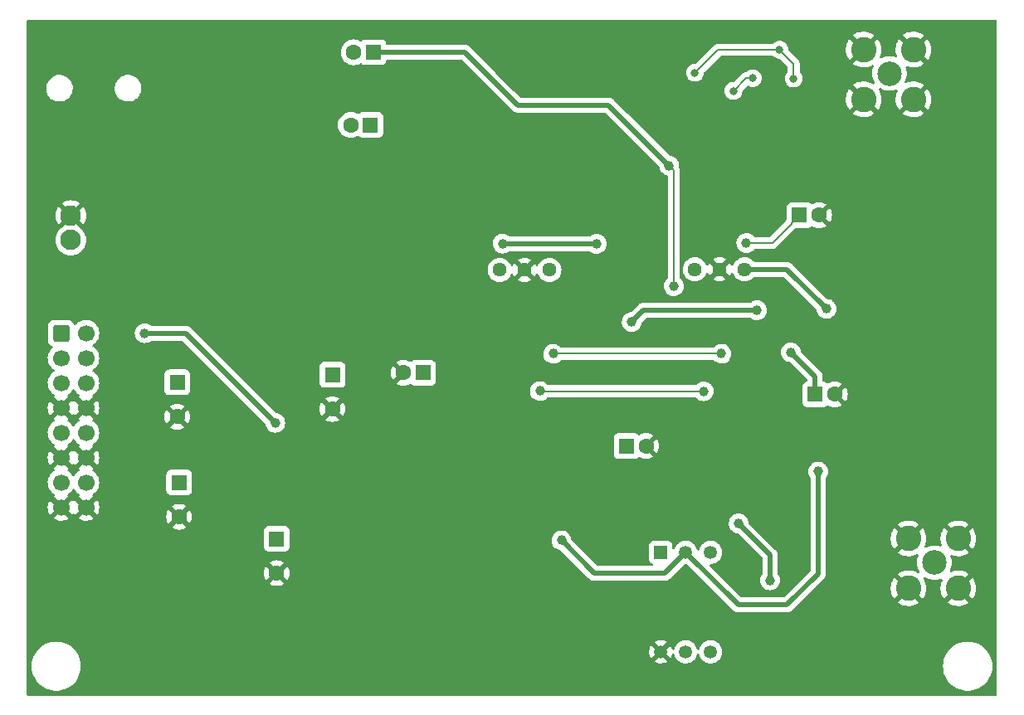
<source format=gbl>
G04 #@! TF.GenerationSoftware,KiCad,Pcbnew,6.0.10-86aedd382b~118~ubuntu20.04.1*
G04 #@! TF.CreationDate,2023-01-17T10:28:51-05:00*
G04 #@! TF.ProjectId,sdt_qse_1496,7364745f-7173-4655-9f31-3439362e6b69,2.0*
G04 #@! TF.SameCoordinates,Original*
G04 #@! TF.FileFunction,Copper,L2,Bot*
G04 #@! TF.FilePolarity,Positive*
%FSLAX46Y46*%
G04 Gerber Fmt 4.6, Leading zero omitted, Abs format (unit mm)*
G04 Created by KiCad (PCBNEW 6.0.10-86aedd382b~118~ubuntu20.04.1) date 2023-01-17 10:28:51*
%MOMM*%
%LPD*%
G01*
G04 APERTURE LIST*
G04 Aperture macros list*
%AMRoundRect*
0 Rectangle with rounded corners*
0 $1 Rounding radius*
0 $2 $3 $4 $5 $6 $7 $8 $9 X,Y pos of 4 corners*
0 Add a 4 corners polygon primitive as box body*
4,1,4,$2,$3,$4,$5,$6,$7,$8,$9,$2,$3,0*
0 Add four circle primitives for the rounded corners*
1,1,$1+$1,$2,$3*
1,1,$1+$1,$4,$5*
1,1,$1+$1,$6,$7*
1,1,$1+$1,$8,$9*
0 Add four rect primitives between the rounded corners*
20,1,$1+$1,$2,$3,$4,$5,0*
20,1,$1+$1,$4,$5,$6,$7,0*
20,1,$1+$1,$6,$7,$8,$9,0*
20,1,$1+$1,$8,$9,$2,$3,0*%
G04 Aperture macros list end*
G04 #@! TA.AperFunction,ComponentPad*
%ADD10R,1.346200X1.346200*%
G04 #@! TD*
G04 #@! TA.AperFunction,ComponentPad*
%ADD11C,1.346200*%
G04 #@! TD*
G04 #@! TA.AperFunction,ComponentPad*
%ADD12RoundRect,0.250000X-0.600000X-0.600000X0.600000X-0.600000X0.600000X0.600000X-0.600000X0.600000X0*%
G04 #@! TD*
G04 #@! TA.AperFunction,ComponentPad*
%ADD13C,1.700000*%
G04 #@! TD*
G04 #@! TA.AperFunction,ComponentPad*
%ADD14C,2.600000*%
G04 #@! TD*
G04 #@! TA.AperFunction,ComponentPad*
%ADD15C,2.500000*%
G04 #@! TD*
G04 #@! TA.AperFunction,ComponentPad*
%ADD16R,1.600000X1.600000*%
G04 #@! TD*
G04 #@! TA.AperFunction,ComponentPad*
%ADD17C,1.600000*%
G04 #@! TD*
G04 #@! TA.AperFunction,ComponentPad*
%ADD18C,1.440000*%
G04 #@! TD*
G04 #@! TA.AperFunction,ComponentPad*
%ADD19C,2.100000*%
G04 #@! TD*
G04 #@! TA.AperFunction,ViaPad*
%ADD20C,1.000000*%
G04 #@! TD*
G04 #@! TA.AperFunction,ViaPad*
%ADD21C,0.800000*%
G04 #@! TD*
G04 #@! TA.AperFunction,Conductor*
%ADD22C,0.500000*%
G04 #@! TD*
G04 #@! TA.AperFunction,Conductor*
%ADD23C,0.200000*%
G04 #@! TD*
G04 APERTURE END LIST*
D10*
X160190000Y-124870000D03*
D11*
X160190000Y-135030000D03*
X162730000Y-124870000D03*
X162730000Y-135030000D03*
X165270000Y-124870000D03*
X165270000Y-135030000D03*
D12*
X99000000Y-102500000D03*
D13*
X101540000Y-102500000D03*
X99000000Y-105040000D03*
X101540000Y-105040000D03*
X99000000Y-107580000D03*
X101540000Y-107580000D03*
X99000000Y-110120000D03*
X101540000Y-110120000D03*
X99000000Y-112660000D03*
X101540000Y-112660000D03*
X99000000Y-115200000D03*
X101540000Y-115200000D03*
X99000000Y-117740000D03*
X101540000Y-117740000D03*
X99000000Y-120280000D03*
X101540000Y-120280000D03*
D14*
X185460000Y-123460000D03*
X190540000Y-128540000D03*
X185460000Y-128540000D03*
X190540000Y-123460000D03*
D15*
X188100000Y-125925000D03*
D16*
X121000000Y-123500000D03*
D17*
X121000000Y-127000000D03*
D14*
X180885000Y-73535000D03*
X185965000Y-73535000D03*
X185965000Y-78615000D03*
X180885000Y-78615000D03*
D15*
X183525000Y-76000000D03*
D16*
X130855113Y-73830000D03*
D17*
X128855113Y-73830000D03*
D16*
X110850000Y-107522349D03*
D17*
X110850000Y-111022349D03*
D16*
X156694888Y-114025000D03*
D17*
X158694888Y-114025000D03*
D18*
X143750000Y-96050000D03*
X146290000Y-96050000D03*
X148830000Y-96050000D03*
D16*
X126700000Y-106747349D03*
D17*
X126700000Y-110247349D03*
D16*
X135930113Y-106550000D03*
D17*
X133930113Y-106550000D03*
D16*
X111050000Y-117747349D03*
D17*
X111050000Y-121247349D03*
D16*
X175950000Y-108750000D03*
D17*
X177950000Y-108750000D03*
D19*
X100000000Y-93000000D03*
X100000000Y-90500000D03*
D16*
X130565113Y-81250000D03*
D17*
X128565113Y-81250000D03*
D16*
X174344887Y-90450000D03*
D17*
X176344887Y-90450000D03*
D18*
X168740350Y-95986000D03*
X166200350Y-95986000D03*
X163660350Y-95986000D03*
D20*
X147750000Y-77875000D03*
X154075000Y-85950000D03*
X159200000Y-89300000D03*
X156425000Y-78300000D03*
X131425000Y-96225000D03*
X139525000Y-85050000D03*
X116250000Y-116025000D03*
X130475000Y-102325000D03*
X137650000Y-111825000D03*
X171900000Y-89850000D03*
X139225000Y-71775000D03*
X142500000Y-78350000D03*
X152000000Y-91150000D03*
X191250000Y-112550000D03*
X161250000Y-76650000D03*
X154150000Y-80650000D03*
X161300000Y-83325000D03*
X181800000Y-88875000D03*
X176275000Y-104675000D03*
X173600000Y-107250000D03*
X154250000Y-116100000D03*
X166300000Y-102925000D03*
X151125000Y-99800000D03*
X167125000Y-94150000D03*
X179575000Y-93275000D03*
X165700000Y-88100000D03*
X160225000Y-93900000D03*
X155525000Y-99575000D03*
X154625000Y-92025000D03*
X181100000Y-100300000D03*
X175300000Y-101200000D03*
X176250000Y-114750000D03*
X177700000Y-119650000D03*
X174875000Y-120725000D03*
X170200000Y-121150000D03*
X160775000Y-115675000D03*
X153000000Y-111525000D03*
X146100000Y-116675000D03*
X145175000Y-111125000D03*
X142350000Y-113425000D03*
X134850000Y-123975000D03*
X148700000Y-124650000D03*
X148575000Y-135975000D03*
X168500000Y-131675000D03*
X162750000Y-127125000D03*
X173450000Y-104450000D03*
X177100000Y-100025000D03*
X168925000Y-93300000D03*
X157225000Y-101350000D03*
X170000000Y-100150000D03*
X176250000Y-116625000D03*
X153650000Y-93375000D03*
X144050000Y-93350000D03*
X161525000Y-97700000D03*
X150050000Y-123650000D03*
D21*
X172300000Y-73570000D03*
X173750000Y-76500000D03*
X163675000Y-75925000D03*
D20*
X168500000Y-79675000D03*
X189750000Y-83450000D03*
X175850000Y-85250000D03*
X192850000Y-83450000D03*
X102875000Y-137750000D03*
X96800000Y-72090000D03*
X123800000Y-119625000D03*
X191490000Y-72530000D03*
X128475000Y-119500000D03*
X192990000Y-109980000D03*
X140350000Y-131950000D03*
X97750000Y-84325000D03*
X192875000Y-89975000D03*
X107500000Y-93600000D03*
X157780000Y-71550000D03*
X187925000Y-138050000D03*
X121000000Y-108950000D03*
X118600000Y-102540000D03*
X149025000Y-103025000D03*
X189800000Y-89975000D03*
X105075000Y-95775000D03*
X157925000Y-138775000D03*
X96400000Y-122625000D03*
X97175000Y-132475000D03*
X104400000Y-71675000D03*
X116125000Y-109375000D03*
X176525000Y-78525000D03*
X107537500Y-102500000D03*
X120850000Y-111650000D03*
X164575000Y-108425000D03*
X147850000Y-108410000D03*
X166375000Y-104600000D03*
X149205000Y-104605000D03*
X171350000Y-127725000D03*
X168125000Y-121925000D03*
D21*
X169575000Y-76475000D03*
X167600000Y-77775000D03*
D20*
X161050000Y-85400000D03*
D22*
X145562500Y-79212500D02*
X140180000Y-73830000D01*
X161050000Y-85400000D02*
X154862500Y-79212500D01*
X154862500Y-79212500D02*
X145562500Y-79212500D01*
X173450000Y-104450000D02*
X175950000Y-106950000D01*
X175950000Y-106950000D02*
X175950000Y-108750000D01*
X177100000Y-100025000D02*
X173061000Y-95986000D01*
X173061000Y-95986000D02*
X168740350Y-95986000D01*
D23*
X173525000Y-91350000D02*
X173525000Y-91269887D01*
X173525000Y-91269887D02*
X174344887Y-90450000D01*
X168925000Y-93300000D02*
X171575000Y-93300000D01*
X171575000Y-93300000D02*
X173525000Y-91350000D01*
D22*
X158425000Y-100150000D02*
X157225000Y-101350000D01*
X170000000Y-100150000D02*
X158425000Y-100150000D01*
X173075000Y-130225000D02*
X168085000Y-130225000D01*
X168085000Y-130225000D02*
X162730000Y-124870000D01*
X176250000Y-127050000D02*
X173075000Y-130225000D01*
X176250000Y-116625000D02*
X176250000Y-127050000D01*
X153625000Y-93350000D02*
X153650000Y-93375000D01*
X144050000Y-93350000D02*
X153625000Y-93350000D01*
D23*
X161525000Y-97700000D02*
X161525000Y-85875000D01*
X161525000Y-85875000D02*
X161050000Y-85400000D01*
D22*
X153425000Y-127025000D02*
X160575000Y-127025000D01*
X160575000Y-127025000D02*
X162730000Y-124870000D01*
X150050000Y-123650000D02*
X153425000Y-127025000D01*
D23*
X172300000Y-73570000D02*
X172300000Y-73575000D01*
X163675000Y-75925000D02*
X166030000Y-73570000D01*
X166030000Y-73570000D02*
X172300000Y-73570000D01*
X173750000Y-76500000D02*
X173750000Y-75025000D01*
X172300000Y-73575000D02*
X173750000Y-75025000D01*
D22*
X120850000Y-111650000D02*
X111700000Y-102500000D01*
X111700000Y-102500000D02*
X107537500Y-102500000D01*
D23*
X164575000Y-108425000D02*
X147865000Y-108425000D01*
X147865000Y-108425000D02*
X147850000Y-108410000D01*
X149210000Y-104600000D02*
X149205000Y-104605000D01*
X166375000Y-104600000D02*
X149210000Y-104600000D01*
D22*
X171350000Y-125150000D02*
X171350000Y-127725000D01*
X168125000Y-121925000D02*
X171350000Y-125150000D01*
D23*
X169575000Y-76475000D02*
X168900000Y-76475000D01*
X168900000Y-76475000D02*
X167600000Y-77775000D01*
D22*
X140180000Y-73830000D02*
X130855113Y-73830000D01*
G04 #@! TA.AperFunction,Conductor*
G36*
X194433621Y-70528502D02*
G01*
X194480114Y-70582158D01*
X194491500Y-70634500D01*
X194491500Y-139365500D01*
X194471498Y-139433621D01*
X194417842Y-139480114D01*
X194365500Y-139491500D01*
X95634500Y-139491500D01*
X95566379Y-139471498D01*
X95519886Y-139417842D01*
X95508500Y-139365500D01*
X95508500Y-136500000D01*
X95986540Y-136500000D01*
X96006359Y-136815020D01*
X96065505Y-137125072D01*
X96163044Y-137425266D01*
X96164731Y-137428852D01*
X96164733Y-137428856D01*
X96295750Y-137707283D01*
X96295754Y-137707290D01*
X96297438Y-137710869D01*
X96466568Y-137977375D01*
X96667767Y-138220582D01*
X96897860Y-138436654D01*
X97153221Y-138622184D01*
X97429821Y-138774247D01*
X97433490Y-138775700D01*
X97433495Y-138775702D01*
X97719628Y-138888990D01*
X97723298Y-138890443D01*
X98029025Y-138968940D01*
X98342179Y-139008500D01*
X98657821Y-139008500D01*
X98970975Y-138968940D01*
X99276702Y-138890443D01*
X99280372Y-138888990D01*
X99566505Y-138775702D01*
X99566510Y-138775700D01*
X99570179Y-138774247D01*
X99846779Y-138622184D01*
X100102140Y-138436654D01*
X100332233Y-138220582D01*
X100533432Y-137977375D01*
X100702562Y-137710869D01*
X100704246Y-137707290D01*
X100704250Y-137707283D01*
X100835267Y-137428856D01*
X100835269Y-137428852D01*
X100836956Y-137425266D01*
X100934495Y-137125072D01*
X100993641Y-136815020D01*
X101013460Y-136500000D01*
X188986540Y-136500000D01*
X189006359Y-136815020D01*
X189065505Y-137125072D01*
X189163044Y-137425266D01*
X189164731Y-137428852D01*
X189164733Y-137428856D01*
X189295750Y-137707283D01*
X189295754Y-137707290D01*
X189297438Y-137710869D01*
X189466568Y-137977375D01*
X189667767Y-138220582D01*
X189897860Y-138436654D01*
X190153221Y-138622184D01*
X190429821Y-138774247D01*
X190433490Y-138775700D01*
X190433495Y-138775702D01*
X190719628Y-138888990D01*
X190723298Y-138890443D01*
X191029025Y-138968940D01*
X191342179Y-139008500D01*
X191657821Y-139008500D01*
X191970975Y-138968940D01*
X192276702Y-138890443D01*
X192280372Y-138888990D01*
X192566505Y-138775702D01*
X192566510Y-138775700D01*
X192570179Y-138774247D01*
X192846779Y-138622184D01*
X193102140Y-138436654D01*
X193332233Y-138220582D01*
X193533432Y-137977375D01*
X193702562Y-137710869D01*
X193704246Y-137707290D01*
X193704250Y-137707283D01*
X193835267Y-137428856D01*
X193835269Y-137428852D01*
X193836956Y-137425266D01*
X193934495Y-137125072D01*
X193993641Y-136815020D01*
X194013460Y-136500000D01*
X193993641Y-136184980D01*
X193934495Y-135874928D01*
X193864853Y-135660591D01*
X193838182Y-135578507D01*
X193838182Y-135578506D01*
X193836956Y-135574734D01*
X193805171Y-135507187D01*
X193704250Y-135292717D01*
X193704246Y-135292710D01*
X193702562Y-135289131D01*
X193533432Y-135022625D01*
X193371235Y-134826563D01*
X193334758Y-134782470D01*
X193334757Y-134782469D01*
X193332233Y-134779418D01*
X193102140Y-134563346D01*
X192846779Y-134377816D01*
X192570179Y-134225753D01*
X192566510Y-134224300D01*
X192566505Y-134224298D01*
X192280372Y-134111010D01*
X192280371Y-134111010D01*
X192276702Y-134109557D01*
X191970975Y-134031060D01*
X191657821Y-133991500D01*
X191342179Y-133991500D01*
X191029025Y-134031060D01*
X190723298Y-134109557D01*
X190719629Y-134111010D01*
X190719628Y-134111010D01*
X190433495Y-134224298D01*
X190433490Y-134224300D01*
X190429821Y-134225753D01*
X190153221Y-134377816D01*
X189897860Y-134563346D01*
X189667767Y-134779418D01*
X189665243Y-134782469D01*
X189665242Y-134782470D01*
X189628765Y-134826563D01*
X189466568Y-135022625D01*
X189297438Y-135289131D01*
X189295754Y-135292710D01*
X189295750Y-135292717D01*
X189194829Y-135507187D01*
X189163044Y-135574734D01*
X189161818Y-135578506D01*
X189161818Y-135578507D01*
X189135147Y-135660591D01*
X189065505Y-135874928D01*
X189006359Y-136184980D01*
X188988833Y-136463559D01*
X188986540Y-136500000D01*
X101013460Y-136500000D01*
X100993641Y-136184980D01*
X100962932Y-136024000D01*
X159560360Y-136024000D01*
X159570242Y-136036489D01*
X159619209Y-136069208D01*
X159629322Y-136074699D01*
X159818153Y-136155827D01*
X159829086Y-136159379D01*
X160029538Y-136204737D01*
X160040948Y-136206239D01*
X160246311Y-136214307D01*
X160257793Y-136213705D01*
X160461190Y-136184215D01*
X160472373Y-136181530D01*
X160666987Y-136115467D01*
X160677490Y-136110791D01*
X160811742Y-136035607D01*
X160821604Y-136025531D01*
X160818649Y-136017859D01*
X160202812Y-135402022D01*
X160188868Y-135394408D01*
X160187035Y-135394539D01*
X160180420Y-135398790D01*
X159566556Y-136012654D01*
X159560360Y-136024000D01*
X100962932Y-136024000D01*
X100934495Y-135874928D01*
X100864853Y-135660591D01*
X100838182Y-135578507D01*
X100838182Y-135578506D01*
X100836956Y-135574734D01*
X100805171Y-135507187D01*
X100704250Y-135292717D01*
X100704246Y-135292710D01*
X100702562Y-135289131D01*
X100533432Y-135022625D01*
X100518616Y-135004716D01*
X159004624Y-135004716D01*
X159018066Y-135209788D01*
X159019867Y-135221158D01*
X159070454Y-135420348D01*
X159074295Y-135431195D01*
X159160338Y-135617838D01*
X159166087Y-135627795D01*
X159183337Y-135652203D01*
X159193926Y-135660591D01*
X159207227Y-135653563D01*
X159817978Y-135042812D01*
X159824356Y-135031132D01*
X160554408Y-135031132D01*
X160554539Y-135032965D01*
X160558790Y-135039580D01*
X161173944Y-135654734D01*
X161186324Y-135661494D01*
X161192904Y-135656568D01*
X161270791Y-135517490D01*
X161275466Y-135506990D01*
X161342651Y-135309070D01*
X161383488Y-135250994D01*
X161449241Y-135224216D01*
X161519033Y-135237237D01*
X161570707Y-135285924D01*
X161584086Y-135318555D01*
X161611403Y-135426116D01*
X161702321Y-135623331D01*
X161827655Y-135800675D01*
X161983209Y-135952210D01*
X161988005Y-135955415D01*
X161988008Y-135955417D01*
X162073670Y-136012654D01*
X162163774Y-136072859D01*
X162169077Y-136075137D01*
X162169080Y-136075139D01*
X162262946Y-136115467D01*
X162363301Y-136158583D01*
X162440621Y-136176079D01*
X162569473Y-136205235D01*
X162569478Y-136205236D01*
X162575110Y-136206510D01*
X162580881Y-136206737D01*
X162580883Y-136206737D01*
X162646233Y-136209305D01*
X162792105Y-136215036D01*
X162899563Y-136199455D01*
X163001307Y-136184703D01*
X163001312Y-136184702D01*
X163007021Y-136183874D01*
X163012485Y-136182019D01*
X163012490Y-136182018D01*
X163207187Y-136115928D01*
X163207192Y-136115926D01*
X163212659Y-136114070D01*
X163218514Y-136110791D01*
X163397086Y-136010786D01*
X163397090Y-136010783D01*
X163402133Y-136007959D01*
X163569097Y-135869097D01*
X163707959Y-135702133D01*
X163710783Y-135697090D01*
X163710786Y-135697086D01*
X163811246Y-135517702D01*
X163811247Y-135517700D01*
X163814070Y-135512659D01*
X163882877Y-135309959D01*
X163923713Y-135251884D01*
X163989465Y-135225105D01*
X164059258Y-135238126D01*
X164110931Y-135286812D01*
X164124312Y-135319445D01*
X164151403Y-135426116D01*
X164242321Y-135623331D01*
X164367655Y-135800675D01*
X164523209Y-135952210D01*
X164528005Y-135955415D01*
X164528008Y-135955417D01*
X164613670Y-136012654D01*
X164703774Y-136072859D01*
X164709077Y-136075137D01*
X164709080Y-136075139D01*
X164802946Y-136115467D01*
X164903301Y-136158583D01*
X164980621Y-136176079D01*
X165109473Y-136205235D01*
X165109478Y-136205236D01*
X165115110Y-136206510D01*
X165120881Y-136206737D01*
X165120883Y-136206737D01*
X165186233Y-136209305D01*
X165332105Y-136215036D01*
X165439563Y-136199455D01*
X165541307Y-136184703D01*
X165541312Y-136184702D01*
X165547021Y-136183874D01*
X165552485Y-136182019D01*
X165552490Y-136182018D01*
X165747187Y-136115928D01*
X165747192Y-136115926D01*
X165752659Y-136114070D01*
X165758514Y-136110791D01*
X165937086Y-136010786D01*
X165937090Y-136010783D01*
X165942133Y-136007959D01*
X166109097Y-135869097D01*
X166247959Y-135702133D01*
X166250783Y-135697090D01*
X166250786Y-135697086D01*
X166351246Y-135517702D01*
X166351247Y-135517700D01*
X166354070Y-135512659D01*
X166355926Y-135507192D01*
X166355928Y-135507187D01*
X166422018Y-135312490D01*
X166422019Y-135312485D01*
X166423874Y-135307021D01*
X166426805Y-135286812D01*
X166454503Y-135095779D01*
X166455036Y-135092105D01*
X166456662Y-135030000D01*
X166436791Y-134813748D01*
X166427308Y-134780122D01*
X166379412Y-134610297D01*
X166379411Y-134610295D01*
X166377844Y-134604738D01*
X166366435Y-134581601D01*
X166284351Y-134415152D01*
X166281796Y-134409971D01*
X166259523Y-134380143D01*
X166155315Y-134240592D01*
X166155314Y-134240591D01*
X166151862Y-134235968D01*
X166147626Y-134232052D01*
X165996635Y-134092478D01*
X165996633Y-134092476D01*
X165992394Y-134088558D01*
X165808733Y-133972676D01*
X165607030Y-133892205D01*
X165601370Y-133891079D01*
X165601366Y-133891078D01*
X165399708Y-133850966D01*
X165399703Y-133850966D01*
X165394040Y-133849839D01*
X165388265Y-133849763D01*
X165388261Y-133849763D01*
X165279115Y-133848334D01*
X165176896Y-133846996D01*
X165171199Y-133847975D01*
X165171198Y-133847975D01*
X164968559Y-133882795D01*
X164968556Y-133882796D01*
X164962869Y-133883773D01*
X164759129Y-133958936D01*
X164704394Y-133991500D01*
X164577466Y-134067014D01*
X164577463Y-134067016D01*
X164572498Y-134069970D01*
X164568158Y-134073776D01*
X164568154Y-134073779D01*
X164413567Y-134209349D01*
X164409226Y-134213156D01*
X164405651Y-134217691D01*
X164405650Y-134217692D01*
X164391243Y-134235968D01*
X164274782Y-134383698D01*
X164272093Y-134388809D01*
X164272091Y-134388812D01*
X164176359Y-134570766D01*
X164176356Y-134570773D01*
X164173667Y-134575884D01*
X164119559Y-134750140D01*
X164080258Y-134809262D01*
X164015228Y-134837753D01*
X163945119Y-134826563D01*
X163892189Y-134779246D01*
X163877959Y-134746975D01*
X163839412Y-134610297D01*
X163839411Y-134610295D01*
X163837844Y-134604738D01*
X163826435Y-134581601D01*
X163744351Y-134415152D01*
X163741796Y-134409971D01*
X163719523Y-134380143D01*
X163615315Y-134240592D01*
X163615314Y-134240591D01*
X163611862Y-134235968D01*
X163607626Y-134232052D01*
X163456635Y-134092478D01*
X163456633Y-134092476D01*
X163452394Y-134088558D01*
X163268733Y-133972676D01*
X163067030Y-133892205D01*
X163061370Y-133891079D01*
X163061366Y-133891078D01*
X162859708Y-133850966D01*
X162859703Y-133850966D01*
X162854040Y-133849839D01*
X162848265Y-133849763D01*
X162848261Y-133849763D01*
X162739115Y-133848334D01*
X162636896Y-133846996D01*
X162631199Y-133847975D01*
X162631198Y-133847975D01*
X162428559Y-133882795D01*
X162428556Y-133882796D01*
X162422869Y-133883773D01*
X162219129Y-133958936D01*
X162164394Y-133991500D01*
X162037466Y-134067014D01*
X162037463Y-134067016D01*
X162032498Y-134069970D01*
X162028158Y-134073776D01*
X162028154Y-134073779D01*
X161873567Y-134209349D01*
X161869226Y-134213156D01*
X161865651Y-134217691D01*
X161865650Y-134217692D01*
X161851243Y-134235968D01*
X161734782Y-134383698D01*
X161732093Y-134388809D01*
X161732091Y-134388812D01*
X161636359Y-134570766D01*
X161636356Y-134570773D01*
X161633667Y-134575884D01*
X161579287Y-134751016D01*
X161539986Y-134810138D01*
X161474956Y-134838629D01*
X161404847Y-134827439D01*
X161351917Y-134780122D01*
X161337687Y-134747851D01*
X161298944Y-134610479D01*
X161294820Y-134599735D01*
X161203926Y-134415419D01*
X161198211Y-134406093D01*
X161187101Y-134397756D01*
X161174683Y-134404527D01*
X160562022Y-135017188D01*
X160554408Y-135031132D01*
X159824356Y-135031132D01*
X159825592Y-135028868D01*
X159825461Y-135027035D01*
X159821210Y-135020420D01*
X159204415Y-134403625D01*
X159192035Y-134396865D01*
X159186069Y-134401331D01*
X159096824Y-134570958D01*
X159092415Y-134581601D01*
X159031472Y-134777868D01*
X159029082Y-134789112D01*
X159004925Y-134993215D01*
X159004624Y-135004716D01*
X100518616Y-135004716D01*
X100371235Y-134826563D01*
X100334758Y-134782470D01*
X100334757Y-134782469D01*
X100332233Y-134779418D01*
X100102140Y-134563346D01*
X99846779Y-134377816D01*
X99570179Y-134225753D01*
X99566510Y-134224300D01*
X99566505Y-134224298D01*
X99280372Y-134111010D01*
X99280371Y-134111010D01*
X99276702Y-134109557D01*
X98987648Y-134035341D01*
X159559453Y-134035341D01*
X159562940Y-134043730D01*
X160177188Y-134657978D01*
X160191132Y-134665592D01*
X160192965Y-134665461D01*
X160199580Y-134661210D01*
X160813281Y-134047509D01*
X160820041Y-134035129D01*
X160814011Y-134027074D01*
X160733388Y-133976205D01*
X160723144Y-133970985D01*
X160532256Y-133894828D01*
X160521218Y-133891558D01*
X160319654Y-133851465D01*
X160308208Y-133850262D01*
X160102717Y-133847573D01*
X160091237Y-133848476D01*
X159888696Y-133883278D01*
X159877576Y-133886258D01*
X159684761Y-133957391D01*
X159674384Y-133962341D01*
X159569051Y-134025008D01*
X159559453Y-134035341D01*
X98987648Y-134035341D01*
X98970975Y-134031060D01*
X98657821Y-133991500D01*
X98342179Y-133991500D01*
X98029025Y-134031060D01*
X97723298Y-134109557D01*
X97719629Y-134111010D01*
X97719628Y-134111010D01*
X97433495Y-134224298D01*
X97433490Y-134224300D01*
X97429821Y-134225753D01*
X97153221Y-134377816D01*
X96897860Y-134563346D01*
X96667767Y-134779418D01*
X96665243Y-134782469D01*
X96665242Y-134782470D01*
X96628765Y-134826563D01*
X96466568Y-135022625D01*
X96297438Y-135289131D01*
X96295754Y-135292710D01*
X96295750Y-135292717D01*
X96194829Y-135507187D01*
X96163044Y-135574734D01*
X96161818Y-135578506D01*
X96161818Y-135578507D01*
X96135147Y-135660591D01*
X96065505Y-135874928D01*
X96006359Y-136184980D01*
X95988833Y-136463559D01*
X95986540Y-136500000D01*
X95508500Y-136500000D01*
X95508500Y-128086062D01*
X120278493Y-128086062D01*
X120287789Y-128098077D01*
X120338994Y-128133931D01*
X120348489Y-128139414D01*
X120545947Y-128231490D01*
X120556239Y-128235236D01*
X120766688Y-128291625D01*
X120777481Y-128293528D01*
X120994525Y-128312517D01*
X121005475Y-128312517D01*
X121222519Y-128293528D01*
X121233312Y-128291625D01*
X121443761Y-128235236D01*
X121454053Y-128231490D01*
X121651511Y-128139414D01*
X121661006Y-128133931D01*
X121713048Y-128097491D01*
X121721424Y-128087012D01*
X121714356Y-128073566D01*
X121012812Y-127372022D01*
X120998868Y-127364408D01*
X120997035Y-127364539D01*
X120990420Y-127368790D01*
X120284923Y-128074287D01*
X120278493Y-128086062D01*
X95508500Y-128086062D01*
X95508500Y-127005475D01*
X119687483Y-127005475D01*
X119706472Y-127222519D01*
X119708375Y-127233312D01*
X119764764Y-127443761D01*
X119768510Y-127454053D01*
X119860586Y-127651511D01*
X119866069Y-127661006D01*
X119902509Y-127713048D01*
X119912988Y-127721424D01*
X119926434Y-127714356D01*
X120627978Y-127012812D01*
X120634356Y-127001132D01*
X121364408Y-127001132D01*
X121364539Y-127002965D01*
X121368790Y-127009580D01*
X122074287Y-127715077D01*
X122086062Y-127721507D01*
X122098077Y-127712211D01*
X122133931Y-127661006D01*
X122139414Y-127651511D01*
X122231490Y-127454053D01*
X122235236Y-127443761D01*
X122291625Y-127233312D01*
X122293528Y-127222519D01*
X122312517Y-127005475D01*
X122312517Y-126994525D01*
X122293528Y-126777481D01*
X122291625Y-126766688D01*
X122235236Y-126556239D01*
X122231490Y-126545947D01*
X122139414Y-126348489D01*
X122133931Y-126338994D01*
X122097491Y-126286952D01*
X122087012Y-126278576D01*
X122073566Y-126285644D01*
X121372022Y-126987188D01*
X121364408Y-127001132D01*
X120634356Y-127001132D01*
X120635592Y-126998868D01*
X120635461Y-126997035D01*
X120631210Y-126990420D01*
X119925713Y-126284923D01*
X119913938Y-126278493D01*
X119901923Y-126287789D01*
X119866069Y-126338994D01*
X119860586Y-126348489D01*
X119768510Y-126545947D01*
X119764764Y-126556239D01*
X119708375Y-126766688D01*
X119706472Y-126777481D01*
X119687483Y-126994525D01*
X119687483Y-127005475D01*
X95508500Y-127005475D01*
X95508500Y-125912988D01*
X120278576Y-125912988D01*
X120285644Y-125926434D01*
X120987188Y-126627978D01*
X121001132Y-126635592D01*
X121002965Y-126635461D01*
X121009580Y-126631210D01*
X121715077Y-125925713D01*
X121721507Y-125913938D01*
X121712211Y-125901923D01*
X121661006Y-125866069D01*
X121651511Y-125860586D01*
X121454053Y-125768510D01*
X121443761Y-125764764D01*
X121233312Y-125708375D01*
X121222519Y-125706472D01*
X121005475Y-125687483D01*
X120994525Y-125687483D01*
X120777481Y-125706472D01*
X120766688Y-125708375D01*
X120556239Y-125764764D01*
X120545947Y-125768510D01*
X120348489Y-125860586D01*
X120338994Y-125866069D01*
X120286952Y-125902509D01*
X120278576Y-125912988D01*
X95508500Y-125912988D01*
X95508500Y-124348134D01*
X119691500Y-124348134D01*
X119698255Y-124410316D01*
X119749385Y-124546705D01*
X119836739Y-124663261D01*
X119953295Y-124750615D01*
X120089684Y-124801745D01*
X120151866Y-124808500D01*
X121848134Y-124808500D01*
X121910316Y-124801745D01*
X122046705Y-124750615D01*
X122163261Y-124663261D01*
X122250615Y-124546705D01*
X122301745Y-124410316D01*
X122308500Y-124348134D01*
X122308500Y-123635851D01*
X149036719Y-123635851D01*
X149037235Y-123641995D01*
X149051916Y-123816830D01*
X149053268Y-123832934D01*
X149054967Y-123838858D01*
X149086526Y-123948917D01*
X149107783Y-124023050D01*
X149125587Y-124057692D01*
X149182808Y-124169031D01*
X149198187Y-124198956D01*
X149321035Y-124353953D01*
X149325728Y-124357947D01*
X149325729Y-124357948D01*
X149410440Y-124430042D01*
X149471650Y-124482136D01*
X149644294Y-124578624D01*
X149650154Y-124580528D01*
X149826531Y-124637836D01*
X149826534Y-124637837D01*
X149832392Y-124639740D01*
X149926463Y-124650958D01*
X149941970Y-124652807D01*
X150007243Y-124680735D01*
X150016145Y-124688826D01*
X152841230Y-127513911D01*
X152853616Y-127528323D01*
X152862149Y-127539918D01*
X152862154Y-127539923D01*
X152866492Y-127545818D01*
X152872070Y-127550557D01*
X152872073Y-127550560D01*
X152906768Y-127580035D01*
X152914284Y-127586965D01*
X152919980Y-127592661D01*
X152922841Y-127594924D01*
X152922846Y-127594929D01*
X152942266Y-127610293D01*
X152945667Y-127613082D01*
X153001285Y-127660333D01*
X153007798Y-127663659D01*
X153012837Y-127667020D01*
X153017979Y-127670196D01*
X153023716Y-127674734D01*
X153089875Y-127705655D01*
X153093769Y-127707558D01*
X153158808Y-127740769D01*
X153165917Y-127742508D01*
X153171551Y-127744604D01*
X153177321Y-127746523D01*
X153183950Y-127749622D01*
X153191113Y-127751112D01*
X153191116Y-127751113D01*
X153241830Y-127761661D01*
X153255435Y-127764491D01*
X153259701Y-127765457D01*
X153330610Y-127782808D01*
X153336212Y-127783156D01*
X153336215Y-127783156D01*
X153341764Y-127783500D01*
X153341762Y-127783535D01*
X153345734Y-127783775D01*
X153349955Y-127784152D01*
X153357115Y-127785641D01*
X153434542Y-127783546D01*
X153437950Y-127783500D01*
X160507930Y-127783500D01*
X160526880Y-127784933D01*
X160541115Y-127787099D01*
X160541119Y-127787099D01*
X160548349Y-127788199D01*
X160555641Y-127787606D01*
X160555644Y-127787606D01*
X160601018Y-127783915D01*
X160611233Y-127783500D01*
X160619293Y-127783500D01*
X160636680Y-127781473D01*
X160647507Y-127780211D01*
X160651882Y-127779778D01*
X160717339Y-127774454D01*
X160717342Y-127774453D01*
X160724637Y-127773860D01*
X160731601Y-127771604D01*
X160737560Y-127770413D01*
X160743415Y-127769029D01*
X160750681Y-127768182D01*
X160819327Y-127743265D01*
X160823455Y-127741848D01*
X160885936Y-127721607D01*
X160885938Y-127721606D01*
X160892899Y-127719351D01*
X160899154Y-127715555D01*
X160904628Y-127713049D01*
X160910058Y-127710330D01*
X160916937Y-127707833D01*
X160948944Y-127686848D01*
X160977976Y-127667814D01*
X160981680Y-127665477D01*
X161044107Y-127627595D01*
X161052484Y-127620197D01*
X161052508Y-127620224D01*
X161055500Y-127617571D01*
X161058733Y-127614868D01*
X161064852Y-127610856D01*
X161118128Y-127554617D01*
X161120506Y-127552175D01*
X162585269Y-126087412D01*
X162647581Y-126053386D01*
X162679311Y-126050604D01*
X162792105Y-126055036D01*
X162792026Y-126057034D01*
X162852399Y-126071374D01*
X162879018Y-126091699D01*
X167501230Y-130713911D01*
X167513616Y-130728323D01*
X167522149Y-130739918D01*
X167522154Y-130739923D01*
X167526492Y-130745818D01*
X167532070Y-130750557D01*
X167532073Y-130750560D01*
X167566768Y-130780035D01*
X167574284Y-130786965D01*
X167579980Y-130792661D01*
X167582841Y-130794924D01*
X167582846Y-130794929D01*
X167602256Y-130810285D01*
X167605658Y-130813074D01*
X167626176Y-130830505D01*
X167661285Y-130860333D01*
X167667802Y-130863661D01*
X167672850Y-130867027D01*
X167677972Y-130870190D01*
X167683716Y-130874735D01*
X167749895Y-130905664D01*
X167753779Y-130907563D01*
X167818808Y-130940769D01*
X167825923Y-130942510D01*
X167831578Y-130944613D01*
X167837317Y-130946522D01*
X167843950Y-130949622D01*
X167915435Y-130964491D01*
X167919701Y-130965457D01*
X167990610Y-130982808D01*
X167996212Y-130983156D01*
X167996215Y-130983156D01*
X168001764Y-130983500D01*
X168001762Y-130983535D01*
X168005734Y-130983775D01*
X168009955Y-130984152D01*
X168017115Y-130985641D01*
X168094542Y-130983546D01*
X168097950Y-130983500D01*
X173007930Y-130983500D01*
X173026880Y-130984933D01*
X173041115Y-130987099D01*
X173041119Y-130987099D01*
X173048349Y-130988199D01*
X173055641Y-130987606D01*
X173055644Y-130987606D01*
X173101018Y-130983915D01*
X173111233Y-130983500D01*
X173119293Y-130983500D01*
X173136680Y-130981473D01*
X173147507Y-130980211D01*
X173151882Y-130979778D01*
X173217339Y-130974454D01*
X173217342Y-130974453D01*
X173224637Y-130973860D01*
X173231601Y-130971604D01*
X173237560Y-130970413D01*
X173243415Y-130969029D01*
X173250681Y-130968182D01*
X173319327Y-130943265D01*
X173323455Y-130941848D01*
X173385936Y-130921607D01*
X173385938Y-130921606D01*
X173392899Y-130919351D01*
X173399154Y-130915555D01*
X173404628Y-130913049D01*
X173410058Y-130910330D01*
X173416937Y-130907833D01*
X173462690Y-130877836D01*
X173477976Y-130867814D01*
X173481680Y-130865477D01*
X173544107Y-130827595D01*
X173552484Y-130820197D01*
X173552508Y-130820224D01*
X173555500Y-130817571D01*
X173558733Y-130814868D01*
X173564852Y-130810856D01*
X173618128Y-130754617D01*
X173620506Y-130752175D01*
X174387775Y-129984906D01*
X184379839Y-129984906D01*
X184388553Y-129996427D01*
X184495452Y-130074809D01*
X184503351Y-130079745D01*
X184732905Y-130200519D01*
X184741454Y-130204236D01*
X184986327Y-130289749D01*
X184995336Y-130292163D01*
X185250166Y-130340544D01*
X185259423Y-130341598D01*
X185518607Y-130351783D01*
X185527921Y-130351457D01*
X185785753Y-130323220D01*
X185794930Y-130321519D01*
X186045758Y-130255481D01*
X186054574Y-130252445D01*
X186292880Y-130150062D01*
X186301167Y-130145748D01*
X186521718Y-130009266D01*
X186529268Y-130003780D01*
X186534559Y-129999301D01*
X186542997Y-129986497D01*
X186542065Y-129984906D01*
X189459839Y-129984906D01*
X189468553Y-129996427D01*
X189575452Y-130074809D01*
X189583351Y-130079745D01*
X189812905Y-130200519D01*
X189821454Y-130204236D01*
X190066327Y-130289749D01*
X190075336Y-130292163D01*
X190330166Y-130340544D01*
X190339423Y-130341598D01*
X190598607Y-130351783D01*
X190607921Y-130351457D01*
X190865753Y-130323220D01*
X190874930Y-130321519D01*
X191125758Y-130255481D01*
X191134574Y-130252445D01*
X191372880Y-130150062D01*
X191381167Y-130145748D01*
X191601718Y-130009266D01*
X191609268Y-130003780D01*
X191614559Y-129999301D01*
X191622997Y-129986497D01*
X191616935Y-129976145D01*
X190552812Y-128912022D01*
X190538868Y-128904408D01*
X190537035Y-128904539D01*
X190530420Y-128908790D01*
X189466497Y-129972713D01*
X189459839Y-129984906D01*
X186542065Y-129984906D01*
X186536935Y-129976145D01*
X185472812Y-128912022D01*
X185458868Y-128904408D01*
X185457035Y-128904539D01*
X185450420Y-128908790D01*
X184386497Y-129972713D01*
X184379839Y-129984906D01*
X174387775Y-129984906D01*
X175875470Y-128497211D01*
X183647775Y-128497211D01*
X183660220Y-128756288D01*
X183661356Y-128765543D01*
X183711961Y-129019945D01*
X183714449Y-129028917D01*
X183802095Y-129273033D01*
X183805895Y-129281568D01*
X183928658Y-129510042D01*
X183933666Y-129517904D01*
X184003720Y-129611716D01*
X184014979Y-129620165D01*
X184027397Y-129613393D01*
X185087978Y-128552812D01*
X185095592Y-128538868D01*
X185095461Y-128537035D01*
X185091210Y-128530420D01*
X184025816Y-127465026D01*
X184012507Y-127457758D01*
X184002472Y-127464878D01*
X183986937Y-127483556D01*
X183981531Y-127491135D01*
X183846965Y-127712891D01*
X183842736Y-127721192D01*
X183742432Y-127960389D01*
X183739471Y-127969239D01*
X183675628Y-128220625D01*
X183674006Y-128229822D01*
X183648020Y-128487885D01*
X183647775Y-128497211D01*
X175875470Y-128497211D01*
X176738911Y-127633770D01*
X176753323Y-127621384D01*
X176764918Y-127612851D01*
X176764923Y-127612846D01*
X176770818Y-127608508D01*
X176775557Y-127602930D01*
X176775560Y-127602927D01*
X176805035Y-127568232D01*
X176811965Y-127560716D01*
X176817660Y-127555021D01*
X176835281Y-127532749D01*
X176838072Y-127529345D01*
X176880591Y-127479297D01*
X176880592Y-127479295D01*
X176885333Y-127473715D01*
X176888661Y-127467199D01*
X176892028Y-127462150D01*
X176895195Y-127457021D01*
X176899734Y-127451284D01*
X176930655Y-127385125D01*
X176932561Y-127381225D01*
X176938911Y-127368790D01*
X176965769Y-127316192D01*
X176967508Y-127309084D01*
X176969607Y-127303441D01*
X176971524Y-127297678D01*
X176974622Y-127291050D01*
X176989487Y-127219583D01*
X176990457Y-127215299D01*
X177001628Y-127169645D01*
X177007808Y-127144390D01*
X177008500Y-127133236D01*
X177008536Y-127133238D01*
X177008775Y-127129245D01*
X177009149Y-127125053D01*
X177010640Y-127117885D01*
X177009958Y-127092689D01*
X184377102Y-127092689D01*
X184381675Y-127102465D01*
X186896094Y-129616884D01*
X186908474Y-129623644D01*
X186916815Y-129617400D01*
X187050832Y-129409048D01*
X187055275Y-129400864D01*
X187161807Y-129164370D01*
X187164997Y-129155605D01*
X187235402Y-128905972D01*
X187237262Y-128896830D01*
X187270187Y-128638019D01*
X187270668Y-128631733D01*
X187272987Y-128543160D01*
X187272836Y-128536851D01*
X187253501Y-128276663D01*
X187252125Y-128267457D01*
X187194878Y-128014467D01*
X187192154Y-128005556D01*
X187098143Y-127763806D01*
X187094132Y-127755397D01*
X187004200Y-127598049D01*
X186987763Y-127528982D01*
X187011276Y-127461992D01*
X187067274Y-127418348D01*
X187137978Y-127411908D01*
X187172260Y-127424018D01*
X187392684Y-127539989D01*
X187392689Y-127539991D01*
X187396834Y-127542172D01*
X187540540Y-127592357D01*
X187623660Y-127621384D01*
X187643590Y-127628344D01*
X187648183Y-127629216D01*
X187895785Y-127676224D01*
X187895788Y-127676224D01*
X187900374Y-127677095D01*
X188030958Y-127682226D01*
X188156875Y-127687174D01*
X188156881Y-127687174D01*
X188161543Y-127687357D01*
X188248541Y-127677829D01*
X188416707Y-127659412D01*
X188416712Y-127659411D01*
X188421360Y-127658902D01*
X188534116Y-127629216D01*
X188669594Y-127593548D01*
X188669596Y-127593547D01*
X188674117Y-127592357D01*
X188678416Y-127590510D01*
X188678419Y-127590509D01*
X188756733Y-127556863D01*
X188827217Y-127548351D01*
X188891114Y-127579297D01*
X188928138Y-127639875D01*
X188926533Y-127710854D01*
X188922667Y-127721357D01*
X188822432Y-127960389D01*
X188819471Y-127969239D01*
X188755628Y-128220625D01*
X188754006Y-128229822D01*
X188728020Y-128487885D01*
X188727775Y-128497211D01*
X188740220Y-128756288D01*
X188741356Y-128765543D01*
X188791961Y-129019945D01*
X188794449Y-129028917D01*
X188882095Y-129273033D01*
X188885895Y-129281568D01*
X189008658Y-129510042D01*
X189013666Y-129517904D01*
X189083720Y-129611716D01*
X189094979Y-129620165D01*
X189107397Y-129613393D01*
X190179658Y-128541132D01*
X190904408Y-128541132D01*
X190904539Y-128542965D01*
X190908790Y-128549580D01*
X191976094Y-129616884D01*
X191988474Y-129623644D01*
X191996815Y-129617400D01*
X192130832Y-129409048D01*
X192135275Y-129400864D01*
X192241807Y-129164370D01*
X192244997Y-129155605D01*
X192315402Y-128905972D01*
X192317262Y-128896830D01*
X192350187Y-128638019D01*
X192350668Y-128631733D01*
X192352987Y-128543160D01*
X192352836Y-128536851D01*
X192333501Y-128276663D01*
X192332125Y-128267457D01*
X192274878Y-128014467D01*
X192272154Y-128005556D01*
X192178143Y-127763806D01*
X192174132Y-127755397D01*
X192045422Y-127530202D01*
X192040211Y-127522476D01*
X191996996Y-127467658D01*
X191985071Y-127459187D01*
X191973537Y-127465673D01*
X190912022Y-128527188D01*
X190904408Y-128541132D01*
X190179658Y-128541132D01*
X191614349Y-127106441D01*
X191620733Y-127094751D01*
X191611321Y-127082641D01*
X191464045Y-126980471D01*
X191456010Y-126975738D01*
X191223376Y-126861016D01*
X191214743Y-126857528D01*
X190967703Y-126778450D01*
X190958643Y-126776274D01*
X190702630Y-126734580D01*
X190693343Y-126733768D01*
X190433992Y-126730373D01*
X190424681Y-126730943D01*
X190167682Y-126765919D01*
X190158546Y-126767860D01*
X189909543Y-126840439D01*
X189900806Y-126843705D01*
X189846046Y-126868950D01*
X189775808Y-126879305D01*
X189711122Y-126850043D01*
X189672526Y-126790454D01*
X189672272Y-126719458D01*
X189678412Y-126702774D01*
X189755160Y-126532398D01*
X189755160Y-126532397D01*
X189757083Y-126528129D01*
X189810425Y-126338994D01*
X189826760Y-126281076D01*
X189826761Y-126281073D01*
X189828030Y-126276572D01*
X189844832Y-126144496D01*
X189860616Y-126020421D01*
X189860616Y-126020417D01*
X189861014Y-126017291D01*
X189861632Y-125993715D01*
X189863348Y-125928160D01*
X189863431Y-125925000D01*
X189853384Y-125789805D01*
X189844407Y-125669000D01*
X189844406Y-125668996D01*
X189844061Y-125664348D01*
X189841588Y-125653416D01*
X189787408Y-125413980D01*
X189786377Y-125409423D01*
X189769279Y-125365455D01*
X189751594Y-125319976D01*
X189745547Y-125249238D01*
X189778704Y-125186459D01*
X189840538Y-125151573D01*
X189910568Y-125155355D01*
X190066327Y-125209749D01*
X190075336Y-125212163D01*
X190330166Y-125260544D01*
X190339423Y-125261598D01*
X190598607Y-125271783D01*
X190607921Y-125271457D01*
X190865753Y-125243220D01*
X190874930Y-125241519D01*
X191125758Y-125175481D01*
X191134574Y-125172445D01*
X191372880Y-125070062D01*
X191381167Y-125065748D01*
X191601718Y-124929266D01*
X191609268Y-124923780D01*
X191614559Y-124919301D01*
X191622997Y-124906497D01*
X191616935Y-124896145D01*
X190181922Y-123461132D01*
X190904408Y-123461132D01*
X190904539Y-123462965D01*
X190908790Y-123469580D01*
X191976094Y-124536884D01*
X191988474Y-124543644D01*
X191996815Y-124537400D01*
X192130832Y-124329048D01*
X192135275Y-124320864D01*
X192241807Y-124084370D01*
X192244997Y-124075605D01*
X192315402Y-123825972D01*
X192317262Y-123816830D01*
X192350187Y-123558019D01*
X192350668Y-123551733D01*
X192352987Y-123463160D01*
X192352836Y-123456851D01*
X192333501Y-123196663D01*
X192332125Y-123187457D01*
X192274878Y-122934467D01*
X192272154Y-122925556D01*
X192178143Y-122683806D01*
X192174132Y-122675397D01*
X192045422Y-122450202D01*
X192040211Y-122442476D01*
X191996996Y-122387658D01*
X191985071Y-122379187D01*
X191973537Y-122385673D01*
X190912022Y-123447188D01*
X190904408Y-123461132D01*
X190181922Y-123461132D01*
X189105816Y-122385026D01*
X189092507Y-122377758D01*
X189082472Y-122384878D01*
X189066937Y-122403556D01*
X189061531Y-122411135D01*
X188926965Y-122632891D01*
X188922736Y-122641192D01*
X188822432Y-122880389D01*
X188819471Y-122889239D01*
X188755628Y-123140625D01*
X188754006Y-123149822D01*
X188728020Y-123407885D01*
X188727775Y-123417211D01*
X188740220Y-123676288D01*
X188741356Y-123685543D01*
X188791961Y-123939945D01*
X188794449Y-123948917D01*
X188850859Y-124106034D01*
X188855053Y-124176907D01*
X188820264Y-124238796D01*
X188757538Y-124272052D01*
X188693858Y-124268613D01*
X188516123Y-124211720D01*
X188511665Y-124210293D01*
X188253693Y-124168279D01*
X188139942Y-124166790D01*
X187997022Y-124164919D01*
X187997019Y-124164919D01*
X187992345Y-124164858D01*
X187733362Y-124200104D01*
X187482433Y-124273243D01*
X187478180Y-124275203D01*
X187478179Y-124275204D01*
X187276438Y-124368208D01*
X187206201Y-124378563D01*
X187141515Y-124349300D01*
X187102918Y-124289712D01*
X187102665Y-124218716D01*
X187108805Y-124202032D01*
X187161807Y-124084370D01*
X187164997Y-124075605D01*
X187235402Y-123825972D01*
X187237262Y-123816830D01*
X187270187Y-123558019D01*
X187270668Y-123551733D01*
X187272987Y-123463160D01*
X187272836Y-123456851D01*
X187253501Y-123196663D01*
X187252125Y-123187457D01*
X187194878Y-122934467D01*
X187192154Y-122925556D01*
X187098143Y-122683806D01*
X187094132Y-122675397D01*
X186965422Y-122450202D01*
X186960211Y-122442476D01*
X186916996Y-122387658D01*
X186905071Y-122379187D01*
X186893537Y-122385673D01*
X184386497Y-124892713D01*
X184379839Y-124904906D01*
X184388553Y-124916427D01*
X184495452Y-124994809D01*
X184503351Y-124999745D01*
X184732905Y-125120519D01*
X184741454Y-125124236D01*
X184986327Y-125209749D01*
X184995336Y-125212163D01*
X185250166Y-125260544D01*
X185259423Y-125261598D01*
X185518607Y-125271783D01*
X185527921Y-125271457D01*
X185785753Y-125243220D01*
X185794930Y-125241519D01*
X186045758Y-125175481D01*
X186054574Y-125172445D01*
X186292880Y-125070062D01*
X186301170Y-125065746D01*
X186307038Y-125062115D01*
X186375490Y-125043278D01*
X186443259Y-125064440D01*
X186488830Y-125118882D01*
X186497732Y-125189318D01*
X186489536Y-125217984D01*
X186427697Y-125365455D01*
X186363359Y-125618783D01*
X186362891Y-125623434D01*
X186362890Y-125623438D01*
X186358771Y-125664348D01*
X186337173Y-125878839D01*
X186337397Y-125883505D01*
X186337397Y-125883511D01*
X186340876Y-125955928D01*
X186349713Y-126139908D01*
X186400704Y-126396256D01*
X186489026Y-126642252D01*
X186592730Y-126835255D01*
X186607352Y-126904730D01*
X186582093Y-126971081D01*
X186524972Y-127013243D01*
X186454124Y-127017830D01*
X186409916Y-126998419D01*
X186384047Y-126980473D01*
X186376010Y-126975738D01*
X186143376Y-126861016D01*
X186134743Y-126857528D01*
X185887703Y-126778450D01*
X185878643Y-126776274D01*
X185622630Y-126734580D01*
X185613343Y-126733768D01*
X185353992Y-126730373D01*
X185344681Y-126730943D01*
X185087682Y-126765919D01*
X185078546Y-126767860D01*
X184829543Y-126840439D01*
X184820800Y-126843707D01*
X184585252Y-126952296D01*
X184577097Y-126956816D01*
X184386240Y-127081947D01*
X184377102Y-127092689D01*
X177009958Y-127092689D01*
X177008546Y-127040479D01*
X177008500Y-127037072D01*
X177008500Y-123417211D01*
X183647775Y-123417211D01*
X183660220Y-123676288D01*
X183661356Y-123685543D01*
X183711961Y-123939945D01*
X183714449Y-123948917D01*
X183802095Y-124193033D01*
X183805895Y-124201568D01*
X183928658Y-124430042D01*
X183933666Y-124437904D01*
X184003720Y-124531716D01*
X184014979Y-124540165D01*
X184027397Y-124533393D01*
X185087978Y-123472812D01*
X185095592Y-123458868D01*
X185095461Y-123457035D01*
X185091210Y-123450420D01*
X184025816Y-122385026D01*
X184012507Y-122377758D01*
X184002472Y-122384878D01*
X183986937Y-122403556D01*
X183981531Y-122411135D01*
X183846965Y-122632891D01*
X183842736Y-122641192D01*
X183742432Y-122880389D01*
X183739471Y-122889239D01*
X183675628Y-123140625D01*
X183674006Y-123149822D01*
X183648020Y-123407885D01*
X183647775Y-123417211D01*
X177008500Y-123417211D01*
X177008500Y-122012689D01*
X184377102Y-122012689D01*
X184381675Y-122022465D01*
X185447188Y-123087978D01*
X185461132Y-123095592D01*
X185462965Y-123095461D01*
X185469580Y-123091210D01*
X186534349Y-122026441D01*
X186540733Y-122014751D01*
X186539130Y-122012689D01*
X189457102Y-122012689D01*
X189461675Y-122022465D01*
X190527188Y-123087978D01*
X190541132Y-123095592D01*
X190542965Y-123095461D01*
X190549580Y-123091210D01*
X191614349Y-122026441D01*
X191620733Y-122014751D01*
X191611321Y-122002641D01*
X191464045Y-121900471D01*
X191456010Y-121895738D01*
X191223376Y-121781016D01*
X191214743Y-121777528D01*
X190967703Y-121698450D01*
X190958643Y-121696274D01*
X190702630Y-121654580D01*
X190693343Y-121653768D01*
X190433992Y-121650373D01*
X190424681Y-121650943D01*
X190167682Y-121685919D01*
X190158546Y-121687860D01*
X189909543Y-121760439D01*
X189900800Y-121763707D01*
X189665252Y-121872296D01*
X189657097Y-121876816D01*
X189466240Y-122001947D01*
X189457102Y-122012689D01*
X186539130Y-122012689D01*
X186531321Y-122002641D01*
X186384045Y-121900471D01*
X186376010Y-121895738D01*
X186143376Y-121781016D01*
X186134743Y-121777528D01*
X185887703Y-121698450D01*
X185878643Y-121696274D01*
X185622630Y-121654580D01*
X185613343Y-121653768D01*
X185353992Y-121650373D01*
X185344681Y-121650943D01*
X185087682Y-121685919D01*
X185078546Y-121687860D01*
X184829543Y-121760439D01*
X184820800Y-121763707D01*
X184585252Y-121872296D01*
X184577097Y-121876816D01*
X184386240Y-122001947D01*
X184377102Y-122012689D01*
X177008500Y-122012689D01*
X177008500Y-117336610D01*
X177028502Y-117268489D01*
X177039119Y-117254279D01*
X177041599Y-117251406D01*
X177078078Y-117209145D01*
X177175769Y-117037179D01*
X177238197Y-116849513D01*
X177262985Y-116653295D01*
X177263380Y-116625000D01*
X177244080Y-116428167D01*
X177186916Y-116238831D01*
X177094066Y-116064204D01*
X177007304Y-115957823D01*
X176972960Y-115915713D01*
X176972957Y-115915710D01*
X176969065Y-115910938D01*
X176962724Y-115905692D01*
X176821425Y-115788799D01*
X176821421Y-115788797D01*
X176816675Y-115784870D01*
X176642701Y-115690802D01*
X176453768Y-115632318D01*
X176447643Y-115631674D01*
X176447642Y-115631674D01*
X176263204Y-115612289D01*
X176263202Y-115612289D01*
X176257075Y-115611645D01*
X176174576Y-115619153D01*
X176066251Y-115629011D01*
X176066248Y-115629012D01*
X176060112Y-115629570D01*
X176054206Y-115631308D01*
X176054202Y-115631309D01*
X175949076Y-115662249D01*
X175870381Y-115685410D01*
X175864923Y-115688263D01*
X175864919Y-115688265D01*
X175830485Y-115706267D01*
X175695110Y-115777040D01*
X175540975Y-115900968D01*
X175413846Y-116052474D01*
X175410879Y-116057872D01*
X175410875Y-116057877D01*
X175407397Y-116064204D01*
X175318567Y-116225787D01*
X175316706Y-116231654D01*
X175316705Y-116231656D01*
X175260627Y-116408436D01*
X175258765Y-116414306D01*
X175236719Y-116610851D01*
X175237235Y-116616995D01*
X175245938Y-116720635D01*
X175253268Y-116807934D01*
X175307783Y-116998050D01*
X175398187Y-117173956D01*
X175402010Y-117178780D01*
X175402013Y-117178784D01*
X175464246Y-117257303D01*
X175490883Y-117323113D01*
X175491500Y-117335567D01*
X175491500Y-126683629D01*
X175471498Y-126751750D01*
X175454595Y-126772724D01*
X172797724Y-129429595D01*
X172735412Y-129463621D01*
X172708629Y-129466500D01*
X168451370Y-129466500D01*
X168383249Y-129446498D01*
X168362275Y-129429595D01*
X165201268Y-126268588D01*
X165167242Y-126206276D01*
X165172307Y-126135461D01*
X165214854Y-126078625D01*
X165281374Y-126053814D01*
X165295305Y-126053590D01*
X165332105Y-126055036D01*
X165439563Y-126039455D01*
X165541307Y-126024703D01*
X165541312Y-126024702D01*
X165547021Y-126023874D01*
X165552485Y-126022019D01*
X165552490Y-126022018D01*
X165747187Y-125955928D01*
X165747192Y-125955926D01*
X165752659Y-125954070D01*
X165757702Y-125951246D01*
X165937086Y-125850786D01*
X165937090Y-125850783D01*
X165942133Y-125847959D01*
X166109097Y-125709097D01*
X166247959Y-125542133D01*
X166250783Y-125537090D01*
X166250786Y-125537086D01*
X166351246Y-125357702D01*
X166351247Y-125357700D01*
X166354070Y-125352659D01*
X166355926Y-125347192D01*
X166355928Y-125347187D01*
X166422018Y-125152490D01*
X166422019Y-125152485D01*
X166423874Y-125147021D01*
X166427152Y-125124419D01*
X166447009Y-124987463D01*
X166455036Y-124932105D01*
X166456662Y-124870000D01*
X166439726Y-124685690D01*
X166437320Y-124659502D01*
X166437319Y-124659499D01*
X166436791Y-124653748D01*
X166432841Y-124639740D01*
X166379412Y-124450297D01*
X166379411Y-124450295D01*
X166377844Y-124444738D01*
X166370180Y-124429195D01*
X166284351Y-124255152D01*
X166281796Y-124249971D01*
X166239279Y-124193033D01*
X166155315Y-124080592D01*
X166155314Y-124080591D01*
X166151862Y-124075968D01*
X166100549Y-124028535D01*
X165996635Y-123932478D01*
X165996633Y-123932476D01*
X165992394Y-123928558D01*
X165808733Y-123812676D01*
X165607030Y-123732205D01*
X165601370Y-123731079D01*
X165601366Y-123731078D01*
X165399708Y-123690966D01*
X165399703Y-123690966D01*
X165394040Y-123689839D01*
X165388265Y-123689763D01*
X165388261Y-123689763D01*
X165279115Y-123688334D01*
X165176896Y-123686996D01*
X165171199Y-123687975D01*
X165171198Y-123687975D01*
X164968559Y-123722795D01*
X164968556Y-123722796D01*
X164962869Y-123723773D01*
X164759129Y-123798936D01*
X164701984Y-123832934D01*
X164577466Y-123907014D01*
X164577463Y-123907016D01*
X164572498Y-123909970D01*
X164568158Y-123913776D01*
X164568154Y-123913779D01*
X164443555Y-124023050D01*
X164409226Y-124053156D01*
X164405651Y-124057691D01*
X164405650Y-124057692D01*
X164388706Y-124079185D01*
X164274782Y-124223698D01*
X164272093Y-124228809D01*
X164272091Y-124228812D01*
X164176359Y-124410766D01*
X164176356Y-124410773D01*
X164173667Y-124415884D01*
X164119559Y-124590140D01*
X164080258Y-124649262D01*
X164015228Y-124677753D01*
X163945119Y-124666563D01*
X163892189Y-124619246D01*
X163877959Y-124586975D01*
X163839412Y-124450297D01*
X163839411Y-124450295D01*
X163837844Y-124444738D01*
X163830180Y-124429195D01*
X163744351Y-124255152D01*
X163741796Y-124249971D01*
X163699279Y-124193033D01*
X163615315Y-124080592D01*
X163615314Y-124080591D01*
X163611862Y-124075968D01*
X163560549Y-124028535D01*
X163456635Y-123932478D01*
X163456633Y-123932476D01*
X163452394Y-123928558D01*
X163268733Y-123812676D01*
X163067030Y-123732205D01*
X163061370Y-123731079D01*
X163061366Y-123731078D01*
X162859708Y-123690966D01*
X162859703Y-123690966D01*
X162854040Y-123689839D01*
X162848265Y-123689763D01*
X162848261Y-123689763D01*
X162739115Y-123688334D01*
X162636896Y-123686996D01*
X162631199Y-123687975D01*
X162631198Y-123687975D01*
X162428559Y-123722795D01*
X162428556Y-123722796D01*
X162422869Y-123723773D01*
X162219129Y-123798936D01*
X162161984Y-123832934D01*
X162037466Y-123907014D01*
X162037463Y-123907016D01*
X162032498Y-123909970D01*
X162028158Y-123913776D01*
X162028154Y-123913779D01*
X161903555Y-124023050D01*
X161869226Y-124053156D01*
X161865651Y-124057691D01*
X161865650Y-124057692D01*
X161848706Y-124079185D01*
X161734782Y-124223698D01*
X161732093Y-124228809D01*
X161732091Y-124228812D01*
X161636359Y-124410766D01*
X161636356Y-124410773D01*
X161633667Y-124415884D01*
X161617931Y-124466562D01*
X161578630Y-124525684D01*
X161513600Y-124554175D01*
X161443491Y-124542985D01*
X161390561Y-124495668D01*
X161371600Y-124429195D01*
X161371600Y-124148766D01*
X161364845Y-124086584D01*
X161313715Y-123950195D01*
X161226361Y-123833639D01*
X161109805Y-123746285D01*
X160973416Y-123695155D01*
X160911234Y-123688400D01*
X159468766Y-123688400D01*
X159406584Y-123695155D01*
X159270195Y-123746285D01*
X159153639Y-123833639D01*
X159066285Y-123950195D01*
X159015155Y-124086584D01*
X159008400Y-124148766D01*
X159008400Y-125591234D01*
X159015155Y-125653416D01*
X159066285Y-125789805D01*
X159153639Y-125906361D01*
X159270195Y-125993715D01*
X159278604Y-125996867D01*
X159278605Y-125996868D01*
X159347026Y-126022518D01*
X159403791Y-126065159D01*
X159428491Y-126131721D01*
X159413284Y-126201070D01*
X159362998Y-126251188D01*
X159302797Y-126266500D01*
X153791371Y-126266500D01*
X153723250Y-126246498D01*
X153702276Y-126229595D01*
X151088835Y-123616154D01*
X151054809Y-123553842D01*
X151052531Y-123539355D01*
X151045060Y-123463160D01*
X151044080Y-123453167D01*
X150986916Y-123263831D01*
X150894066Y-123089204D01*
X150791810Y-122963826D01*
X150772960Y-122940713D01*
X150772957Y-122940710D01*
X150769065Y-122935938D01*
X150762724Y-122930692D01*
X150621425Y-122813799D01*
X150621421Y-122813797D01*
X150616675Y-122809870D01*
X150442701Y-122715802D01*
X150253768Y-122657318D01*
X150247643Y-122656674D01*
X150247642Y-122656674D01*
X150063204Y-122637289D01*
X150063202Y-122637289D01*
X150057075Y-122636645D01*
X149974576Y-122644153D01*
X149866251Y-122654011D01*
X149866248Y-122654012D01*
X149860112Y-122654570D01*
X149854206Y-122656308D01*
X149854202Y-122656309D01*
X149760775Y-122683806D01*
X149670381Y-122710410D01*
X149664923Y-122713263D01*
X149664919Y-122713265D01*
X149588641Y-122753143D01*
X149495110Y-122802040D01*
X149340975Y-122925968D01*
X149213846Y-123077474D01*
X149210879Y-123082872D01*
X149210875Y-123082877D01*
X149153383Y-123187457D01*
X149118567Y-123250787D01*
X149116706Y-123256654D01*
X149116705Y-123256656D01*
X149068732Y-123407885D01*
X149058765Y-123439306D01*
X149036719Y-123635851D01*
X122308500Y-123635851D01*
X122308500Y-122651866D01*
X122301745Y-122589684D01*
X122250615Y-122453295D01*
X122163261Y-122336739D01*
X122046705Y-122249385D01*
X121910316Y-122198255D01*
X121848134Y-122191500D01*
X120151866Y-122191500D01*
X120089684Y-122198255D01*
X119953295Y-122249385D01*
X119836739Y-122336739D01*
X119749385Y-122453295D01*
X119698255Y-122589684D01*
X119691500Y-122651866D01*
X119691500Y-124348134D01*
X95508500Y-124348134D01*
X95508500Y-122333411D01*
X110328493Y-122333411D01*
X110337789Y-122345426D01*
X110388994Y-122381280D01*
X110398489Y-122386763D01*
X110595947Y-122478839D01*
X110606239Y-122482585D01*
X110816688Y-122538974D01*
X110827481Y-122540877D01*
X111044525Y-122559866D01*
X111055475Y-122559866D01*
X111272519Y-122540877D01*
X111283312Y-122538974D01*
X111493761Y-122482585D01*
X111504053Y-122478839D01*
X111701511Y-122386763D01*
X111711006Y-122381280D01*
X111763048Y-122344840D01*
X111771424Y-122334361D01*
X111764356Y-122320915D01*
X111062812Y-121619371D01*
X111048868Y-121611757D01*
X111047035Y-121611888D01*
X111040420Y-121616139D01*
X110334923Y-122321636D01*
X110328493Y-122333411D01*
X95508500Y-122333411D01*
X95508500Y-121404853D01*
X98239977Y-121404853D01*
X98245258Y-121411907D01*
X98406756Y-121506279D01*
X98416042Y-121510729D01*
X98615001Y-121586703D01*
X98624899Y-121589579D01*
X98833595Y-121632038D01*
X98843823Y-121633257D01*
X99056650Y-121641062D01*
X99066936Y-121640595D01*
X99278185Y-121613534D01*
X99288262Y-121611392D01*
X99492255Y-121550191D01*
X99501842Y-121546433D01*
X99693098Y-121452738D01*
X99701944Y-121447465D01*
X99749247Y-121413723D01*
X99756211Y-121404853D01*
X100779977Y-121404853D01*
X100785258Y-121411907D01*
X100946756Y-121506279D01*
X100956042Y-121510729D01*
X101155001Y-121586703D01*
X101164899Y-121589579D01*
X101373595Y-121632038D01*
X101383823Y-121633257D01*
X101596650Y-121641062D01*
X101606936Y-121640595D01*
X101818185Y-121613534D01*
X101828262Y-121611392D01*
X102032255Y-121550191D01*
X102041842Y-121546433D01*
X102233098Y-121452738D01*
X102241944Y-121447465D01*
X102289247Y-121413723D01*
X102297648Y-121403023D01*
X102290660Y-121389870D01*
X102153614Y-121252824D01*
X109737483Y-121252824D01*
X109756472Y-121469868D01*
X109758375Y-121480661D01*
X109814764Y-121691110D01*
X109818510Y-121701402D01*
X109910586Y-121898860D01*
X109916069Y-121908355D01*
X109952509Y-121960397D01*
X109962988Y-121968773D01*
X109976434Y-121961705D01*
X110677978Y-121260161D01*
X110684356Y-121248481D01*
X111414408Y-121248481D01*
X111414539Y-121250314D01*
X111418790Y-121256929D01*
X112124287Y-121962426D01*
X112136062Y-121968856D01*
X112148077Y-121959560D01*
X112182183Y-121910851D01*
X167111719Y-121910851D01*
X167112235Y-121916995D01*
X167119427Y-122002641D01*
X167128268Y-122107934D01*
X167129967Y-122113858D01*
X167168829Y-122249385D01*
X167182783Y-122298050D01*
X167185601Y-122303533D01*
X167262569Y-122453295D01*
X167273187Y-122473956D01*
X167396035Y-122628953D01*
X167400728Y-122632947D01*
X167400729Y-122632948D01*
X167498083Y-122715802D01*
X167546650Y-122757136D01*
X167719294Y-122853624D01*
X167725154Y-122855528D01*
X167901531Y-122912836D01*
X167901534Y-122912837D01*
X167907392Y-122914740D01*
X167998094Y-122925556D01*
X168016970Y-122927807D01*
X168082243Y-122955735D01*
X168091145Y-122963826D01*
X170554595Y-125427276D01*
X170588621Y-125489588D01*
X170591500Y-125516371D01*
X170591500Y-127014071D01*
X170571498Y-127082192D01*
X170562030Y-127095051D01*
X170513846Y-127152474D01*
X170510879Y-127157872D01*
X170510875Y-127157877D01*
X170437664Y-127291050D01*
X170418567Y-127325787D01*
X170416706Y-127331654D01*
X170416705Y-127331656D01*
X170366735Y-127489182D01*
X170358765Y-127514306D01*
X170336719Y-127710851D01*
X170337235Y-127716995D01*
X170343122Y-127787099D01*
X170353268Y-127907934D01*
X170354967Y-127913858D01*
X170404618Y-128087012D01*
X170407783Y-128098050D01*
X170498187Y-128273956D01*
X170621035Y-128428953D01*
X170625728Y-128432947D01*
X170625729Y-128432948D01*
X170762772Y-128549580D01*
X170771650Y-128557136D01*
X170944294Y-128653624D01*
X171132392Y-128714740D01*
X171328777Y-128738158D01*
X171334912Y-128737686D01*
X171334914Y-128737686D01*
X171519830Y-128723457D01*
X171519834Y-128723456D01*
X171525972Y-128722984D01*
X171716463Y-128669798D01*
X171721967Y-128667018D01*
X171721969Y-128667017D01*
X171887495Y-128583404D01*
X171887497Y-128583403D01*
X171892996Y-128580625D01*
X172048847Y-128458861D01*
X172178078Y-128309145D01*
X172275769Y-128137179D01*
X172338197Y-127949513D01*
X172362985Y-127753295D01*
X172363380Y-127725000D01*
X172344080Y-127528167D01*
X172286916Y-127338831D01*
X172194066Y-127164204D01*
X172136857Y-127094059D01*
X172109303Y-127028627D01*
X172108500Y-127014423D01*
X172108500Y-125217070D01*
X172109933Y-125198120D01*
X172112099Y-125183885D01*
X172112099Y-125183881D01*
X172113199Y-125176651D01*
X172112319Y-125165823D01*
X172108915Y-125123982D01*
X172108500Y-125113767D01*
X172108500Y-125105707D01*
X172105209Y-125077480D01*
X172104778Y-125073121D01*
X172103356Y-125055635D01*
X172098860Y-125000364D01*
X172096605Y-124993403D01*
X172095418Y-124987463D01*
X172094029Y-124981588D01*
X172093182Y-124974319D01*
X172068264Y-124905670D01*
X172066847Y-124901542D01*
X172046607Y-124839064D01*
X172046606Y-124839062D01*
X172044351Y-124832101D01*
X172040555Y-124825846D01*
X172038049Y-124820372D01*
X172035330Y-124814942D01*
X172032833Y-124808063D01*
X171992814Y-124747024D01*
X171990467Y-124743305D01*
X171964200Y-124700018D01*
X171952595Y-124680893D01*
X171945197Y-124672516D01*
X171945224Y-124672492D01*
X171942571Y-124669500D01*
X171939868Y-124666267D01*
X171935856Y-124660148D01*
X171879617Y-124606872D01*
X171877175Y-124604494D01*
X169163835Y-121891154D01*
X169129809Y-121828842D01*
X169127531Y-121814355D01*
X169119681Y-121734299D01*
X169119080Y-121728167D01*
X169061916Y-121538831D01*
X168969066Y-121364204D01*
X168898709Y-121277938D01*
X168847960Y-121215713D01*
X168847957Y-121215710D01*
X168844065Y-121210938D01*
X168837724Y-121205692D01*
X168696425Y-121088799D01*
X168696421Y-121088797D01*
X168691675Y-121084870D01*
X168517701Y-120990802D01*
X168328768Y-120932318D01*
X168322643Y-120931674D01*
X168322642Y-120931674D01*
X168138204Y-120912289D01*
X168138202Y-120912289D01*
X168132075Y-120911645D01*
X168049576Y-120919153D01*
X167941251Y-120929011D01*
X167941248Y-120929012D01*
X167935112Y-120929570D01*
X167929206Y-120931308D01*
X167929202Y-120931309D01*
X167824076Y-120962249D01*
X167745381Y-120985410D01*
X167739923Y-120988263D01*
X167739919Y-120988265D01*
X167669978Y-121024830D01*
X167570110Y-121077040D01*
X167415975Y-121200968D01*
X167288846Y-121352474D01*
X167285879Y-121357872D01*
X167285875Y-121357877D01*
X167218375Y-121480661D01*
X167193567Y-121525787D01*
X167191706Y-121531654D01*
X167191705Y-121531656D01*
X167156999Y-121641062D01*
X167133765Y-121714306D01*
X167111719Y-121910851D01*
X112182183Y-121910851D01*
X112183931Y-121908355D01*
X112189414Y-121898860D01*
X112281490Y-121701402D01*
X112285236Y-121691110D01*
X112341625Y-121480661D01*
X112343528Y-121469868D01*
X112362517Y-121252824D01*
X112362517Y-121241874D01*
X112343528Y-121024830D01*
X112341625Y-121014037D01*
X112285236Y-120803588D01*
X112281490Y-120793296D01*
X112189414Y-120595838D01*
X112183931Y-120586343D01*
X112147491Y-120534301D01*
X112137012Y-120525925D01*
X112123566Y-120532993D01*
X111422022Y-121234537D01*
X111414408Y-121248481D01*
X110684356Y-121248481D01*
X110685592Y-121246217D01*
X110685461Y-121244384D01*
X110681210Y-121237769D01*
X109975713Y-120532272D01*
X109963938Y-120525842D01*
X109951923Y-120535138D01*
X109916069Y-120586343D01*
X109910586Y-120595838D01*
X109818510Y-120793296D01*
X109814764Y-120803588D01*
X109758375Y-121014037D01*
X109756472Y-121024830D01*
X109737483Y-121241874D01*
X109737483Y-121252824D01*
X102153614Y-121252824D01*
X101552812Y-120652022D01*
X101538868Y-120644408D01*
X101537035Y-120644539D01*
X101530420Y-120648790D01*
X100786737Y-121392473D01*
X100779977Y-121404853D01*
X99756211Y-121404853D01*
X99757648Y-121403023D01*
X99750660Y-121389870D01*
X99012812Y-120652022D01*
X98998868Y-120644408D01*
X98997035Y-120644539D01*
X98990420Y-120648790D01*
X98246737Y-121392473D01*
X98239977Y-121404853D01*
X95508500Y-121404853D01*
X95508500Y-120251863D01*
X97638050Y-120251863D01*
X97650309Y-120464477D01*
X97651745Y-120474697D01*
X97698565Y-120682446D01*
X97701645Y-120692275D01*
X97781770Y-120889603D01*
X97786413Y-120898794D01*
X97866460Y-121029420D01*
X97876916Y-121038880D01*
X97885694Y-121035096D01*
X98627978Y-120292812D01*
X98634356Y-120281132D01*
X99364408Y-120281132D01*
X99364539Y-120282965D01*
X99368790Y-120289580D01*
X100110474Y-121031264D01*
X100122484Y-121037823D01*
X100134223Y-121028855D01*
X100168022Y-120981819D01*
X100169149Y-120982629D01*
X100216659Y-120938881D01*
X100286596Y-120926661D01*
X100352038Y-120954191D01*
X100379870Y-120986029D01*
X100406459Y-121029419D01*
X100416916Y-121038880D01*
X100425694Y-121035096D01*
X101167978Y-120292812D01*
X101174356Y-120281132D01*
X101904408Y-120281132D01*
X101904539Y-120282965D01*
X101908790Y-120289580D01*
X102650474Y-121031264D01*
X102662484Y-121037823D01*
X102674223Y-121028855D01*
X102705004Y-120986019D01*
X102710315Y-120977180D01*
X102804670Y-120786267D01*
X102808469Y-120776672D01*
X102870376Y-120572915D01*
X102872555Y-120562834D01*
X102900590Y-120349887D01*
X102901109Y-120343212D01*
X102902572Y-120283364D01*
X102902378Y-120276646D01*
X102892816Y-120160337D01*
X110328576Y-120160337D01*
X110335644Y-120173783D01*
X111037188Y-120875327D01*
X111051132Y-120882941D01*
X111052965Y-120882810D01*
X111059580Y-120878559D01*
X111765077Y-120173062D01*
X111771507Y-120161287D01*
X111762211Y-120149272D01*
X111711006Y-120113418D01*
X111701511Y-120107935D01*
X111504053Y-120015859D01*
X111493761Y-120012113D01*
X111283312Y-119955724D01*
X111272519Y-119953821D01*
X111055475Y-119934832D01*
X111044525Y-119934832D01*
X110827481Y-119953821D01*
X110816688Y-119955724D01*
X110606239Y-120012113D01*
X110595947Y-120015859D01*
X110398489Y-120107935D01*
X110388994Y-120113418D01*
X110336952Y-120149858D01*
X110328576Y-120160337D01*
X102892816Y-120160337D01*
X102884781Y-120062604D01*
X102883096Y-120052424D01*
X102831214Y-119845875D01*
X102827894Y-119836124D01*
X102742972Y-119640814D01*
X102738105Y-119631739D01*
X102673063Y-119531197D01*
X102662377Y-119521995D01*
X102652812Y-119526398D01*
X101912022Y-120267188D01*
X101904408Y-120281132D01*
X101174356Y-120281132D01*
X101175592Y-120278868D01*
X101175461Y-120277035D01*
X101171210Y-120270420D01*
X100429849Y-119529059D01*
X100418313Y-119522759D01*
X100406028Y-119532384D01*
X100373192Y-119580520D01*
X100318281Y-119625523D01*
X100247756Y-119633694D01*
X100184009Y-119602440D01*
X100163311Y-119577955D01*
X100133062Y-119531197D01*
X100122377Y-119521995D01*
X100112812Y-119526398D01*
X99372022Y-120267188D01*
X99364408Y-120281132D01*
X98634356Y-120281132D01*
X98635592Y-120278868D01*
X98635461Y-120277035D01*
X98631210Y-120270420D01*
X97889849Y-119529059D01*
X97878313Y-119522759D01*
X97866031Y-119532382D01*
X97818089Y-119602662D01*
X97813004Y-119611613D01*
X97723338Y-119804783D01*
X97719775Y-119814470D01*
X97662864Y-120019681D01*
X97660933Y-120029800D01*
X97638302Y-120241574D01*
X97638050Y-120251863D01*
X95508500Y-120251863D01*
X95508500Y-117706695D01*
X97637251Y-117706695D01*
X97637548Y-117711848D01*
X97637548Y-117711851D01*
X97643011Y-117806590D01*
X97650110Y-117929715D01*
X97651247Y-117934761D01*
X97651248Y-117934767D01*
X97671119Y-118022939D01*
X97699222Y-118147639D01*
X97783266Y-118354616D01*
X97834019Y-118437438D01*
X97897291Y-118540688D01*
X97899987Y-118545088D01*
X98046250Y-118713938D01*
X98218126Y-118856632D01*
X98291955Y-118899774D01*
X98340679Y-118951412D01*
X98353750Y-119021195D01*
X98327019Y-119086967D01*
X98286562Y-119120327D01*
X98278460Y-119124544D01*
X98269734Y-119130039D01*
X98249677Y-119145099D01*
X98241223Y-119156427D01*
X98247968Y-119168758D01*
X98987188Y-119907978D01*
X99001132Y-119915592D01*
X99002965Y-119915461D01*
X99009580Y-119911210D01*
X99753389Y-119167401D01*
X99760410Y-119154544D01*
X99753611Y-119145213D01*
X99749559Y-119142521D01*
X99712602Y-119122120D01*
X99662631Y-119071687D01*
X99647859Y-119002245D01*
X99672975Y-118935839D01*
X99700327Y-118909232D01*
X99723797Y-118892491D01*
X99879860Y-118781173D01*
X100038096Y-118623489D01*
X100097594Y-118540689D01*
X100168453Y-118442077D01*
X100169776Y-118443028D01*
X100216645Y-118399857D01*
X100286580Y-118387625D01*
X100352026Y-118415144D01*
X100379875Y-118446994D01*
X100439987Y-118545088D01*
X100586250Y-118713938D01*
X100758126Y-118856632D01*
X100831955Y-118899774D01*
X100880679Y-118951412D01*
X100893750Y-119021195D01*
X100867019Y-119086967D01*
X100826562Y-119120327D01*
X100818460Y-119124544D01*
X100809734Y-119130039D01*
X100789677Y-119145099D01*
X100781223Y-119156427D01*
X100787968Y-119168758D01*
X101527188Y-119907978D01*
X101541132Y-119915592D01*
X101542965Y-119915461D01*
X101549580Y-119911210D01*
X102293389Y-119167401D01*
X102300410Y-119154544D01*
X102293611Y-119145213D01*
X102289559Y-119142521D01*
X102252602Y-119122120D01*
X102202631Y-119071687D01*
X102187859Y-119002245D01*
X102212975Y-118935839D01*
X102240327Y-118909232D01*
X102263797Y-118892491D01*
X102419860Y-118781173D01*
X102578096Y-118623489D01*
X102598220Y-118595483D01*
X109741500Y-118595483D01*
X109748255Y-118657665D01*
X109799385Y-118794054D01*
X109886739Y-118910610D01*
X110003295Y-118997964D01*
X110139684Y-119049094D01*
X110201866Y-119055849D01*
X111898134Y-119055849D01*
X111960316Y-119049094D01*
X112096705Y-118997964D01*
X112213261Y-118910610D01*
X112300615Y-118794054D01*
X112351745Y-118657665D01*
X112358500Y-118595483D01*
X112358500Y-116899215D01*
X112351745Y-116837033D01*
X112300615Y-116700644D01*
X112213261Y-116584088D01*
X112096705Y-116496734D01*
X111960316Y-116445604D01*
X111898134Y-116438849D01*
X110201866Y-116438849D01*
X110139684Y-116445604D01*
X110003295Y-116496734D01*
X109886739Y-116584088D01*
X109799385Y-116700644D01*
X109748255Y-116837033D01*
X109741500Y-116899215D01*
X109741500Y-118595483D01*
X102598220Y-118595483D01*
X102637594Y-118540689D01*
X102705435Y-118446277D01*
X102708453Y-118442077D01*
X102729320Y-118399857D01*
X102805136Y-118246453D01*
X102805137Y-118246451D01*
X102807430Y-118241811D01*
X102872370Y-118028069D01*
X102901529Y-117806590D01*
X102903156Y-117740000D01*
X102884852Y-117517361D01*
X102830431Y-117300702D01*
X102741354Y-117095840D01*
X102678091Y-116998050D01*
X102622822Y-116912617D01*
X102622820Y-116912614D01*
X102620014Y-116908277D01*
X102469670Y-116743051D01*
X102465619Y-116739852D01*
X102465615Y-116739848D01*
X102298414Y-116607800D01*
X102298410Y-116607798D01*
X102294359Y-116604598D01*
X102252569Y-116581529D01*
X102202598Y-116531097D01*
X102187826Y-116461654D01*
X102212942Y-116395248D01*
X102240293Y-116368642D01*
X102289247Y-116333723D01*
X102297648Y-116323023D01*
X102290660Y-116309870D01*
X101552812Y-115572022D01*
X101538868Y-115564408D01*
X101537035Y-115564539D01*
X101530420Y-115568790D01*
X100786737Y-116312473D01*
X100779977Y-116324853D01*
X100785258Y-116331907D01*
X100831969Y-116359203D01*
X100880693Y-116410841D01*
X100893764Y-116480624D01*
X100867033Y-116546396D01*
X100826584Y-116579752D01*
X100813607Y-116586507D01*
X100809474Y-116589610D01*
X100809471Y-116589612D01*
X100650392Y-116709052D01*
X100634965Y-116720635D01*
X100480629Y-116882138D01*
X100373201Y-117039621D01*
X100318293Y-117084621D01*
X100247768Y-117092792D01*
X100184021Y-117061538D01*
X100163324Y-117037054D01*
X100082822Y-116912617D01*
X100082820Y-116912614D01*
X100080014Y-116908277D01*
X99929670Y-116743051D01*
X99925619Y-116739852D01*
X99925615Y-116739848D01*
X99758414Y-116607800D01*
X99758410Y-116607798D01*
X99754359Y-116604598D01*
X99712569Y-116581529D01*
X99662598Y-116531097D01*
X99647826Y-116461654D01*
X99672942Y-116395248D01*
X99700293Y-116368642D01*
X99749247Y-116333723D01*
X99757648Y-116323023D01*
X99750660Y-116309870D01*
X99012812Y-115572022D01*
X98998868Y-115564408D01*
X98997035Y-115564539D01*
X98990420Y-115568790D01*
X98246737Y-116312473D01*
X98239977Y-116324853D01*
X98245258Y-116331907D01*
X98291969Y-116359203D01*
X98340693Y-116410841D01*
X98353764Y-116480624D01*
X98327033Y-116546396D01*
X98286584Y-116579752D01*
X98273607Y-116586507D01*
X98269474Y-116589610D01*
X98269471Y-116589612D01*
X98110392Y-116709052D01*
X98094965Y-116720635D01*
X97940629Y-116882138D01*
X97814743Y-117066680D01*
X97720688Y-117269305D01*
X97660989Y-117484570D01*
X97637251Y-117706695D01*
X95508500Y-117706695D01*
X95508500Y-115171863D01*
X97638050Y-115171863D01*
X97650309Y-115384477D01*
X97651745Y-115394697D01*
X97698565Y-115602446D01*
X97701645Y-115612275D01*
X97781770Y-115809603D01*
X97786413Y-115818794D01*
X97866460Y-115949420D01*
X97876916Y-115958880D01*
X97885694Y-115955096D01*
X98627978Y-115212812D01*
X98634356Y-115201132D01*
X99364408Y-115201132D01*
X99364539Y-115202965D01*
X99368790Y-115209580D01*
X100110474Y-115951264D01*
X100122484Y-115957823D01*
X100134223Y-115948855D01*
X100168022Y-115901819D01*
X100169149Y-115902629D01*
X100216659Y-115858881D01*
X100286596Y-115846661D01*
X100352038Y-115874191D01*
X100379870Y-115906029D01*
X100406459Y-115949419D01*
X100416916Y-115958880D01*
X100425694Y-115955096D01*
X101167978Y-115212812D01*
X101174356Y-115201132D01*
X101904408Y-115201132D01*
X101904539Y-115202965D01*
X101908790Y-115209580D01*
X102650474Y-115951264D01*
X102662484Y-115957823D01*
X102674223Y-115948855D01*
X102705004Y-115906019D01*
X102710315Y-115897180D01*
X102804670Y-115706267D01*
X102808469Y-115696672D01*
X102870376Y-115492915D01*
X102872555Y-115482834D01*
X102900590Y-115269887D01*
X102901109Y-115263212D01*
X102902572Y-115203364D01*
X102902378Y-115196646D01*
X102884781Y-114982604D01*
X102883096Y-114972424D01*
X102858156Y-114873134D01*
X155386388Y-114873134D01*
X155393143Y-114935316D01*
X155444273Y-115071705D01*
X155531627Y-115188261D01*
X155648183Y-115275615D01*
X155784572Y-115326745D01*
X155846754Y-115333500D01*
X157543022Y-115333500D01*
X157605204Y-115326745D01*
X157741593Y-115275615D01*
X157825391Y-115212812D01*
X157850966Y-115193645D01*
X157850969Y-115193642D01*
X157858149Y-115188261D01*
X157863530Y-115181081D01*
X157869881Y-115174730D01*
X157872023Y-115176872D01*
X157916734Y-115143436D01*
X157987552Y-115138406D01*
X158028923Y-115156523D01*
X158029120Y-115156182D01*
X158032186Y-115157952D01*
X158032978Y-115158299D01*
X158033877Y-115158929D01*
X158043377Y-115164414D01*
X158240835Y-115256490D01*
X158251127Y-115260236D01*
X158461576Y-115316625D01*
X158472369Y-115318528D01*
X158689413Y-115337517D01*
X158700363Y-115337517D01*
X158917407Y-115318528D01*
X158928200Y-115316625D01*
X159138649Y-115260236D01*
X159148941Y-115256490D01*
X159346399Y-115164414D01*
X159355894Y-115158931D01*
X159407936Y-115122491D01*
X159416312Y-115112012D01*
X159409244Y-115098566D01*
X158424773Y-114114095D01*
X158390747Y-114051783D01*
X158392582Y-114026132D01*
X159059296Y-114026132D01*
X159059427Y-114027965D01*
X159063678Y-114034580D01*
X159769175Y-114740077D01*
X159780950Y-114746507D01*
X159792965Y-114737211D01*
X159828819Y-114686006D01*
X159834302Y-114676511D01*
X159926378Y-114479053D01*
X159930124Y-114468761D01*
X159986513Y-114258312D01*
X159988416Y-114247519D01*
X160007405Y-114030475D01*
X160007405Y-114019525D01*
X159988416Y-113802481D01*
X159986513Y-113791688D01*
X159930124Y-113581239D01*
X159926378Y-113570947D01*
X159834302Y-113373489D01*
X159828819Y-113363994D01*
X159792379Y-113311952D01*
X159781900Y-113303576D01*
X159768454Y-113310644D01*
X159066910Y-114012188D01*
X159059296Y-114026132D01*
X158392582Y-114026132D01*
X158395812Y-113980968D01*
X158424773Y-113935905D01*
X159409965Y-112950713D01*
X159416395Y-112938938D01*
X159407099Y-112926923D01*
X159355894Y-112891069D01*
X159346399Y-112885586D01*
X159148941Y-112793510D01*
X159138649Y-112789764D01*
X158928200Y-112733375D01*
X158917407Y-112731472D01*
X158700363Y-112712483D01*
X158689413Y-112712483D01*
X158472369Y-112731472D01*
X158461576Y-112733375D01*
X158251127Y-112789764D01*
X158240835Y-112793510D01*
X158043377Y-112885586D01*
X158033877Y-112891071D01*
X158032978Y-112891701D01*
X158032518Y-112891856D01*
X158029120Y-112893818D01*
X158028726Y-112893135D01*
X157965704Y-112914388D01*
X157896844Y-112897102D01*
X157871085Y-112874066D01*
X157869881Y-112875270D01*
X157863530Y-112868919D01*
X157858149Y-112861739D01*
X157850969Y-112856358D01*
X157850966Y-112856355D01*
X157762113Y-112789764D01*
X157741593Y-112774385D01*
X157605204Y-112723255D01*
X157543022Y-112716500D01*
X155846754Y-112716500D01*
X155784572Y-112723255D01*
X155648183Y-112774385D01*
X155531627Y-112861739D01*
X155444273Y-112978295D01*
X155393143Y-113114684D01*
X155386388Y-113176866D01*
X155386388Y-114873134D01*
X102858156Y-114873134D01*
X102831214Y-114765875D01*
X102827894Y-114756124D01*
X102742972Y-114560814D01*
X102738105Y-114551739D01*
X102673063Y-114451197D01*
X102662377Y-114441995D01*
X102652812Y-114446398D01*
X101912022Y-115187188D01*
X101904408Y-115201132D01*
X101174356Y-115201132D01*
X101175592Y-115198868D01*
X101175461Y-115197035D01*
X101171210Y-115190420D01*
X100429849Y-114449059D01*
X100418313Y-114442759D01*
X100406028Y-114452384D01*
X100373192Y-114500520D01*
X100318281Y-114545523D01*
X100247756Y-114553694D01*
X100184009Y-114522440D01*
X100163311Y-114497955D01*
X100133062Y-114451197D01*
X100122377Y-114441995D01*
X100112812Y-114446398D01*
X99372022Y-115187188D01*
X99364408Y-115201132D01*
X98634356Y-115201132D01*
X98635592Y-115198868D01*
X98635461Y-115197035D01*
X98631210Y-115190420D01*
X97889849Y-114449059D01*
X97878313Y-114442759D01*
X97866031Y-114452382D01*
X97818089Y-114522662D01*
X97813004Y-114531613D01*
X97723338Y-114724783D01*
X97719775Y-114734470D01*
X97662864Y-114939681D01*
X97660933Y-114949800D01*
X97638302Y-115161574D01*
X97638050Y-115171863D01*
X95508500Y-115171863D01*
X95508500Y-112626695D01*
X97637251Y-112626695D01*
X97637548Y-112631848D01*
X97637548Y-112631851D01*
X97646077Y-112779771D01*
X97650110Y-112849715D01*
X97651247Y-112854761D01*
X97651248Y-112854767D01*
X97671119Y-112942939D01*
X97699222Y-113067639D01*
X97783266Y-113274616D01*
X97834019Y-113357438D01*
X97897291Y-113460688D01*
X97899987Y-113465088D01*
X98046250Y-113633938D01*
X98218126Y-113776632D01*
X98291955Y-113819774D01*
X98340679Y-113871412D01*
X98353750Y-113941195D01*
X98327019Y-114006967D01*
X98286562Y-114040327D01*
X98278460Y-114044544D01*
X98269734Y-114050039D01*
X98249677Y-114065099D01*
X98241223Y-114076427D01*
X98247968Y-114088758D01*
X98987188Y-114827978D01*
X99001132Y-114835592D01*
X99002965Y-114835461D01*
X99009580Y-114831210D01*
X99753389Y-114087401D01*
X99760410Y-114074544D01*
X99753611Y-114065213D01*
X99749559Y-114062521D01*
X99712602Y-114042120D01*
X99662631Y-113991687D01*
X99647859Y-113922245D01*
X99672975Y-113855839D01*
X99700327Y-113829232D01*
X99752962Y-113791688D01*
X99879860Y-113701173D01*
X100038096Y-113543489D01*
X100097594Y-113460689D01*
X100168453Y-113362077D01*
X100169776Y-113363028D01*
X100216645Y-113319857D01*
X100286580Y-113307625D01*
X100352026Y-113335144D01*
X100379875Y-113366994D01*
X100439987Y-113465088D01*
X100586250Y-113633938D01*
X100758126Y-113776632D01*
X100831955Y-113819774D01*
X100880679Y-113871412D01*
X100893750Y-113941195D01*
X100867019Y-114006967D01*
X100826562Y-114040327D01*
X100818460Y-114044544D01*
X100809734Y-114050039D01*
X100789677Y-114065099D01*
X100781223Y-114076427D01*
X100787968Y-114088758D01*
X101527188Y-114827978D01*
X101541132Y-114835592D01*
X101542965Y-114835461D01*
X101549580Y-114831210D01*
X102293389Y-114087401D01*
X102300410Y-114074544D01*
X102293611Y-114065213D01*
X102289559Y-114062521D01*
X102252602Y-114042120D01*
X102202631Y-113991687D01*
X102187859Y-113922245D01*
X102212975Y-113855839D01*
X102240327Y-113829232D01*
X102292962Y-113791688D01*
X102419860Y-113701173D01*
X102578096Y-113543489D01*
X102637594Y-113460689D01*
X102705435Y-113366277D01*
X102708453Y-113362077D01*
X102729320Y-113319857D01*
X102805136Y-113166453D01*
X102805137Y-113166451D01*
X102807430Y-113161811D01*
X102872370Y-112948069D01*
X102901529Y-112726590D01*
X102903156Y-112660000D01*
X102884852Y-112437361D01*
X102830431Y-112220702D01*
X102781605Y-112108411D01*
X110128493Y-112108411D01*
X110137789Y-112120426D01*
X110188994Y-112156280D01*
X110198489Y-112161763D01*
X110395947Y-112253839D01*
X110406239Y-112257585D01*
X110616688Y-112313974D01*
X110627481Y-112315877D01*
X110844525Y-112334866D01*
X110855475Y-112334866D01*
X111072519Y-112315877D01*
X111083312Y-112313974D01*
X111293761Y-112257585D01*
X111304053Y-112253839D01*
X111501511Y-112161763D01*
X111511006Y-112156280D01*
X111563048Y-112119840D01*
X111571424Y-112109361D01*
X111564356Y-112095915D01*
X110862812Y-111394371D01*
X110848868Y-111386757D01*
X110847035Y-111386888D01*
X110840420Y-111391139D01*
X110134923Y-112096636D01*
X110128493Y-112108411D01*
X102781605Y-112108411D01*
X102741354Y-112015840D01*
X102653711Y-111880365D01*
X102622822Y-111832617D01*
X102622820Y-111832614D01*
X102620014Y-111828277D01*
X102469670Y-111663051D01*
X102465619Y-111659852D01*
X102465615Y-111659848D01*
X102298414Y-111527800D01*
X102298410Y-111527798D01*
X102294359Y-111524598D01*
X102252569Y-111501529D01*
X102202598Y-111451097D01*
X102187826Y-111381654D01*
X102212942Y-111315248D01*
X102240293Y-111288642D01*
X102289247Y-111253723D01*
X102297648Y-111243023D01*
X102290660Y-111229870D01*
X102088614Y-111027824D01*
X109537483Y-111027824D01*
X109556472Y-111244868D01*
X109558375Y-111255661D01*
X109614764Y-111466110D01*
X109618510Y-111476402D01*
X109710586Y-111673860D01*
X109716069Y-111683355D01*
X109752509Y-111735397D01*
X109762988Y-111743773D01*
X109776434Y-111736705D01*
X110477978Y-111035161D01*
X110484356Y-111023481D01*
X111214408Y-111023481D01*
X111214539Y-111025314D01*
X111218790Y-111031929D01*
X111924287Y-111737426D01*
X111936062Y-111743856D01*
X111948077Y-111734560D01*
X111983931Y-111683355D01*
X111989414Y-111673860D01*
X112081490Y-111476402D01*
X112085236Y-111466110D01*
X112141625Y-111255661D01*
X112143528Y-111244868D01*
X112162517Y-111027824D01*
X112162517Y-111016874D01*
X112143528Y-110799830D01*
X112141625Y-110789037D01*
X112085236Y-110578588D01*
X112081490Y-110568296D01*
X111989414Y-110370838D01*
X111983931Y-110361343D01*
X111947491Y-110309301D01*
X111937012Y-110300925D01*
X111923566Y-110307993D01*
X111222022Y-111009537D01*
X111214408Y-111023481D01*
X110484356Y-111023481D01*
X110485592Y-111021217D01*
X110485461Y-111019384D01*
X110481210Y-111012769D01*
X109775713Y-110307272D01*
X109763938Y-110300842D01*
X109751923Y-110310138D01*
X109716069Y-110361343D01*
X109710586Y-110370838D01*
X109618510Y-110568296D01*
X109614764Y-110578588D01*
X109558375Y-110789037D01*
X109556472Y-110799830D01*
X109537483Y-111016874D01*
X109537483Y-111027824D01*
X102088614Y-111027824D01*
X101552812Y-110492022D01*
X101538868Y-110484408D01*
X101537035Y-110484539D01*
X101530420Y-110488790D01*
X100786737Y-111232473D01*
X100779977Y-111244853D01*
X100785258Y-111251907D01*
X100831969Y-111279203D01*
X100880693Y-111330841D01*
X100893764Y-111400624D01*
X100867033Y-111466396D01*
X100826584Y-111499752D01*
X100813607Y-111506507D01*
X100809474Y-111509610D01*
X100809471Y-111509612D01*
X100767830Y-111540877D01*
X100634965Y-111640635D01*
X100480629Y-111802138D01*
X100373201Y-111959621D01*
X100318293Y-112004621D01*
X100247768Y-112012792D01*
X100184021Y-111981538D01*
X100163324Y-111957054D01*
X100082822Y-111832617D01*
X100082820Y-111832614D01*
X100080014Y-111828277D01*
X99929670Y-111663051D01*
X99925619Y-111659852D01*
X99925615Y-111659848D01*
X99758414Y-111527800D01*
X99758410Y-111527798D01*
X99754359Y-111524598D01*
X99712569Y-111501529D01*
X99662598Y-111451097D01*
X99647826Y-111381654D01*
X99672942Y-111315248D01*
X99700293Y-111288642D01*
X99749247Y-111253723D01*
X99757648Y-111243023D01*
X99750660Y-111229870D01*
X99012812Y-110492022D01*
X98998868Y-110484408D01*
X98997035Y-110484539D01*
X98990420Y-110488790D01*
X98246737Y-111232473D01*
X98239977Y-111244853D01*
X98245258Y-111251907D01*
X98291969Y-111279203D01*
X98340693Y-111330841D01*
X98353764Y-111400624D01*
X98327033Y-111466396D01*
X98286584Y-111499752D01*
X98273607Y-111506507D01*
X98269474Y-111509610D01*
X98269471Y-111509612D01*
X98227830Y-111540877D01*
X98094965Y-111640635D01*
X97940629Y-111802138D01*
X97937720Y-111806403D01*
X97937714Y-111806411D01*
X97922798Y-111828277D01*
X97814743Y-111986680D01*
X97800612Y-112017123D01*
X97733473Y-112161763D01*
X97720688Y-112189305D01*
X97660989Y-112404570D01*
X97637251Y-112626695D01*
X95508500Y-112626695D01*
X95508500Y-110091863D01*
X97638050Y-110091863D01*
X97650309Y-110304477D01*
X97651745Y-110314697D01*
X97698565Y-110522446D01*
X97701645Y-110532275D01*
X97781770Y-110729603D01*
X97786413Y-110738794D01*
X97866460Y-110869420D01*
X97876916Y-110878880D01*
X97885694Y-110875096D01*
X98627978Y-110132812D01*
X98634356Y-110121132D01*
X99364408Y-110121132D01*
X99364539Y-110122965D01*
X99368790Y-110129580D01*
X100110474Y-110871264D01*
X100122484Y-110877823D01*
X100134223Y-110868855D01*
X100168022Y-110821819D01*
X100169149Y-110822629D01*
X100216659Y-110778881D01*
X100286596Y-110766661D01*
X100352038Y-110794191D01*
X100379870Y-110826029D01*
X100406459Y-110869419D01*
X100416916Y-110878880D01*
X100425694Y-110875096D01*
X101167978Y-110132812D01*
X101174356Y-110121132D01*
X101904408Y-110121132D01*
X101904539Y-110122965D01*
X101908790Y-110129580D01*
X102650474Y-110871264D01*
X102662484Y-110877823D01*
X102674223Y-110868855D01*
X102705004Y-110826019D01*
X102710315Y-110817180D01*
X102804670Y-110626267D01*
X102808469Y-110616672D01*
X102870376Y-110412915D01*
X102872555Y-110402834D01*
X102900590Y-110189887D01*
X102901109Y-110183212D01*
X102902572Y-110123364D01*
X102902378Y-110116646D01*
X102887472Y-109935337D01*
X110128576Y-109935337D01*
X110135644Y-109948783D01*
X110837188Y-110650327D01*
X110851132Y-110657941D01*
X110852965Y-110657810D01*
X110859580Y-110653559D01*
X111565077Y-109948062D01*
X111571507Y-109936287D01*
X111562211Y-109924272D01*
X111511006Y-109888418D01*
X111501511Y-109882935D01*
X111304053Y-109790859D01*
X111293761Y-109787113D01*
X111083312Y-109730724D01*
X111072519Y-109728821D01*
X110855475Y-109709832D01*
X110844525Y-109709832D01*
X110627481Y-109728821D01*
X110616688Y-109730724D01*
X110406239Y-109787113D01*
X110395947Y-109790859D01*
X110198489Y-109882935D01*
X110188994Y-109888418D01*
X110136952Y-109924858D01*
X110128576Y-109935337D01*
X102887472Y-109935337D01*
X102884781Y-109902604D01*
X102883096Y-109892424D01*
X102831214Y-109685875D01*
X102827894Y-109676124D01*
X102742972Y-109480814D01*
X102738105Y-109471739D01*
X102673063Y-109371197D01*
X102662377Y-109361995D01*
X102652812Y-109366398D01*
X101912022Y-110107188D01*
X101904408Y-110121132D01*
X101174356Y-110121132D01*
X101175592Y-110118868D01*
X101175461Y-110117035D01*
X101171210Y-110110420D01*
X100429849Y-109369059D01*
X100418313Y-109362759D01*
X100406028Y-109372384D01*
X100373192Y-109420520D01*
X100318281Y-109465523D01*
X100247756Y-109473694D01*
X100184009Y-109442440D01*
X100163311Y-109417955D01*
X100133062Y-109371197D01*
X100122377Y-109361995D01*
X100112812Y-109366398D01*
X99372022Y-110107188D01*
X99364408Y-110121132D01*
X98634356Y-110121132D01*
X98635592Y-110118868D01*
X98635461Y-110117035D01*
X98631210Y-110110420D01*
X97889849Y-109369059D01*
X97878313Y-109362759D01*
X97866031Y-109372382D01*
X97818089Y-109442662D01*
X97813004Y-109451613D01*
X97723338Y-109644783D01*
X97719775Y-109654470D01*
X97662864Y-109859681D01*
X97660933Y-109869800D01*
X97638302Y-110081574D01*
X97638050Y-110091863D01*
X95508500Y-110091863D01*
X95508500Y-107546695D01*
X97637251Y-107546695D01*
X97637548Y-107551848D01*
X97637548Y-107551851D01*
X97645856Y-107695938D01*
X97650110Y-107769715D01*
X97651247Y-107774761D01*
X97651248Y-107774767D01*
X97673392Y-107873023D01*
X97699222Y-107987639D01*
X97783266Y-108194616D01*
X97834019Y-108277438D01*
X97897291Y-108380688D01*
X97899987Y-108385088D01*
X98046250Y-108553938D01*
X98218126Y-108696632D01*
X98234103Y-108705968D01*
X98291955Y-108739774D01*
X98340679Y-108791412D01*
X98353750Y-108861195D01*
X98327019Y-108926967D01*
X98286562Y-108960327D01*
X98278460Y-108964544D01*
X98269734Y-108970039D01*
X98249677Y-108985099D01*
X98241223Y-108996427D01*
X98247968Y-109008758D01*
X98987188Y-109747978D01*
X99001132Y-109755592D01*
X99002965Y-109755461D01*
X99009580Y-109751210D01*
X99753389Y-109007401D01*
X99760410Y-108994544D01*
X99753611Y-108985213D01*
X99749559Y-108982521D01*
X99712602Y-108962120D01*
X99662631Y-108911687D01*
X99647859Y-108842245D01*
X99672975Y-108775839D01*
X99700327Y-108749232D01*
X99760981Y-108705968D01*
X99879860Y-108621173D01*
X99932162Y-108569054D01*
X100034435Y-108467137D01*
X100038096Y-108463489D01*
X100054929Y-108440064D01*
X100168453Y-108282077D01*
X100169776Y-108283028D01*
X100216645Y-108239857D01*
X100286580Y-108227625D01*
X100352026Y-108255144D01*
X100379875Y-108286994D01*
X100391668Y-108306239D01*
X100439987Y-108385088D01*
X100586250Y-108553938D01*
X100758126Y-108696632D01*
X100774103Y-108705968D01*
X100831955Y-108739774D01*
X100880679Y-108791412D01*
X100893750Y-108861195D01*
X100867019Y-108926967D01*
X100826562Y-108960327D01*
X100818460Y-108964544D01*
X100809734Y-108970039D01*
X100789677Y-108985099D01*
X100781223Y-108996427D01*
X100787968Y-109008758D01*
X101527188Y-109747978D01*
X101541132Y-109755592D01*
X101542965Y-109755461D01*
X101549580Y-109751210D01*
X102293389Y-109007401D01*
X102300410Y-108994544D01*
X102293611Y-108985213D01*
X102289559Y-108982521D01*
X102252602Y-108962120D01*
X102202631Y-108911687D01*
X102187859Y-108842245D01*
X102212975Y-108775839D01*
X102240327Y-108749232D01*
X102300981Y-108705968D01*
X102419860Y-108621173D01*
X102472162Y-108569054D01*
X102574435Y-108467137D01*
X102578096Y-108463489D01*
X102594929Y-108440064D01*
X102644927Y-108370483D01*
X109541500Y-108370483D01*
X109548255Y-108432665D01*
X109599385Y-108569054D01*
X109686739Y-108685610D01*
X109803295Y-108772964D01*
X109939684Y-108824094D01*
X110001866Y-108830849D01*
X111698134Y-108830849D01*
X111760316Y-108824094D01*
X111896705Y-108772964D01*
X112013261Y-108685610D01*
X112100615Y-108569054D01*
X112151745Y-108432665D01*
X112158500Y-108370483D01*
X112158500Y-106674215D01*
X112151745Y-106612033D01*
X112100615Y-106475644D01*
X112013261Y-106359088D01*
X111896705Y-106271734D01*
X111760316Y-106220604D01*
X111698134Y-106213849D01*
X110001866Y-106213849D01*
X109939684Y-106220604D01*
X109803295Y-106271734D01*
X109686739Y-106359088D01*
X109599385Y-106475644D01*
X109548255Y-106612033D01*
X109541500Y-106674215D01*
X109541500Y-108370483D01*
X102644927Y-108370483D01*
X102705435Y-108286277D01*
X102708453Y-108282077D01*
X102729320Y-108239857D01*
X102805136Y-108086453D01*
X102805137Y-108086451D01*
X102807430Y-108081811D01*
X102859445Y-107910610D01*
X102870865Y-107873023D01*
X102870865Y-107873021D01*
X102872370Y-107868069D01*
X102901529Y-107646590D01*
X102902224Y-107618135D01*
X102903074Y-107583365D01*
X102903074Y-107583361D01*
X102903156Y-107580000D01*
X102884852Y-107357361D01*
X102830431Y-107140702D01*
X102741354Y-106935840D01*
X102642679Y-106783312D01*
X102622822Y-106752617D01*
X102622820Y-106752614D01*
X102620014Y-106748277D01*
X102469670Y-106583051D01*
X102465619Y-106579852D01*
X102465615Y-106579848D01*
X102298414Y-106447800D01*
X102298410Y-106447798D01*
X102294359Y-106444598D01*
X102253053Y-106421796D01*
X102203084Y-106371364D01*
X102188312Y-106301921D01*
X102213428Y-106235516D01*
X102240780Y-106208909D01*
X102284603Y-106177650D01*
X102419860Y-106081173D01*
X102578096Y-105923489D01*
X102637594Y-105840689D01*
X102705435Y-105746277D01*
X102708453Y-105742077D01*
X102728327Y-105701866D01*
X102805136Y-105546453D01*
X102805137Y-105546451D01*
X102807430Y-105541811D01*
X102857010Y-105378624D01*
X102870865Y-105333023D01*
X102870865Y-105333021D01*
X102872370Y-105328069D01*
X102901529Y-105106590D01*
X102903156Y-105040000D01*
X102884852Y-104817361D01*
X102830431Y-104600702D01*
X102741354Y-104395840D01*
X102649055Y-104253167D01*
X102622822Y-104212617D01*
X102622820Y-104212614D01*
X102620014Y-104208277D01*
X102469670Y-104043051D01*
X102465616Y-104039849D01*
X102465615Y-104039848D01*
X102298414Y-103907800D01*
X102298410Y-103907798D01*
X102294359Y-103904598D01*
X102253053Y-103881796D01*
X102203084Y-103831364D01*
X102188312Y-103761921D01*
X102213428Y-103695516D01*
X102240780Y-103668909D01*
X102284603Y-103637650D01*
X102419860Y-103541173D01*
X102470742Y-103490469D01*
X102530892Y-103430528D01*
X102578096Y-103383489D01*
X102708453Y-103202077D01*
X102735608Y-103147134D01*
X102805136Y-103006453D01*
X102805137Y-103006451D01*
X102807430Y-103001811D01*
X102846551Y-102873050D01*
X102870865Y-102793023D01*
X102870865Y-102793021D01*
X102872370Y-102788069D01*
X102901529Y-102566590D01*
X102903156Y-102500000D01*
X102901993Y-102485851D01*
X106524219Y-102485851D01*
X106540768Y-102682934D01*
X106542467Y-102688858D01*
X106572336Y-102793023D01*
X106595283Y-102873050D01*
X106598102Y-102878535D01*
X106658912Y-102996857D01*
X106685687Y-103048956D01*
X106808535Y-103203953D01*
X106813228Y-103207947D01*
X106813229Y-103207948D01*
X106927369Y-103305088D01*
X106959150Y-103332136D01*
X107131794Y-103428624D01*
X107319892Y-103489740D01*
X107516277Y-103513158D01*
X107522412Y-103512686D01*
X107522414Y-103512686D01*
X107707330Y-103498457D01*
X107707334Y-103498456D01*
X107713472Y-103497984D01*
X107903963Y-103444798D01*
X107909467Y-103442018D01*
X107909469Y-103442017D01*
X108074995Y-103358404D01*
X108074997Y-103358403D01*
X108080496Y-103355625D01*
X108170621Y-103285211D01*
X108236616Y-103259033D01*
X108248195Y-103258500D01*
X111333629Y-103258500D01*
X111401750Y-103278502D01*
X111422724Y-103295405D01*
X119810856Y-111683537D01*
X119844882Y-111745849D01*
X119847319Y-111762089D01*
X119853268Y-111832934D01*
X119854967Y-111838858D01*
X119905716Y-112015840D01*
X119907783Y-112023050D01*
X119998187Y-112198956D01*
X120121035Y-112353953D01*
X120125728Y-112357947D01*
X120125729Y-112357948D01*
X120225104Y-112442522D01*
X120271650Y-112482136D01*
X120444294Y-112578624D01*
X120632392Y-112639740D01*
X120828777Y-112663158D01*
X120834912Y-112662686D01*
X120834914Y-112662686D01*
X121019830Y-112648457D01*
X121019834Y-112648456D01*
X121025972Y-112647984D01*
X121216463Y-112594798D01*
X121221967Y-112592018D01*
X121221969Y-112592017D01*
X121387495Y-112508404D01*
X121387497Y-112508403D01*
X121392996Y-112505625D01*
X121548847Y-112383861D01*
X121678078Y-112234145D01*
X121775769Y-112062179D01*
X121838197Y-111874513D01*
X121862985Y-111678295D01*
X121863380Y-111650000D01*
X121844080Y-111453167D01*
X121829042Y-111403357D01*
X121807923Y-111333411D01*
X125978493Y-111333411D01*
X125987789Y-111345426D01*
X126038994Y-111381280D01*
X126048489Y-111386763D01*
X126245947Y-111478839D01*
X126256239Y-111482585D01*
X126466688Y-111538974D01*
X126477481Y-111540877D01*
X126694525Y-111559866D01*
X126705475Y-111559866D01*
X126922519Y-111540877D01*
X126933312Y-111538974D01*
X127143761Y-111482585D01*
X127154053Y-111478839D01*
X127351511Y-111386763D01*
X127361006Y-111381280D01*
X127413048Y-111344840D01*
X127421424Y-111334361D01*
X127414356Y-111320915D01*
X126712812Y-110619371D01*
X126698868Y-110611757D01*
X126697035Y-110611888D01*
X126690420Y-110616139D01*
X125984923Y-111321636D01*
X125978493Y-111333411D01*
X121807923Y-111333411D01*
X121786916Y-111263831D01*
X121694066Y-111089204D01*
X121623709Y-111002938D01*
X121572960Y-110940713D01*
X121572957Y-110940710D01*
X121569065Y-110935938D01*
X121535723Y-110908355D01*
X121421425Y-110813799D01*
X121421421Y-110813797D01*
X121416675Y-110809870D01*
X121242701Y-110715802D01*
X121053768Y-110657318D01*
X121047646Y-110656675D01*
X121047643Y-110656674D01*
X121002878Y-110651969D01*
X120959836Y-110647446D01*
X120894180Y-110620433D01*
X120883912Y-110611231D01*
X120525505Y-110252824D01*
X125387483Y-110252824D01*
X125406472Y-110469868D01*
X125408375Y-110480661D01*
X125464764Y-110691110D01*
X125468510Y-110701402D01*
X125560586Y-110898860D01*
X125566069Y-110908355D01*
X125602509Y-110960397D01*
X125612988Y-110968773D01*
X125626434Y-110961705D01*
X126327978Y-110260161D01*
X126334356Y-110248481D01*
X127064408Y-110248481D01*
X127064539Y-110250314D01*
X127068790Y-110256929D01*
X127774287Y-110962426D01*
X127786062Y-110968856D01*
X127798077Y-110959560D01*
X127833931Y-110908355D01*
X127839414Y-110898860D01*
X127931490Y-110701402D01*
X127935236Y-110691110D01*
X127991625Y-110480661D01*
X127993528Y-110469868D01*
X128012517Y-110252824D01*
X128012517Y-110241874D01*
X127993528Y-110024830D01*
X127991625Y-110014037D01*
X127935236Y-109803588D01*
X127931490Y-109793296D01*
X127839414Y-109595838D01*
X127833931Y-109586343D01*
X127797491Y-109534301D01*
X127787012Y-109525925D01*
X127773566Y-109532993D01*
X127072022Y-110234537D01*
X127064408Y-110248481D01*
X126334356Y-110248481D01*
X126335592Y-110246217D01*
X126335461Y-110244384D01*
X126331210Y-110237769D01*
X125625713Y-109532272D01*
X125613938Y-109525842D01*
X125601923Y-109535138D01*
X125566069Y-109586343D01*
X125560586Y-109595838D01*
X125468510Y-109793296D01*
X125464764Y-109803588D01*
X125408375Y-110014037D01*
X125406472Y-110024830D01*
X125387483Y-110241874D01*
X125387483Y-110252824D01*
X120525505Y-110252824D01*
X119433018Y-109160337D01*
X125978576Y-109160337D01*
X125985644Y-109173783D01*
X126687188Y-109875327D01*
X126701132Y-109882941D01*
X126702965Y-109882810D01*
X126709580Y-109878559D01*
X127415077Y-109173062D01*
X127421507Y-109161287D01*
X127412211Y-109149272D01*
X127361006Y-109113418D01*
X127351511Y-109107935D01*
X127154053Y-109015859D01*
X127143761Y-109012113D01*
X126933312Y-108955724D01*
X126922519Y-108953821D01*
X126705475Y-108934832D01*
X126694525Y-108934832D01*
X126477481Y-108953821D01*
X126466688Y-108955724D01*
X126256239Y-109012113D01*
X126245947Y-109015859D01*
X126048489Y-109107935D01*
X126038994Y-109113418D01*
X125986952Y-109149858D01*
X125978576Y-109160337D01*
X119433018Y-109160337D01*
X118668532Y-108395851D01*
X146836719Y-108395851D01*
X146837235Y-108401995D01*
X146849994Y-108553938D01*
X146853268Y-108592934D01*
X146862225Y-108624171D01*
X146905795Y-108776116D01*
X146907783Y-108783050D01*
X146998187Y-108958956D01*
X147121035Y-109113953D01*
X147271650Y-109242136D01*
X147444294Y-109338624D01*
X147632392Y-109399740D01*
X147828777Y-109423158D01*
X147834912Y-109422686D01*
X147834914Y-109422686D01*
X148019830Y-109408457D01*
X148019834Y-109408456D01*
X148025972Y-109407984D01*
X148216463Y-109354798D01*
X148221967Y-109352018D01*
X148221969Y-109352017D01*
X148387495Y-109268404D01*
X148387497Y-109268403D01*
X148392996Y-109265625D01*
X148548847Y-109143861D01*
X148571215Y-109117948D01*
X148606414Y-109077169D01*
X148666067Y-109038672D01*
X148701795Y-109033500D01*
X163709470Y-109033500D01*
X163777591Y-109053502D01*
X163808216Y-109081237D01*
X163842202Y-109124118D01*
X163842207Y-109124123D01*
X163846035Y-109128953D01*
X163996650Y-109257136D01*
X164169294Y-109353624D01*
X164357392Y-109414740D01*
X164553777Y-109438158D01*
X164559912Y-109437686D01*
X164559914Y-109437686D01*
X164744830Y-109423457D01*
X164744834Y-109423456D01*
X164750972Y-109422984D01*
X164941463Y-109369798D01*
X164946967Y-109367018D01*
X164946969Y-109367017D01*
X165112495Y-109283404D01*
X165112497Y-109283403D01*
X165117996Y-109280625D01*
X165273847Y-109158861D01*
X165377591Y-109038672D01*
X165399049Y-109013813D01*
X165399050Y-109013811D01*
X165403078Y-109009145D01*
X165500769Y-108837179D01*
X165563197Y-108649513D01*
X165587985Y-108453295D01*
X165588380Y-108425000D01*
X165569080Y-108228167D01*
X165511916Y-108038831D01*
X165419066Y-107864204D01*
X165342345Y-107770135D01*
X165297960Y-107715713D01*
X165297957Y-107715710D01*
X165294065Y-107710938D01*
X165287726Y-107705694D01*
X165146425Y-107588799D01*
X165146421Y-107588797D01*
X165141675Y-107584870D01*
X164967701Y-107490802D01*
X164778768Y-107432318D01*
X164772643Y-107431674D01*
X164772642Y-107431674D01*
X164588204Y-107412289D01*
X164588202Y-107412289D01*
X164582075Y-107411645D01*
X164499719Y-107419140D01*
X164391251Y-107429011D01*
X164391248Y-107429012D01*
X164385112Y-107429570D01*
X164379206Y-107431308D01*
X164379202Y-107431309D01*
X164312199Y-107451029D01*
X164195381Y-107485410D01*
X164189923Y-107488263D01*
X164189919Y-107488265D01*
X164139232Y-107514764D01*
X164020110Y-107577040D01*
X163865975Y-107700968D01*
X163862016Y-107705686D01*
X163862008Y-107705694D01*
X163806798Y-107771491D01*
X163747689Y-107810818D01*
X163710277Y-107816500D01*
X148727222Y-107816500D01*
X148659101Y-107796498D01*
X148629579Y-107770135D01*
X148572964Y-107700718D01*
X148572961Y-107700715D01*
X148569065Y-107695938D01*
X148561179Y-107689414D01*
X148421425Y-107573799D01*
X148421421Y-107573797D01*
X148416675Y-107569870D01*
X148242701Y-107475802D01*
X148053768Y-107417318D01*
X148047643Y-107416674D01*
X148047642Y-107416674D01*
X147863204Y-107397289D01*
X147863202Y-107397289D01*
X147857075Y-107396645D01*
X147774576Y-107404153D01*
X147666251Y-107414011D01*
X147666248Y-107414012D01*
X147660112Y-107414570D01*
X147654206Y-107416308D01*
X147654202Y-107416309D01*
X147582259Y-107437483D01*
X147470381Y-107470410D01*
X147464923Y-107473263D01*
X147464919Y-107473265D01*
X147425770Y-107493732D01*
X147295110Y-107562040D01*
X147140975Y-107685968D01*
X147013846Y-107837474D01*
X147010879Y-107842872D01*
X147010875Y-107842877D01*
X146976568Y-107905283D01*
X146918567Y-108010787D01*
X146916706Y-108016654D01*
X146916705Y-108016656D01*
X146904389Y-108055480D01*
X146858765Y-108199306D01*
X146836719Y-108395851D01*
X118668532Y-108395851D01*
X117868164Y-107595483D01*
X125391500Y-107595483D01*
X125398255Y-107657665D01*
X125449385Y-107794054D01*
X125536739Y-107910610D01*
X125653295Y-107997964D01*
X125789684Y-108049094D01*
X125851866Y-108055849D01*
X127548134Y-108055849D01*
X127610316Y-108049094D01*
X127746705Y-107997964D01*
X127863261Y-107910610D01*
X127950615Y-107794054D01*
X128001745Y-107657665D01*
X128004092Y-107636062D01*
X133208606Y-107636062D01*
X133217902Y-107648077D01*
X133269107Y-107683931D01*
X133278602Y-107689414D01*
X133476060Y-107781490D01*
X133486352Y-107785236D01*
X133696801Y-107841625D01*
X133707594Y-107843528D01*
X133924638Y-107862517D01*
X133935588Y-107862517D01*
X134152632Y-107843528D01*
X134163425Y-107841625D01*
X134373874Y-107785236D01*
X134384166Y-107781490D01*
X134581624Y-107689414D01*
X134591124Y-107683929D01*
X134592023Y-107683299D01*
X134592483Y-107683144D01*
X134595881Y-107681182D01*
X134596275Y-107681865D01*
X134659297Y-107660612D01*
X134728157Y-107677898D01*
X134753916Y-107700934D01*
X134755120Y-107699730D01*
X134761471Y-107706081D01*
X134766852Y-107713261D01*
X134774032Y-107718642D01*
X134774035Y-107718645D01*
X134835283Y-107764547D01*
X134883408Y-107800615D01*
X135019797Y-107851745D01*
X135081979Y-107858500D01*
X136778247Y-107858500D01*
X136840429Y-107851745D01*
X136976818Y-107800615D01*
X137093374Y-107713261D01*
X137180728Y-107596705D01*
X137231858Y-107460316D01*
X137238613Y-107398134D01*
X137238613Y-105701866D01*
X137231858Y-105639684D01*
X137180728Y-105503295D01*
X137093374Y-105386739D01*
X136976818Y-105299385D01*
X136840429Y-105248255D01*
X136778247Y-105241500D01*
X135081979Y-105241500D01*
X135019797Y-105248255D01*
X134883408Y-105299385D01*
X134865311Y-105312948D01*
X134774035Y-105381355D01*
X134774032Y-105381358D01*
X134766852Y-105386739D01*
X134761471Y-105393919D01*
X134755120Y-105400270D01*
X134752978Y-105398128D01*
X134708267Y-105431564D01*
X134637449Y-105436594D01*
X134596078Y-105418477D01*
X134595881Y-105418818D01*
X134592815Y-105417048D01*
X134592023Y-105416701D01*
X134591124Y-105416071D01*
X134581624Y-105410586D01*
X134384166Y-105318510D01*
X134373874Y-105314764D01*
X134163425Y-105258375D01*
X134152632Y-105256472D01*
X133935588Y-105237483D01*
X133924638Y-105237483D01*
X133707594Y-105256472D01*
X133696801Y-105258375D01*
X133486352Y-105314764D01*
X133476060Y-105318510D01*
X133278602Y-105410586D01*
X133269107Y-105416069D01*
X133217065Y-105452509D01*
X133208689Y-105462988D01*
X133215757Y-105476434D01*
X134200228Y-106460905D01*
X134234254Y-106523217D01*
X134229189Y-106594032D01*
X134200228Y-106639095D01*
X133215036Y-107624287D01*
X133208606Y-107636062D01*
X128004092Y-107636062D01*
X128008500Y-107595483D01*
X128008500Y-106555475D01*
X132617596Y-106555475D01*
X132636585Y-106772519D01*
X132638488Y-106783312D01*
X132694877Y-106993761D01*
X132698623Y-107004053D01*
X132790699Y-107201511D01*
X132796182Y-107211006D01*
X132832622Y-107263048D01*
X132843101Y-107271424D01*
X132856547Y-107264356D01*
X133558091Y-106562812D01*
X133565705Y-106548868D01*
X133565574Y-106547035D01*
X133561323Y-106540420D01*
X132855826Y-105834923D01*
X132844051Y-105828493D01*
X132832036Y-105837789D01*
X132796182Y-105888994D01*
X132790699Y-105898489D01*
X132698623Y-106095947D01*
X132694877Y-106106239D01*
X132638488Y-106316688D01*
X132636585Y-106327481D01*
X132617596Y-106544525D01*
X132617596Y-106555475D01*
X128008500Y-106555475D01*
X128008500Y-105899215D01*
X128001745Y-105837033D01*
X127950615Y-105700644D01*
X127863261Y-105584088D01*
X127746705Y-105496734D01*
X127610316Y-105445604D01*
X127548134Y-105438849D01*
X125851866Y-105438849D01*
X125789684Y-105445604D01*
X125653295Y-105496734D01*
X125536739Y-105584088D01*
X125449385Y-105700644D01*
X125398255Y-105837033D01*
X125391500Y-105899215D01*
X125391500Y-107595483D01*
X117868164Y-107595483D01*
X114863532Y-104590851D01*
X148191719Y-104590851D01*
X148208268Y-104787934D01*
X148262783Y-104978050D01*
X148353187Y-105153956D01*
X148476035Y-105308953D01*
X148480728Y-105312947D01*
X148480729Y-105312948D01*
X148604726Y-105418477D01*
X148626650Y-105437136D01*
X148799294Y-105533624D01*
X148987392Y-105594740D01*
X149183777Y-105618158D01*
X149189912Y-105617686D01*
X149189914Y-105617686D01*
X149374830Y-105603457D01*
X149374834Y-105603456D01*
X149380972Y-105602984D01*
X149571463Y-105549798D01*
X149576967Y-105547018D01*
X149576969Y-105547017D01*
X149742495Y-105463404D01*
X149742497Y-105463403D01*
X149747996Y-105460625D01*
X149903847Y-105338861D01*
X149978677Y-105252169D01*
X150038330Y-105213672D01*
X150074059Y-105208500D01*
X165509470Y-105208500D01*
X165577591Y-105228502D01*
X165608216Y-105256237D01*
X165642202Y-105299118D01*
X165642207Y-105299123D01*
X165646035Y-105303953D01*
X165650728Y-105307947D01*
X165650729Y-105307948D01*
X165780601Y-105418477D01*
X165796650Y-105432136D01*
X165969294Y-105528624D01*
X166157392Y-105589740D01*
X166353777Y-105613158D01*
X166359912Y-105612686D01*
X166359914Y-105612686D01*
X166544830Y-105598457D01*
X166544834Y-105598456D01*
X166550972Y-105597984D01*
X166741463Y-105544798D01*
X166746967Y-105542018D01*
X166746969Y-105542017D01*
X166912495Y-105458404D01*
X166912497Y-105458403D01*
X166917996Y-105455625D01*
X167073847Y-105333861D01*
X167177591Y-105213672D01*
X167199049Y-105188813D01*
X167199050Y-105188811D01*
X167203078Y-105184145D01*
X167300769Y-105012179D01*
X167363197Y-104824513D01*
X167387985Y-104628295D01*
X167388380Y-104600000D01*
X167372285Y-104435851D01*
X172436719Y-104435851D01*
X172437235Y-104441995D01*
X172452583Y-104624771D01*
X172453268Y-104632934D01*
X172454967Y-104638858D01*
X172504713Y-104812342D01*
X172507783Y-104823050D01*
X172510602Y-104828535D01*
X172590262Y-104983535D01*
X172598187Y-104998956D01*
X172721035Y-105153953D01*
X172725728Y-105157947D01*
X172725729Y-105157948D01*
X172841219Y-105256237D01*
X172871650Y-105282136D01*
X173044294Y-105378624D01*
X173050154Y-105380528D01*
X173226531Y-105437836D01*
X173226534Y-105437837D01*
X173232392Y-105439740D01*
X173326463Y-105450958D01*
X173341970Y-105452807D01*
X173407243Y-105480735D01*
X173416145Y-105488826D01*
X175154595Y-107227276D01*
X175188621Y-107289588D01*
X175191500Y-107316371D01*
X175191500Y-107318709D01*
X175171498Y-107386830D01*
X175117842Y-107433323D01*
X175079108Y-107443972D01*
X175066914Y-107445297D01*
X175039684Y-107448255D01*
X174903295Y-107499385D01*
X174786739Y-107586739D01*
X174699385Y-107703295D01*
X174648255Y-107839684D01*
X174641500Y-107901866D01*
X174641500Y-109598134D01*
X174648255Y-109660316D01*
X174699385Y-109796705D01*
X174786739Y-109913261D01*
X174903295Y-110000615D01*
X175039684Y-110051745D01*
X175101866Y-110058500D01*
X176798134Y-110058500D01*
X176860316Y-110051745D01*
X176996705Y-110000615D01*
X177065864Y-109948783D01*
X177106078Y-109918645D01*
X177106081Y-109918642D01*
X177113261Y-109913261D01*
X177118642Y-109906081D01*
X177124993Y-109899730D01*
X177127135Y-109901872D01*
X177171846Y-109868436D01*
X177242664Y-109863406D01*
X177284035Y-109881523D01*
X177284232Y-109881182D01*
X177287298Y-109882952D01*
X177288090Y-109883299D01*
X177288989Y-109883929D01*
X177298489Y-109889414D01*
X177495947Y-109981490D01*
X177506239Y-109985236D01*
X177716688Y-110041625D01*
X177727481Y-110043528D01*
X177944525Y-110062517D01*
X177955475Y-110062517D01*
X178172519Y-110043528D01*
X178183312Y-110041625D01*
X178393761Y-109985236D01*
X178404053Y-109981490D01*
X178601511Y-109889414D01*
X178611006Y-109883931D01*
X178663048Y-109847491D01*
X178671424Y-109837012D01*
X178664356Y-109823566D01*
X177679885Y-108839095D01*
X177645859Y-108776783D01*
X177647694Y-108751132D01*
X178314408Y-108751132D01*
X178314539Y-108752965D01*
X178318790Y-108759580D01*
X179024287Y-109465077D01*
X179036062Y-109471507D01*
X179048077Y-109462211D01*
X179083931Y-109411006D01*
X179089414Y-109401511D01*
X179181490Y-109204053D01*
X179185236Y-109193761D01*
X179241625Y-108983312D01*
X179243528Y-108972519D01*
X179262517Y-108755475D01*
X179262517Y-108744525D01*
X179243528Y-108527481D01*
X179241625Y-108516688D01*
X179185236Y-108306239D01*
X179181490Y-108295947D01*
X179089414Y-108098489D01*
X179083931Y-108088994D01*
X179047491Y-108036952D01*
X179037012Y-108028576D01*
X179023566Y-108035644D01*
X178322022Y-108737188D01*
X178314408Y-108751132D01*
X177647694Y-108751132D01*
X177650924Y-108705968D01*
X177679885Y-108660905D01*
X178665077Y-107675713D01*
X178671507Y-107663938D01*
X178662211Y-107651923D01*
X178611006Y-107616069D01*
X178601511Y-107610586D01*
X178404053Y-107518510D01*
X178393761Y-107514764D01*
X178183312Y-107458375D01*
X178172519Y-107456472D01*
X177955475Y-107437483D01*
X177944525Y-107437483D01*
X177727481Y-107456472D01*
X177716688Y-107458375D01*
X177506239Y-107514764D01*
X177495947Y-107518510D01*
X177298489Y-107610586D01*
X177288989Y-107616071D01*
X177288090Y-107616701D01*
X177287630Y-107616856D01*
X177284232Y-107618818D01*
X177283838Y-107618135D01*
X177220816Y-107639388D01*
X177151956Y-107622102D01*
X177126197Y-107599066D01*
X177124993Y-107600270D01*
X177118642Y-107593919D01*
X177113261Y-107586739D01*
X177106081Y-107581358D01*
X177106078Y-107581355D01*
X177017225Y-107514764D01*
X176996705Y-107499385D01*
X176860316Y-107448255D01*
X176833086Y-107445297D01*
X176820892Y-107443972D01*
X176755330Y-107416730D01*
X176714904Y-107358366D01*
X176708500Y-107318709D01*
X176708500Y-107017070D01*
X176709933Y-106998120D01*
X176712099Y-106983885D01*
X176712099Y-106983881D01*
X176713199Y-106976651D01*
X176709880Y-106935840D01*
X176708915Y-106923982D01*
X176708500Y-106913767D01*
X176708500Y-106905707D01*
X176705209Y-106877480D01*
X176704778Y-106873121D01*
X176699453Y-106807660D01*
X176698860Y-106800364D01*
X176696605Y-106793403D01*
X176695418Y-106787463D01*
X176694029Y-106781588D01*
X176693182Y-106774319D01*
X176668264Y-106705670D01*
X176666847Y-106701542D01*
X176646607Y-106639064D01*
X176646606Y-106639062D01*
X176644351Y-106632101D01*
X176640555Y-106625846D01*
X176638049Y-106620372D01*
X176635330Y-106614942D01*
X176632833Y-106608063D01*
X176614334Y-106579848D01*
X176592814Y-106547024D01*
X176590467Y-106543305D01*
X176552595Y-106480893D01*
X176547960Y-106475644D01*
X176545197Y-106472516D01*
X176545224Y-106472492D01*
X176542571Y-106469500D01*
X176539868Y-106466267D01*
X176535856Y-106460148D01*
X176479617Y-106406872D01*
X176477175Y-106404494D01*
X174488835Y-104416154D01*
X174454809Y-104353842D01*
X174452531Y-104339355D01*
X174444681Y-104259299D01*
X174444080Y-104253167D01*
X174386916Y-104063831D01*
X174294066Y-103889204D01*
X174196172Y-103769174D01*
X174172960Y-103740713D01*
X174172957Y-103740710D01*
X174169065Y-103735938D01*
X174161087Y-103729338D01*
X174021425Y-103613799D01*
X174021421Y-103613797D01*
X174016675Y-103609870D01*
X173842701Y-103515802D01*
X173653768Y-103457318D01*
X173647643Y-103456674D01*
X173647642Y-103456674D01*
X173463204Y-103437289D01*
X173463202Y-103437289D01*
X173457075Y-103436645D01*
X173398047Y-103442017D01*
X173266251Y-103454011D01*
X173266248Y-103454012D01*
X173260112Y-103454570D01*
X173254206Y-103456308D01*
X173254202Y-103456309D01*
X173149076Y-103487249D01*
X173070381Y-103510410D01*
X173064923Y-103513263D01*
X173064919Y-103513265D01*
X172974147Y-103560720D01*
X172895110Y-103602040D01*
X172740975Y-103725968D01*
X172613846Y-103877474D01*
X172610879Y-103882872D01*
X172610875Y-103882877D01*
X172562156Y-103971498D01*
X172518567Y-104050787D01*
X172516706Y-104056654D01*
X172516705Y-104056656D01*
X172460627Y-104233436D01*
X172458765Y-104239306D01*
X172436719Y-104435851D01*
X167372285Y-104435851D01*
X167369080Y-104403167D01*
X167364633Y-104388436D01*
X167345162Y-104323947D01*
X167311916Y-104213831D01*
X167219066Y-104039204D01*
X167142346Y-103945136D01*
X167097960Y-103890713D01*
X167097957Y-103890710D01*
X167094065Y-103885938D01*
X167089316Y-103882009D01*
X166946425Y-103763799D01*
X166946421Y-103763797D01*
X166941675Y-103759870D01*
X166767701Y-103665802D01*
X166578768Y-103607318D01*
X166572643Y-103606674D01*
X166572642Y-103606674D01*
X166388204Y-103587289D01*
X166388202Y-103587289D01*
X166382075Y-103586645D01*
X166320992Y-103592204D01*
X166191251Y-103604011D01*
X166191248Y-103604012D01*
X166185112Y-103604570D01*
X166179206Y-103606308D01*
X166179202Y-103606309D01*
X166074076Y-103637249D01*
X165995381Y-103660410D01*
X165989923Y-103663263D01*
X165989919Y-103663265D01*
X165932476Y-103693296D01*
X165820110Y-103752040D01*
X165665975Y-103875968D01*
X165662016Y-103880686D01*
X165662008Y-103880694D01*
X165606798Y-103946491D01*
X165547689Y-103985818D01*
X165510277Y-103991500D01*
X150065911Y-103991500D01*
X149997790Y-103971498D01*
X149968268Y-103945136D01*
X149927960Y-103895713D01*
X149927957Y-103895710D01*
X149924065Y-103890938D01*
X149913272Y-103882009D01*
X149776425Y-103768799D01*
X149776421Y-103768797D01*
X149771675Y-103764870D01*
X149597701Y-103670802D01*
X149408768Y-103612318D01*
X149402643Y-103611674D01*
X149402642Y-103611674D01*
X149218204Y-103592289D01*
X149218202Y-103592289D01*
X149212075Y-103591645D01*
X149129576Y-103599153D01*
X149021251Y-103609011D01*
X149021248Y-103609012D01*
X149015112Y-103609570D01*
X149009206Y-103611308D01*
X149009202Y-103611309D01*
X148904076Y-103642249D01*
X148825381Y-103665410D01*
X148819923Y-103668263D01*
X148819919Y-103668265D01*
X148762128Y-103698478D01*
X148650110Y-103757040D01*
X148495975Y-103880968D01*
X148368846Y-104032474D01*
X148365879Y-104037872D01*
X148365875Y-104037877D01*
X148288622Y-104178401D01*
X148273567Y-104205787D01*
X148271706Y-104211654D01*
X148271705Y-104211656D01*
X148221039Y-104371375D01*
X148213765Y-104394306D01*
X148191719Y-104590851D01*
X114863532Y-104590851D01*
X112283770Y-102011089D01*
X112271384Y-101996677D01*
X112262851Y-101985082D01*
X112262846Y-101985077D01*
X112258508Y-101979182D01*
X112252930Y-101974443D01*
X112252927Y-101974440D01*
X112218232Y-101944965D01*
X112210716Y-101938035D01*
X112205021Y-101932340D01*
X112192896Y-101922747D01*
X112182749Y-101914719D01*
X112179345Y-101911928D01*
X112129297Y-101869409D01*
X112129295Y-101869408D01*
X112123715Y-101864667D01*
X112117199Y-101861339D01*
X112112150Y-101857972D01*
X112107021Y-101854805D01*
X112101284Y-101850266D01*
X112035125Y-101819345D01*
X112031225Y-101817439D01*
X111966192Y-101784231D01*
X111959084Y-101782492D01*
X111953441Y-101780393D01*
X111947678Y-101778476D01*
X111941050Y-101775378D01*
X111869583Y-101760513D01*
X111865299Y-101759543D01*
X111852152Y-101756326D01*
X111794390Y-101742192D01*
X111788788Y-101741844D01*
X111788785Y-101741844D01*
X111783236Y-101741500D01*
X111783238Y-101741464D01*
X111779245Y-101741225D01*
X111775053Y-101740851D01*
X111767885Y-101739360D01*
X111701675Y-101741151D01*
X111690479Y-101741454D01*
X111687072Y-101741500D01*
X108248212Y-101741500D01*
X108180091Y-101721498D01*
X108167897Y-101712585D01*
X108146206Y-101694641D01*
X108104175Y-101659870D01*
X107930201Y-101565802D01*
X107741268Y-101507318D01*
X107735143Y-101506674D01*
X107735142Y-101506674D01*
X107550704Y-101487289D01*
X107550702Y-101487289D01*
X107544575Y-101486645D01*
X107462076Y-101494153D01*
X107353751Y-101504011D01*
X107353748Y-101504012D01*
X107347612Y-101504570D01*
X107341706Y-101506308D01*
X107341702Y-101506309D01*
X107251238Y-101532934D01*
X107157881Y-101560410D01*
X107152423Y-101563263D01*
X107152419Y-101563265D01*
X107106648Y-101587194D01*
X106982610Y-101652040D01*
X106828475Y-101775968D01*
X106701346Y-101927474D01*
X106698379Y-101932872D01*
X106698375Y-101932877D01*
X106634469Y-102049123D01*
X106606067Y-102100787D01*
X106604206Y-102106654D01*
X106604205Y-102106656D01*
X106548417Y-102282522D01*
X106546265Y-102289306D01*
X106524219Y-102485851D01*
X102901993Y-102485851D01*
X102884852Y-102277361D01*
X102830431Y-102060702D01*
X102741354Y-101855840D01*
X102692545Y-101780393D01*
X102622822Y-101672617D01*
X102622820Y-101672614D01*
X102620014Y-101668277D01*
X102469670Y-101503051D01*
X102465619Y-101499852D01*
X102465615Y-101499848D01*
X102298414Y-101367800D01*
X102298410Y-101367798D01*
X102294359Y-101364598D01*
X102242284Y-101335851D01*
X156211719Y-101335851D01*
X156212235Y-101341995D01*
X156225759Y-101503051D01*
X156228268Y-101532934D01*
X156240979Y-101577262D01*
X156268322Y-101672617D01*
X156282783Y-101723050D01*
X156308910Y-101773888D01*
X156348164Y-101850266D01*
X156373187Y-101898956D01*
X156496035Y-102053953D01*
X156646650Y-102182136D01*
X156819294Y-102278624D01*
X157007392Y-102339740D01*
X157203777Y-102363158D01*
X157209912Y-102362686D01*
X157209914Y-102362686D01*
X157394830Y-102348457D01*
X157394834Y-102348456D01*
X157400972Y-102347984D01*
X157591463Y-102294798D01*
X157596967Y-102292018D01*
X157596969Y-102292017D01*
X157762495Y-102208404D01*
X157762497Y-102208403D01*
X157767996Y-102205625D01*
X157923847Y-102083861D01*
X158018296Y-101974440D01*
X158049049Y-101938813D01*
X158049050Y-101938811D01*
X158053078Y-101934145D01*
X158150769Y-101762179D01*
X158213197Y-101574513D01*
X158228038Y-101457035D01*
X158256420Y-101391958D01*
X158263949Y-101383732D01*
X158702276Y-100945405D01*
X158764588Y-100911379D01*
X158791371Y-100908500D01*
X169288769Y-100908500D01*
X169356890Y-100928502D01*
X169370432Y-100938546D01*
X169388149Y-100953624D01*
X169421650Y-100982136D01*
X169594294Y-101078624D01*
X169782392Y-101139740D01*
X169978777Y-101163158D01*
X169984912Y-101162686D01*
X169984914Y-101162686D01*
X170169830Y-101148457D01*
X170169834Y-101148456D01*
X170175972Y-101147984D01*
X170366463Y-101094798D01*
X170371967Y-101092018D01*
X170371969Y-101092017D01*
X170537495Y-101008404D01*
X170537497Y-101008403D01*
X170542996Y-101005625D01*
X170698847Y-100883861D01*
X170828078Y-100734145D01*
X170925769Y-100562179D01*
X170988197Y-100374513D01*
X171012985Y-100178295D01*
X171013380Y-100150000D01*
X170994080Y-99953167D01*
X170936916Y-99763831D01*
X170844066Y-99589204D01*
X170744535Y-99467167D01*
X170722960Y-99440713D01*
X170722957Y-99440710D01*
X170719065Y-99435938D01*
X170683865Y-99406818D01*
X170571425Y-99313799D01*
X170571421Y-99313797D01*
X170566675Y-99309870D01*
X170392701Y-99215802D01*
X170203768Y-99157318D01*
X170197643Y-99156674D01*
X170197642Y-99156674D01*
X170013204Y-99137289D01*
X170013202Y-99137289D01*
X170007075Y-99136645D01*
X169924576Y-99144153D01*
X169816251Y-99154011D01*
X169816248Y-99154012D01*
X169810112Y-99154570D01*
X169804206Y-99156308D01*
X169804202Y-99156309D01*
X169707160Y-99184870D01*
X169620381Y-99210410D01*
X169614923Y-99213263D01*
X169614919Y-99213265D01*
X169519135Y-99263340D01*
X169445110Y-99302040D01*
X169440312Y-99305898D01*
X169440310Y-99305899D01*
X169368424Y-99363697D01*
X169302802Y-99390793D01*
X169289472Y-99391500D01*
X158492069Y-99391500D01*
X158473121Y-99390067D01*
X158465780Y-99388950D01*
X158458883Y-99387901D01*
X158458881Y-99387901D01*
X158451651Y-99386801D01*
X158444359Y-99387394D01*
X158444356Y-99387394D01*
X158398982Y-99391085D01*
X158388767Y-99391500D01*
X158380707Y-99391500D01*
X158367417Y-99393049D01*
X158352493Y-99394789D01*
X158348118Y-99395222D01*
X158282661Y-99400546D01*
X158282658Y-99400547D01*
X158275363Y-99401140D01*
X158268399Y-99403396D01*
X158262440Y-99404587D01*
X158256585Y-99405971D01*
X158249319Y-99406818D01*
X158180673Y-99431735D01*
X158176545Y-99433152D01*
X158114064Y-99453393D01*
X158114062Y-99453394D01*
X158107101Y-99455649D01*
X158100846Y-99459445D01*
X158095372Y-99461951D01*
X158089942Y-99464670D01*
X158083063Y-99467167D01*
X158022016Y-99507191D01*
X158018327Y-99509518D01*
X157998135Y-99521771D01*
X157960693Y-99544491D01*
X157960688Y-99544495D01*
X157955892Y-99547405D01*
X157947516Y-99554803D01*
X157947493Y-99554777D01*
X157944503Y-99557426D01*
X157941264Y-99560134D01*
X157935148Y-99564144D01*
X157930121Y-99569451D01*
X157930117Y-99569454D01*
X157881872Y-99620383D01*
X157879494Y-99622825D01*
X157191278Y-100311041D01*
X157128966Y-100345067D01*
X157113604Y-100347427D01*
X157088952Y-100349670D01*
X157041252Y-100354011D01*
X157041250Y-100354011D01*
X157035112Y-100354570D01*
X157029206Y-100356308D01*
X157029202Y-100356309D01*
X156924076Y-100387249D01*
X156845381Y-100410410D01*
X156839923Y-100413263D01*
X156839919Y-100413265D01*
X156749147Y-100460720D01*
X156670110Y-100502040D01*
X156515975Y-100625968D01*
X156388846Y-100777474D01*
X156385879Y-100782872D01*
X156385875Y-100782877D01*
X156328274Y-100887655D01*
X156293567Y-100950787D01*
X156291706Y-100956654D01*
X156291705Y-100956656D01*
X156235627Y-101133436D01*
X156233765Y-101139306D01*
X156211719Y-101335851D01*
X102242284Y-101335851D01*
X102098789Y-101256638D01*
X102093920Y-101254914D01*
X102093916Y-101254912D01*
X101893087Y-101183795D01*
X101893083Y-101183794D01*
X101888212Y-101182069D01*
X101883119Y-101181162D01*
X101883116Y-101181161D01*
X101673373Y-101143800D01*
X101673367Y-101143799D01*
X101668284Y-101142894D01*
X101594452Y-101141992D01*
X101450081Y-101140228D01*
X101450079Y-101140228D01*
X101444911Y-101140165D01*
X101224091Y-101173955D01*
X101011756Y-101243357D01*
X100981443Y-101259137D01*
X100891678Y-101305866D01*
X100813607Y-101346507D01*
X100809474Y-101349610D01*
X100809471Y-101349612D01*
X100666397Y-101457035D01*
X100634965Y-101480635D01*
X100543781Y-101576054D01*
X100501027Y-101620793D01*
X100439503Y-101656223D01*
X100368590Y-101652766D01*
X100310804Y-101611520D01*
X100295833Y-101587194D01*
X100293865Y-101582994D01*
X100291550Y-101576054D01*
X100198478Y-101425652D01*
X100073303Y-101300695D01*
X99999030Y-101254912D01*
X99928968Y-101211725D01*
X99928966Y-101211724D01*
X99922738Y-101207885D01*
X99818084Y-101173173D01*
X99761389Y-101154368D01*
X99761387Y-101154368D01*
X99754861Y-101152203D01*
X99748025Y-101151503D01*
X99748022Y-101151502D01*
X99704969Y-101147091D01*
X99650400Y-101141500D01*
X98349600Y-101141500D01*
X98346354Y-101141837D01*
X98346350Y-101141837D01*
X98250692Y-101151762D01*
X98250688Y-101151763D01*
X98243834Y-101152474D01*
X98237298Y-101154655D01*
X98237296Y-101154655D01*
X98174631Y-101175562D01*
X98076054Y-101208450D01*
X97925652Y-101301522D01*
X97920479Y-101306704D01*
X97862686Y-101364598D01*
X97800695Y-101426697D01*
X97796855Y-101432927D01*
X97796854Y-101432928D01*
X97712466Y-101569831D01*
X97707885Y-101577262D01*
X97686367Y-101642138D01*
X97659530Y-101723050D01*
X97652203Y-101745139D01*
X97651503Y-101751975D01*
X97651502Y-101751978D01*
X97649440Y-101772104D01*
X97641500Y-101849600D01*
X97641500Y-103150400D01*
X97641837Y-103153646D01*
X97641837Y-103153650D01*
X97647298Y-103206277D01*
X97652474Y-103256166D01*
X97654655Y-103262702D01*
X97654655Y-103262704D01*
X97698728Y-103394806D01*
X97708450Y-103423946D01*
X97801522Y-103574348D01*
X97926697Y-103699305D01*
X97932927Y-103703145D01*
X97932928Y-103703146D01*
X98039437Y-103768799D01*
X98077262Y-103792115D01*
X98084209Y-103794419D01*
X98086276Y-103795383D01*
X98139561Y-103842299D01*
X98159023Y-103910576D01*
X98138482Y-103978536D01*
X98108681Y-104010337D01*
X98094965Y-104020635D01*
X97940629Y-104182138D01*
X97937720Y-104186403D01*
X97937714Y-104186411D01*
X97896202Y-104247265D01*
X97814743Y-104366680D01*
X97720688Y-104569305D01*
X97660989Y-104784570D01*
X97637251Y-105006695D01*
X97637548Y-105011848D01*
X97637548Y-105011851D01*
X97647752Y-105188813D01*
X97650110Y-105229715D01*
X97651247Y-105234761D01*
X97651248Y-105234767D01*
X97673392Y-105333023D01*
X97699222Y-105447639D01*
X97783266Y-105654616D01*
X97834019Y-105737438D01*
X97897291Y-105840688D01*
X97899987Y-105845088D01*
X98046250Y-106013938D01*
X98218126Y-106156632D01*
X98288595Y-106197811D01*
X98291445Y-106199476D01*
X98340169Y-106251114D01*
X98353240Y-106320897D01*
X98326509Y-106386669D01*
X98286055Y-106420027D01*
X98273607Y-106426507D01*
X98269474Y-106429610D01*
X98269471Y-106429612D01*
X98110637Y-106548868D01*
X98094965Y-106560635D01*
X97940629Y-106722138D01*
X97937720Y-106726403D01*
X97937714Y-106726411D01*
X97898899Y-106783312D01*
X97814743Y-106906680D01*
X97720688Y-107109305D01*
X97660989Y-107324570D01*
X97637251Y-107546695D01*
X95508500Y-107546695D01*
X95508500Y-96050000D01*
X142516807Y-96050000D01*
X142535542Y-96264142D01*
X142536966Y-96269455D01*
X142536966Y-96269457D01*
X142578476Y-96424371D01*
X142591178Y-96471777D01*
X142682024Y-96666596D01*
X142805319Y-96842681D01*
X142957319Y-96994681D01*
X143133403Y-97117976D01*
X143138381Y-97120297D01*
X143138384Y-97120299D01*
X143322231Y-97206028D01*
X143328223Y-97208822D01*
X143333531Y-97210244D01*
X143333533Y-97210245D01*
X143530543Y-97263034D01*
X143530545Y-97263034D01*
X143535858Y-97264458D01*
X143750000Y-97283193D01*
X143964142Y-97264458D01*
X143969455Y-97263034D01*
X143969457Y-97263034D01*
X144166467Y-97210245D01*
X144166469Y-97210244D01*
X144171777Y-97208822D01*
X144177769Y-97206028D01*
X144361616Y-97120299D01*
X144361619Y-97120297D01*
X144366597Y-97117976D01*
X144422802Y-97078621D01*
X145625933Y-97078621D01*
X145635227Y-97090635D01*
X145669146Y-97114385D01*
X145678641Y-97119868D01*
X145863413Y-97206028D01*
X145873705Y-97209774D01*
X146070632Y-97262540D01*
X146081425Y-97264443D01*
X146284525Y-97282212D01*
X146295475Y-97282212D01*
X146498575Y-97264443D01*
X146509368Y-97262540D01*
X146706295Y-97209774D01*
X146716587Y-97206028D01*
X146901359Y-97119868D01*
X146910854Y-97114385D01*
X146945607Y-97090051D01*
X146953983Y-97079572D01*
X146946916Y-97066127D01*
X146302811Y-96422021D01*
X146288868Y-96414408D01*
X146287034Y-96414539D01*
X146280420Y-96418790D01*
X145632360Y-97066851D01*
X145625933Y-97078621D01*
X144422802Y-97078621D01*
X144542681Y-96994681D01*
X144694681Y-96842681D01*
X144817976Y-96666596D01*
X144906081Y-96477656D01*
X144952999Y-96424371D01*
X145021276Y-96404910D01*
X145089236Y-96425452D01*
X145134471Y-96477656D01*
X145220135Y-96661364D01*
X145225613Y-96670850D01*
X145249949Y-96705607D01*
X145260428Y-96713983D01*
X145273872Y-96706917D01*
X145917979Y-96062811D01*
X145924356Y-96051132D01*
X146654408Y-96051132D01*
X146654539Y-96052966D01*
X146658790Y-96059580D01*
X147306851Y-96707640D01*
X147318621Y-96714067D01*
X147330635Y-96704772D01*
X147354387Y-96670850D01*
X147359865Y-96661364D01*
X147445529Y-96477656D01*
X147492446Y-96424371D01*
X147560724Y-96404910D01*
X147628683Y-96425452D01*
X147673919Y-96477656D01*
X147762024Y-96666596D01*
X147885319Y-96842681D01*
X148037319Y-96994681D01*
X148213403Y-97117976D01*
X148218381Y-97120297D01*
X148218384Y-97120299D01*
X148402231Y-97206028D01*
X148408223Y-97208822D01*
X148413531Y-97210244D01*
X148413533Y-97210245D01*
X148610543Y-97263034D01*
X148610545Y-97263034D01*
X148615858Y-97264458D01*
X148830000Y-97283193D01*
X149044142Y-97264458D01*
X149049455Y-97263034D01*
X149049457Y-97263034D01*
X149246467Y-97210245D01*
X149246469Y-97210244D01*
X149251777Y-97208822D01*
X149257769Y-97206028D01*
X149441616Y-97120299D01*
X149441619Y-97120297D01*
X149446597Y-97117976D01*
X149622681Y-96994681D01*
X149774681Y-96842681D01*
X149897976Y-96666596D01*
X149988822Y-96471777D01*
X150001525Y-96424371D01*
X150043034Y-96269457D01*
X150043034Y-96269455D01*
X150044458Y-96264142D01*
X150063193Y-96050000D01*
X150044458Y-95835858D01*
X150002154Y-95677979D01*
X149990245Y-95633533D01*
X149990244Y-95633531D01*
X149988822Y-95628223D01*
X149924528Y-95490345D01*
X149900299Y-95438385D01*
X149900297Y-95438382D01*
X149897976Y-95433404D01*
X149774681Y-95257319D01*
X149622681Y-95105319D01*
X149446597Y-94982024D01*
X149441619Y-94979703D01*
X149441616Y-94979701D01*
X149256759Y-94893501D01*
X149256758Y-94893500D01*
X149251777Y-94891178D01*
X149246469Y-94889756D01*
X149246467Y-94889755D01*
X149049457Y-94836966D01*
X149049455Y-94836966D01*
X149044142Y-94835542D01*
X148830000Y-94816807D01*
X148615858Y-94835542D01*
X148610545Y-94836966D01*
X148610543Y-94836966D01*
X148413533Y-94889755D01*
X148413531Y-94889756D01*
X148408223Y-94891178D01*
X148403243Y-94893500D01*
X148403241Y-94893501D01*
X148218385Y-94979701D01*
X148218382Y-94979703D01*
X148213404Y-94982024D01*
X148037319Y-95105319D01*
X147885319Y-95257319D01*
X147762024Y-95433404D01*
X147759703Y-95438382D01*
X147759701Y-95438385D01*
X147673919Y-95622344D01*
X147627001Y-95675629D01*
X147558724Y-95695090D01*
X147490764Y-95674548D01*
X147445529Y-95622344D01*
X147359865Y-95438636D01*
X147354387Y-95429150D01*
X147330051Y-95394393D01*
X147319572Y-95386017D01*
X147306128Y-95393083D01*
X146662021Y-96037189D01*
X146654408Y-96051132D01*
X145924356Y-96051132D01*
X145925592Y-96048868D01*
X145925461Y-96047034D01*
X145921210Y-96040420D01*
X145273149Y-95392360D01*
X145261379Y-95385933D01*
X145249365Y-95395228D01*
X145225613Y-95429150D01*
X145220135Y-95438636D01*
X145134471Y-95622344D01*
X145087554Y-95675629D01*
X145019276Y-95695090D01*
X144951317Y-95674548D01*
X144906081Y-95622344D01*
X144820299Y-95438385D01*
X144820297Y-95438382D01*
X144817976Y-95433404D01*
X144694681Y-95257319D01*
X144542681Y-95105319D01*
X144421444Y-95020428D01*
X145626017Y-95020428D01*
X145633083Y-95033872D01*
X146277189Y-95677979D01*
X146291132Y-95685592D01*
X146292966Y-95685461D01*
X146299580Y-95681210D01*
X146947640Y-95033149D01*
X146954067Y-95021379D01*
X146944773Y-95009365D01*
X146910854Y-94985615D01*
X146901359Y-94980132D01*
X146716587Y-94893972D01*
X146706295Y-94890226D01*
X146509368Y-94837460D01*
X146498575Y-94835557D01*
X146295475Y-94817788D01*
X146284525Y-94817788D01*
X146081425Y-94835557D01*
X146070632Y-94837460D01*
X145873705Y-94890226D01*
X145863413Y-94893972D01*
X145678636Y-94980135D01*
X145669150Y-94985613D01*
X145634393Y-95009949D01*
X145626017Y-95020428D01*
X144421444Y-95020428D01*
X144366597Y-94982024D01*
X144361619Y-94979703D01*
X144361616Y-94979701D01*
X144176759Y-94893501D01*
X144176758Y-94893500D01*
X144171777Y-94891178D01*
X144166469Y-94889756D01*
X144166467Y-94889755D01*
X143969457Y-94836966D01*
X143969455Y-94836966D01*
X143964142Y-94835542D01*
X143750000Y-94816807D01*
X143535858Y-94835542D01*
X143530545Y-94836966D01*
X143530543Y-94836966D01*
X143333533Y-94889755D01*
X143333531Y-94889756D01*
X143328223Y-94891178D01*
X143323243Y-94893500D01*
X143323241Y-94893501D01*
X143138385Y-94979701D01*
X143138382Y-94979703D01*
X143133404Y-94982024D01*
X142957319Y-95105319D01*
X142805319Y-95257319D01*
X142682024Y-95433404D01*
X142679703Y-95438382D01*
X142679701Y-95438385D01*
X142655472Y-95490345D01*
X142591178Y-95628223D01*
X142589756Y-95633531D01*
X142589755Y-95633533D01*
X142577846Y-95677979D01*
X142535542Y-95835858D01*
X142516807Y-96050000D01*
X95508500Y-96050000D01*
X95508500Y-93000000D01*
X98436681Y-93000000D01*
X98455928Y-93244557D01*
X98457082Y-93249364D01*
X98457083Y-93249370D01*
X98479321Y-93341995D01*
X98513195Y-93483092D01*
X98607073Y-93709732D01*
X98657819Y-93792542D01*
X98732095Y-93913750D01*
X98735248Y-93918896D01*
X98738463Y-93922660D01*
X98738465Y-93922663D01*
X98854011Y-94057948D01*
X98894567Y-94105433D01*
X98898323Y-94108641D01*
X99044401Y-94233404D01*
X99081104Y-94264752D01*
X99085327Y-94267340D01*
X99085330Y-94267342D01*
X99125597Y-94292017D01*
X99290268Y-94392927D01*
X99434967Y-94452864D01*
X99512335Y-94484911D01*
X99512337Y-94484912D01*
X99516908Y-94486805D01*
X99599563Y-94506649D01*
X99750630Y-94542917D01*
X99750636Y-94542918D01*
X99755443Y-94544072D01*
X100000000Y-94563319D01*
X100244557Y-94544072D01*
X100249364Y-94542918D01*
X100249370Y-94542917D01*
X100400437Y-94506649D01*
X100483092Y-94486805D01*
X100487663Y-94484912D01*
X100487665Y-94484911D01*
X100565033Y-94452864D01*
X100709732Y-94392927D01*
X100874403Y-94292017D01*
X100914670Y-94267342D01*
X100914673Y-94267340D01*
X100918896Y-94264752D01*
X100955600Y-94233404D01*
X101101677Y-94108641D01*
X101105433Y-94105433D01*
X101145989Y-94057948D01*
X101261535Y-93922663D01*
X101261537Y-93922660D01*
X101264752Y-93918896D01*
X101267906Y-93913750D01*
X101342181Y-93792542D01*
X101392927Y-93709732D01*
X101486805Y-93483092D01*
X101520679Y-93341995D01*
X101522154Y-93335851D01*
X143036719Y-93335851D01*
X143037235Y-93341995D01*
X143049070Y-93482934D01*
X143053268Y-93532934D01*
X143054967Y-93538858D01*
X143105174Y-93713951D01*
X143107783Y-93723050D01*
X143198187Y-93898956D01*
X143321035Y-94053953D01*
X143325728Y-94057947D01*
X143325729Y-94057948D01*
X143440500Y-94155625D01*
X143471650Y-94182136D01*
X143644294Y-94278624D01*
X143832392Y-94339740D01*
X144028777Y-94363158D01*
X144034912Y-94362686D01*
X144034914Y-94362686D01*
X144219830Y-94348457D01*
X144219834Y-94348456D01*
X144225972Y-94347984D01*
X144416463Y-94294798D01*
X144421967Y-94292018D01*
X144421969Y-94292017D01*
X144587495Y-94208404D01*
X144587497Y-94208403D01*
X144592996Y-94205625D01*
X144683121Y-94135211D01*
X144749116Y-94109033D01*
X144760695Y-94108500D01*
X152909394Y-94108500D01*
X152977515Y-94128502D01*
X152991057Y-94138546D01*
X153071650Y-94207136D01*
X153244294Y-94303624D01*
X153432392Y-94364740D01*
X153628777Y-94388158D01*
X153634912Y-94387686D01*
X153634914Y-94387686D01*
X153819830Y-94373457D01*
X153819834Y-94373456D01*
X153825972Y-94372984D01*
X154016463Y-94319798D01*
X154021967Y-94317018D01*
X154021969Y-94317017D01*
X154187495Y-94233404D01*
X154187497Y-94233403D01*
X154192996Y-94230625D01*
X154348847Y-94108861D01*
X154478078Y-93959145D01*
X154575769Y-93787179D01*
X154638197Y-93599513D01*
X154662985Y-93403295D01*
X154663380Y-93375000D01*
X154644080Y-93178167D01*
X154586916Y-92988831D01*
X154494066Y-92814204D01*
X154377678Y-92671498D01*
X154372960Y-92665713D01*
X154372957Y-92665710D01*
X154369065Y-92660938D01*
X154285129Y-92591500D01*
X154221425Y-92538799D01*
X154221421Y-92538797D01*
X154216675Y-92534870D01*
X154042701Y-92440802D01*
X153853768Y-92382318D01*
X153847643Y-92381674D01*
X153847642Y-92381674D01*
X153663204Y-92362289D01*
X153663202Y-92362289D01*
X153657075Y-92361645D01*
X153579202Y-92368732D01*
X153466251Y-92379011D01*
X153466248Y-92379012D01*
X153460112Y-92379570D01*
X153454206Y-92381308D01*
X153454202Y-92381309D01*
X153361237Y-92408670D01*
X153270381Y-92435410D01*
X153264923Y-92438263D01*
X153264919Y-92438265D01*
X153216078Y-92463799D01*
X153095110Y-92527040D01*
X153090312Y-92530898D01*
X153090304Y-92530903D01*
X153049518Y-92563696D01*
X152983896Y-92590793D01*
X152970566Y-92591500D01*
X144760712Y-92591500D01*
X144692591Y-92571498D01*
X144680397Y-92562585D01*
X144643352Y-92531939D01*
X144616675Y-92509870D01*
X144442701Y-92415802D01*
X144253768Y-92357318D01*
X144247643Y-92356674D01*
X144247642Y-92356674D01*
X144063204Y-92337289D01*
X144063202Y-92337289D01*
X144057075Y-92336645D01*
X143974576Y-92344153D01*
X143866251Y-92354011D01*
X143866248Y-92354012D01*
X143860112Y-92354570D01*
X143854206Y-92356308D01*
X143854202Y-92356309D01*
X143777067Y-92379011D01*
X143670381Y-92410410D01*
X143664923Y-92413263D01*
X143664919Y-92413265D01*
X143583361Y-92455903D01*
X143495110Y-92502040D01*
X143340975Y-92625968D01*
X143213846Y-92777474D01*
X143210879Y-92782872D01*
X143210875Y-92782877D01*
X143142828Y-92906656D01*
X143118567Y-92950787D01*
X143116706Y-92956654D01*
X143116705Y-92956656D01*
X143101392Y-93004930D01*
X143058765Y-93139306D01*
X143036719Y-93335851D01*
X101522154Y-93335851D01*
X101542917Y-93249370D01*
X101542918Y-93249364D01*
X101544072Y-93244557D01*
X101563319Y-93000000D01*
X101544072Y-92755443D01*
X101538655Y-92732877D01*
X101497771Y-92562585D01*
X101486805Y-92516908D01*
X101480647Y-92502040D01*
X101444925Y-92415802D01*
X101392927Y-92290268D01*
X101264752Y-92081104D01*
X101105433Y-91894567D01*
X100946632Y-91758937D01*
X100922663Y-91738465D01*
X100922660Y-91738463D01*
X100918896Y-91735248D01*
X100820920Y-91675209D01*
X100797663Y-91656873D01*
X100012812Y-90872022D01*
X99998868Y-90864408D01*
X99997035Y-90864539D01*
X99990420Y-90868790D01*
X99202337Y-91656873D01*
X99179080Y-91675209D01*
X99081104Y-91735248D01*
X99077340Y-91738463D01*
X99077337Y-91738465D01*
X99053368Y-91758937D01*
X98894567Y-91894567D01*
X98735248Y-92081104D01*
X98607073Y-92290268D01*
X98555075Y-92415802D01*
X98519354Y-92502040D01*
X98513195Y-92516908D01*
X98502229Y-92562585D01*
X98461346Y-92732877D01*
X98455928Y-92755443D01*
X98436681Y-93000000D01*
X95508500Y-93000000D01*
X95508500Y-90504930D01*
X98437570Y-90504930D01*
X98456035Y-90739545D01*
X98457578Y-90749292D01*
X98512517Y-90978125D01*
X98515566Y-90987510D01*
X98605625Y-91204933D01*
X98610107Y-91213728D01*
X98721072Y-91394805D01*
X98731530Y-91404267D01*
X98740306Y-91400484D01*
X99627978Y-90512812D01*
X99634356Y-90501132D01*
X100364408Y-90501132D01*
X100364539Y-90502965D01*
X100368790Y-90509580D01*
X101256650Y-91397440D01*
X101269030Y-91404200D01*
X101276680Y-91398473D01*
X101389893Y-91213728D01*
X101394375Y-91204933D01*
X101484434Y-90987510D01*
X101487483Y-90978125D01*
X101542422Y-90749292D01*
X101543965Y-90739545D01*
X101562430Y-90504930D01*
X101562430Y-90495070D01*
X101543965Y-90260455D01*
X101542422Y-90250708D01*
X101487483Y-90021875D01*
X101484434Y-90012490D01*
X101394375Y-89795067D01*
X101389893Y-89786272D01*
X101278928Y-89605195D01*
X101268470Y-89595733D01*
X101259694Y-89599516D01*
X100372022Y-90487188D01*
X100364408Y-90501132D01*
X99634356Y-90501132D01*
X99635592Y-90498868D01*
X99635461Y-90497035D01*
X99631210Y-90490420D01*
X98743350Y-89602560D01*
X98730970Y-89595800D01*
X98723320Y-89601527D01*
X98610107Y-89786272D01*
X98605625Y-89795067D01*
X98515566Y-90012490D01*
X98512517Y-90021875D01*
X98457578Y-90250708D01*
X98456035Y-90260455D01*
X98437570Y-90495070D01*
X98437570Y-90504930D01*
X95508500Y-90504930D01*
X95508500Y-89231530D01*
X99095733Y-89231530D01*
X99099516Y-89240306D01*
X99987188Y-90127978D01*
X100001132Y-90135592D01*
X100002965Y-90135461D01*
X100009580Y-90131210D01*
X100897440Y-89243350D01*
X100904200Y-89230970D01*
X100898473Y-89223320D01*
X100713728Y-89110107D01*
X100704933Y-89105625D01*
X100487510Y-89015566D01*
X100478125Y-89012517D01*
X100249292Y-88957578D01*
X100239545Y-88956035D01*
X100004930Y-88937570D01*
X99995070Y-88937570D01*
X99760455Y-88956035D01*
X99750708Y-88957578D01*
X99521875Y-89012517D01*
X99512490Y-89015566D01*
X99295067Y-89105625D01*
X99286272Y-89110107D01*
X99105195Y-89221072D01*
X99095733Y-89231530D01*
X95508500Y-89231530D01*
X95508500Y-81250000D01*
X127251615Y-81250000D01*
X127271570Y-81478087D01*
X127330829Y-81699243D01*
X127333152Y-81704224D01*
X127333152Y-81704225D01*
X127425264Y-81901762D01*
X127425267Y-81901767D01*
X127427590Y-81906749D01*
X127558915Y-82094300D01*
X127720813Y-82256198D01*
X127725321Y-82259355D01*
X127725324Y-82259357D01*
X127766655Y-82288297D01*
X127908364Y-82387523D01*
X127913346Y-82389846D01*
X127913351Y-82389849D01*
X128110888Y-82481961D01*
X128115870Y-82484284D01*
X128121178Y-82485706D01*
X128121180Y-82485707D01*
X128331711Y-82542119D01*
X128331713Y-82542119D01*
X128337026Y-82543543D01*
X128565113Y-82563498D01*
X128793200Y-82543543D01*
X128798513Y-82542119D01*
X128798515Y-82542119D01*
X129009046Y-82485707D01*
X129009048Y-82485706D01*
X129014356Y-82484284D01*
X129019338Y-82481961D01*
X129216875Y-82389849D01*
X129216880Y-82389846D01*
X129221862Y-82387523D01*
X129227315Y-82383705D01*
X129227799Y-82383541D01*
X129231132Y-82381617D01*
X129231519Y-82382287D01*
X129294587Y-82361012D01*
X129363448Y-82378293D01*
X129388850Y-82401002D01*
X129390121Y-82399731D01*
X129396471Y-82406081D01*
X129401852Y-82413261D01*
X129518408Y-82500615D01*
X129654797Y-82551745D01*
X129716979Y-82558500D01*
X131413247Y-82558500D01*
X131475429Y-82551745D01*
X131611818Y-82500615D01*
X131728374Y-82413261D01*
X131815728Y-82296705D01*
X131866858Y-82160316D01*
X131873613Y-82098134D01*
X131873613Y-80401866D01*
X131866858Y-80339684D01*
X131815728Y-80203295D01*
X131728374Y-80086739D01*
X131611818Y-79999385D01*
X131475429Y-79948255D01*
X131413247Y-79941500D01*
X129716979Y-79941500D01*
X129654797Y-79948255D01*
X129518408Y-79999385D01*
X129401852Y-80086739D01*
X129396471Y-80093919D01*
X129390121Y-80100269D01*
X129387881Y-80098029D01*
X129343548Y-80131171D01*
X129272729Y-80136190D01*
X129231323Y-80118051D01*
X129231132Y-80118383D01*
X129228149Y-80116661D01*
X129227316Y-80116296D01*
X129221862Y-80112477D01*
X129216880Y-80110154D01*
X129216875Y-80110151D01*
X129019338Y-80018039D01*
X129019337Y-80018039D01*
X129014356Y-80015716D01*
X129009048Y-80014294D01*
X129009046Y-80014293D01*
X128798515Y-79957881D01*
X128798513Y-79957881D01*
X128793200Y-79956457D01*
X128565113Y-79936502D01*
X128337026Y-79956457D01*
X128331713Y-79957881D01*
X128331711Y-79957881D01*
X128121180Y-80014293D01*
X128121178Y-80014294D01*
X128115870Y-80015716D01*
X128110889Y-80018039D01*
X128110888Y-80018039D01*
X127913351Y-80110151D01*
X127913346Y-80110154D01*
X127908364Y-80112477D01*
X127803502Y-80185902D01*
X127725324Y-80240643D01*
X127725321Y-80240645D01*
X127720813Y-80243802D01*
X127558915Y-80405700D01*
X127555758Y-80410208D01*
X127555756Y-80410211D01*
X127544152Y-80426783D01*
X127427590Y-80593251D01*
X127425267Y-80598233D01*
X127425264Y-80598238D01*
X127333152Y-80795775D01*
X127330829Y-80800757D01*
X127271570Y-81021913D01*
X127251615Y-81250000D01*
X95508500Y-81250000D01*
X95508500Y-77435774D01*
X97475602Y-77435774D01*
X97484251Y-77666158D01*
X97531593Y-77891791D01*
X97533551Y-77896750D01*
X97533552Y-77896752D01*
X97562956Y-77971206D01*
X97616276Y-78106221D01*
X97735877Y-78303317D01*
X97739374Y-78307347D01*
X97882746Y-78472569D01*
X97886977Y-78477445D01*
X97891108Y-78480832D01*
X98061127Y-78620240D01*
X98061133Y-78620244D01*
X98065255Y-78623624D01*
X98069891Y-78626263D01*
X98069894Y-78626265D01*
X98118892Y-78654156D01*
X98265614Y-78737675D01*
X98482325Y-78816337D01*
X98487574Y-78817286D01*
X98487577Y-78817287D01*
X98705108Y-78856623D01*
X98705115Y-78856624D01*
X98709192Y-78857361D01*
X98726914Y-78858197D01*
X98731856Y-78858430D01*
X98731863Y-78858430D01*
X98733344Y-78858500D01*
X98895390Y-78858500D01*
X98962309Y-78852822D01*
X99061909Y-78844371D01*
X99061913Y-78844370D01*
X99067220Y-78843920D01*
X99072375Y-78842582D01*
X99072381Y-78842581D01*
X99285203Y-78787343D01*
X99285207Y-78787342D01*
X99290372Y-78786001D01*
X99295238Y-78783809D01*
X99295241Y-78783808D01*
X99495702Y-78693507D01*
X99500575Y-78691312D01*
X99691819Y-78562559D01*
X99726014Y-78529939D01*
X99785686Y-78473014D01*
X99858635Y-78403424D01*
X99996254Y-78218458D01*
X100100740Y-78012949D01*
X100136821Y-77896752D01*
X100167524Y-77797871D01*
X100169107Y-77792773D01*
X100170024Y-77785854D01*
X100198698Y-77569511D01*
X100198698Y-77569506D01*
X100199398Y-77564226D01*
X100198490Y-77540026D01*
X100194576Y-77435774D01*
X104475602Y-77435774D01*
X104484251Y-77666158D01*
X104531593Y-77891791D01*
X104533551Y-77896750D01*
X104533552Y-77896752D01*
X104562956Y-77971206D01*
X104616276Y-78106221D01*
X104735877Y-78303317D01*
X104739374Y-78307347D01*
X104882746Y-78472569D01*
X104886977Y-78477445D01*
X104891108Y-78480832D01*
X105061127Y-78620240D01*
X105061133Y-78620244D01*
X105065255Y-78623624D01*
X105069891Y-78626263D01*
X105069894Y-78626265D01*
X105118892Y-78654156D01*
X105265614Y-78737675D01*
X105482325Y-78816337D01*
X105487574Y-78817286D01*
X105487577Y-78817287D01*
X105705108Y-78856623D01*
X105705115Y-78856624D01*
X105709192Y-78857361D01*
X105726914Y-78858197D01*
X105731856Y-78858430D01*
X105731863Y-78858430D01*
X105733344Y-78858500D01*
X105895390Y-78858500D01*
X105962309Y-78852822D01*
X106061909Y-78844371D01*
X106061913Y-78844370D01*
X106067220Y-78843920D01*
X106072375Y-78842582D01*
X106072381Y-78842581D01*
X106285203Y-78787343D01*
X106285207Y-78787342D01*
X106290372Y-78786001D01*
X106295238Y-78783809D01*
X106295241Y-78783808D01*
X106495702Y-78693507D01*
X106500575Y-78691312D01*
X106691819Y-78562559D01*
X106726014Y-78529939D01*
X106785686Y-78473014D01*
X106858635Y-78403424D01*
X106996254Y-78218458D01*
X107100740Y-78012949D01*
X107136821Y-77896752D01*
X107167524Y-77797871D01*
X107169107Y-77792773D01*
X107170024Y-77785854D01*
X107198698Y-77569511D01*
X107198698Y-77569506D01*
X107199398Y-77564226D01*
X107198490Y-77540026D01*
X107191174Y-77345166D01*
X107190749Y-77333842D01*
X107143407Y-77108209D01*
X107140578Y-77101045D01*
X107060685Y-76898744D01*
X107060684Y-76898742D01*
X107058724Y-76893779D01*
X107032932Y-76851274D01*
X106941890Y-76701243D01*
X106939123Y-76696683D01*
X106911568Y-76664928D01*
X106791523Y-76526588D01*
X106791521Y-76526586D01*
X106788023Y-76522555D01*
X106738032Y-76481565D01*
X106613873Y-76379760D01*
X106613867Y-76379756D01*
X106609745Y-76376376D01*
X106605109Y-76373737D01*
X106605106Y-76373735D01*
X106414029Y-76264968D01*
X106409386Y-76262325D01*
X106192675Y-76183663D01*
X106187426Y-76182714D01*
X106187423Y-76182713D01*
X105969892Y-76143377D01*
X105969885Y-76143376D01*
X105965808Y-76142639D01*
X105948086Y-76141803D01*
X105943144Y-76141570D01*
X105943137Y-76141570D01*
X105941656Y-76141500D01*
X105779610Y-76141500D01*
X105712691Y-76147178D01*
X105613091Y-76155629D01*
X105613087Y-76155630D01*
X105607780Y-76156080D01*
X105602625Y-76157418D01*
X105602619Y-76157419D01*
X105389797Y-76212657D01*
X105389793Y-76212658D01*
X105384628Y-76213999D01*
X105379762Y-76216191D01*
X105379759Y-76216192D01*
X105271480Y-76264968D01*
X105174425Y-76308688D01*
X104983181Y-76437441D01*
X104816365Y-76596576D01*
X104678746Y-76781542D01*
X104676330Y-76786293D01*
X104676328Y-76786297D01*
X104642186Y-76853450D01*
X104574260Y-76987051D01*
X104572678Y-76992145D01*
X104572677Y-76992148D01*
X104523987Y-77148955D01*
X104505893Y-77207227D01*
X104505192Y-77212516D01*
X104476812Y-77426646D01*
X104475602Y-77435774D01*
X100194576Y-77435774D01*
X100191174Y-77345166D01*
X100190749Y-77333842D01*
X100143407Y-77108209D01*
X100140578Y-77101045D01*
X100060685Y-76898744D01*
X100060684Y-76898742D01*
X100058724Y-76893779D01*
X100032932Y-76851274D01*
X99941890Y-76701243D01*
X99939123Y-76696683D01*
X99911568Y-76664928D01*
X99791523Y-76526588D01*
X99791521Y-76526586D01*
X99788023Y-76522555D01*
X99738032Y-76481565D01*
X99613873Y-76379760D01*
X99613867Y-76379756D01*
X99609745Y-76376376D01*
X99605109Y-76373737D01*
X99605106Y-76373735D01*
X99414029Y-76264968D01*
X99409386Y-76262325D01*
X99192675Y-76183663D01*
X99187426Y-76182714D01*
X99187423Y-76182713D01*
X98969892Y-76143377D01*
X98969885Y-76143376D01*
X98965808Y-76142639D01*
X98948086Y-76141803D01*
X98943144Y-76141570D01*
X98943137Y-76141570D01*
X98941656Y-76141500D01*
X98779610Y-76141500D01*
X98712691Y-76147178D01*
X98613091Y-76155629D01*
X98613087Y-76155630D01*
X98607780Y-76156080D01*
X98602625Y-76157418D01*
X98602619Y-76157419D01*
X98389797Y-76212657D01*
X98389793Y-76212658D01*
X98384628Y-76213999D01*
X98379762Y-76216191D01*
X98379759Y-76216192D01*
X98271480Y-76264968D01*
X98174425Y-76308688D01*
X97983181Y-76437441D01*
X97816365Y-76596576D01*
X97678746Y-76781542D01*
X97676330Y-76786293D01*
X97676328Y-76786297D01*
X97642186Y-76853450D01*
X97574260Y-76987051D01*
X97572678Y-76992145D01*
X97572677Y-76992148D01*
X97523987Y-77148955D01*
X97505893Y-77207227D01*
X97505192Y-77212516D01*
X97476812Y-77426646D01*
X97475602Y-77435774D01*
X95508500Y-77435774D01*
X95508500Y-73830000D01*
X127541615Y-73830000D01*
X127561570Y-74058087D01*
X127562994Y-74063400D01*
X127562994Y-74063402D01*
X127603724Y-74215405D01*
X127620829Y-74279243D01*
X127623152Y-74284224D01*
X127623152Y-74284225D01*
X127715264Y-74481762D01*
X127715267Y-74481767D01*
X127717590Y-74486749D01*
X127769358Y-74560681D01*
X127817586Y-74629557D01*
X127848915Y-74674300D01*
X128010813Y-74836198D01*
X128015321Y-74839355D01*
X128015324Y-74839357D01*
X128042692Y-74858520D01*
X128198364Y-74967523D01*
X128203346Y-74969846D01*
X128203351Y-74969849D01*
X128400888Y-75061961D01*
X128405870Y-75064284D01*
X128411178Y-75065706D01*
X128411180Y-75065707D01*
X128621711Y-75122119D01*
X128621713Y-75122119D01*
X128627026Y-75123543D01*
X128855113Y-75143498D01*
X129083200Y-75123543D01*
X129088513Y-75122119D01*
X129088515Y-75122119D01*
X129299046Y-75065707D01*
X129299048Y-75065706D01*
X129304356Y-75064284D01*
X129309338Y-75061961D01*
X129506875Y-74969849D01*
X129506880Y-74969846D01*
X129511862Y-74967523D01*
X129517315Y-74963705D01*
X129517799Y-74963541D01*
X129521132Y-74961617D01*
X129521519Y-74962287D01*
X129584587Y-74941012D01*
X129653448Y-74958293D01*
X129678850Y-74981002D01*
X129680121Y-74979731D01*
X129686471Y-74986081D01*
X129691852Y-74993261D01*
X129808408Y-75080615D01*
X129944797Y-75131745D01*
X130006979Y-75138500D01*
X131703247Y-75138500D01*
X131765429Y-75131745D01*
X131901818Y-75080615D01*
X132018374Y-74993261D01*
X132105728Y-74876705D01*
X132156858Y-74740316D01*
X132161141Y-74700892D01*
X132188383Y-74635330D01*
X132246747Y-74594904D01*
X132286404Y-74588500D01*
X139813629Y-74588500D01*
X139881750Y-74608502D01*
X139902724Y-74625405D01*
X144978730Y-79701411D01*
X144991116Y-79715823D01*
X144999649Y-79727418D01*
X144999654Y-79727423D01*
X145003992Y-79733318D01*
X145009570Y-79738057D01*
X145009573Y-79738060D01*
X145044268Y-79767535D01*
X145051784Y-79774465D01*
X145057479Y-79780160D01*
X145060361Y-79782440D01*
X145079751Y-79797781D01*
X145083155Y-79800572D01*
X145133203Y-79843091D01*
X145138785Y-79847833D01*
X145145301Y-79851161D01*
X145150338Y-79854520D01*
X145155477Y-79857694D01*
X145161216Y-79862234D01*
X145167849Y-79865334D01*
X145227337Y-79893136D01*
X145231291Y-79895069D01*
X145296308Y-79928269D01*
X145303424Y-79930010D01*
X145309054Y-79932104D01*
X145314821Y-79934023D01*
X145321450Y-79937121D01*
X145328610Y-79938610D01*
X145328612Y-79938611D01*
X145392896Y-79951982D01*
X145397180Y-79952952D01*
X145468110Y-79970308D01*
X145473712Y-79970656D01*
X145473715Y-79970656D01*
X145479264Y-79971000D01*
X145479262Y-79971036D01*
X145483252Y-79971275D01*
X145487450Y-79971650D01*
X145494615Y-79973140D01*
X145572004Y-79971046D01*
X145575412Y-79971000D01*
X154496129Y-79971000D01*
X154564250Y-79991002D01*
X154585224Y-80007905D01*
X160010856Y-85433537D01*
X160044882Y-85495849D01*
X160047319Y-85512089D01*
X160050972Y-85555588D01*
X160053268Y-85582934D01*
X160107783Y-85773050D01*
X160110602Y-85778535D01*
X160160179Y-85875000D01*
X160198187Y-85948956D01*
X160321035Y-86103953D01*
X160471650Y-86232136D01*
X160644294Y-86328624D01*
X160726065Y-86355193D01*
X160829436Y-86388780D01*
X160888042Y-86428853D01*
X160915679Y-86494250D01*
X160916500Y-86508613D01*
X160916500Y-96834774D01*
X160896498Y-96902895D01*
X160869453Y-96932970D01*
X160820783Y-96972102D01*
X160815975Y-96975968D01*
X160688846Y-97127474D01*
X160685879Y-97132872D01*
X160685875Y-97132877D01*
X160638423Y-97219193D01*
X160593567Y-97300787D01*
X160591706Y-97306654D01*
X160591705Y-97306656D01*
X160535627Y-97483436D01*
X160533765Y-97489306D01*
X160511719Y-97685851D01*
X160528268Y-97882934D01*
X160582783Y-98073050D01*
X160673187Y-98248956D01*
X160796035Y-98403953D01*
X160946650Y-98532136D01*
X161119294Y-98628624D01*
X161307392Y-98689740D01*
X161503777Y-98713158D01*
X161509912Y-98712686D01*
X161509914Y-98712686D01*
X161694830Y-98698457D01*
X161694834Y-98698456D01*
X161700972Y-98697984D01*
X161891463Y-98644798D01*
X161896967Y-98642018D01*
X161896969Y-98642017D01*
X162062495Y-98558404D01*
X162062497Y-98558403D01*
X162067996Y-98555625D01*
X162223847Y-98433861D01*
X162353078Y-98284145D01*
X162450769Y-98112179D01*
X162513197Y-97924513D01*
X162537985Y-97728295D01*
X162538380Y-97700000D01*
X162519080Y-97503167D01*
X162461916Y-97313831D01*
X162369066Y-97139204D01*
X162277257Y-97026635D01*
X162247960Y-96990713D01*
X162247957Y-96990710D01*
X162244065Y-96985938D01*
X162237729Y-96980696D01*
X162179185Y-96932265D01*
X162139447Y-96873431D01*
X162133500Y-96835180D01*
X162133500Y-95986000D01*
X162427157Y-95986000D01*
X162445892Y-96200142D01*
X162447316Y-96205455D01*
X162447316Y-96205457D01*
X162488826Y-96360371D01*
X162501528Y-96407777D01*
X162592374Y-96602596D01*
X162715669Y-96778681D01*
X162867669Y-96930681D01*
X163043753Y-97053976D01*
X163048731Y-97056297D01*
X163048734Y-97056299D01*
X163216283Y-97134428D01*
X163238573Y-97144822D01*
X163243881Y-97146244D01*
X163243883Y-97146245D01*
X163440893Y-97199034D01*
X163440895Y-97199034D01*
X163446208Y-97200458D01*
X163660350Y-97219193D01*
X163874492Y-97200458D01*
X163879805Y-97199034D01*
X163879807Y-97199034D01*
X164076817Y-97146245D01*
X164076819Y-97146244D01*
X164082127Y-97144822D01*
X164104417Y-97134428D01*
X164271966Y-97056299D01*
X164271969Y-97056297D01*
X164276947Y-97053976D01*
X164333152Y-97014621D01*
X165536283Y-97014621D01*
X165545577Y-97026635D01*
X165579496Y-97050385D01*
X165588991Y-97055868D01*
X165773763Y-97142028D01*
X165784055Y-97145774D01*
X165980982Y-97198540D01*
X165991775Y-97200443D01*
X166194875Y-97218212D01*
X166205825Y-97218212D01*
X166408925Y-97200443D01*
X166419718Y-97198540D01*
X166616645Y-97145774D01*
X166626937Y-97142028D01*
X166811709Y-97055868D01*
X166821204Y-97050385D01*
X166855957Y-97026051D01*
X166864333Y-97015572D01*
X166857266Y-97002127D01*
X166213161Y-96358021D01*
X166199218Y-96350408D01*
X166197384Y-96350539D01*
X166190770Y-96354790D01*
X165542710Y-97002851D01*
X165536283Y-97014621D01*
X164333152Y-97014621D01*
X164453031Y-96930681D01*
X164605031Y-96778681D01*
X164728326Y-96602596D01*
X164787005Y-96476759D01*
X164816431Y-96413656D01*
X164863349Y-96360371D01*
X164931626Y-96340910D01*
X164999586Y-96361452D01*
X165044821Y-96413656D01*
X165130485Y-96597364D01*
X165135963Y-96606850D01*
X165160299Y-96641607D01*
X165170778Y-96649983D01*
X165184222Y-96642917D01*
X165828329Y-95998811D01*
X165834706Y-95987132D01*
X166564758Y-95987132D01*
X166564889Y-95988966D01*
X166569140Y-95995580D01*
X167217201Y-96643640D01*
X167228971Y-96650067D01*
X167240985Y-96640772D01*
X167264737Y-96606850D01*
X167270215Y-96597364D01*
X167355879Y-96413656D01*
X167402796Y-96360371D01*
X167471074Y-96340910D01*
X167539033Y-96361452D01*
X167584269Y-96413656D01*
X167613695Y-96476759D01*
X167672374Y-96602596D01*
X167795669Y-96778681D01*
X167947669Y-96930681D01*
X168123753Y-97053976D01*
X168128731Y-97056297D01*
X168128734Y-97056299D01*
X168296283Y-97134428D01*
X168318573Y-97144822D01*
X168323881Y-97146244D01*
X168323883Y-97146245D01*
X168520893Y-97199034D01*
X168520895Y-97199034D01*
X168526208Y-97200458D01*
X168740350Y-97219193D01*
X168954492Y-97200458D01*
X168959805Y-97199034D01*
X168959807Y-97199034D01*
X169156817Y-97146245D01*
X169156819Y-97146244D01*
X169162127Y-97144822D01*
X169184417Y-97134428D01*
X169351966Y-97056299D01*
X169351969Y-97056297D01*
X169356947Y-97053976D01*
X169533031Y-96930681D01*
X169682307Y-96781405D01*
X169744619Y-96747379D01*
X169771402Y-96744500D01*
X172694629Y-96744500D01*
X172762750Y-96764502D01*
X172783724Y-96781405D01*
X176060856Y-100058537D01*
X176094882Y-100120849D01*
X176097319Y-100137089D01*
X176103268Y-100207934D01*
X176104967Y-100213858D01*
X176152712Y-100380365D01*
X176157783Y-100398050D01*
X176174885Y-100431326D01*
X176244891Y-100567542D01*
X176248187Y-100573956D01*
X176371035Y-100728953D01*
X176375728Y-100732947D01*
X176375729Y-100732948D01*
X176377136Y-100734145D01*
X176521650Y-100857136D01*
X176694294Y-100953624D01*
X176882392Y-101014740D01*
X177078777Y-101038158D01*
X177084912Y-101037686D01*
X177084914Y-101037686D01*
X177269830Y-101023457D01*
X177269834Y-101023456D01*
X177275972Y-101022984D01*
X177466463Y-100969798D01*
X177471967Y-100967018D01*
X177471969Y-100967017D01*
X177637495Y-100883404D01*
X177637497Y-100883403D01*
X177642996Y-100880625D01*
X177798847Y-100758861D01*
X177928078Y-100609145D01*
X178025769Y-100437179D01*
X178088197Y-100249513D01*
X178112985Y-100053295D01*
X178113380Y-100025000D01*
X178094080Y-99828167D01*
X178036916Y-99638831D01*
X177944066Y-99464204D01*
X177862094Y-99363697D01*
X177822960Y-99315713D01*
X177822957Y-99315710D01*
X177819065Y-99310938D01*
X177812974Y-99305899D01*
X177671425Y-99188799D01*
X177671421Y-99188797D01*
X177666675Y-99184870D01*
X177492701Y-99090802D01*
X177303768Y-99032318D01*
X177297646Y-99031675D01*
X177297643Y-99031674D01*
X177252878Y-99026969D01*
X177209836Y-99022446D01*
X177144180Y-98995433D01*
X177133912Y-98986231D01*
X173644770Y-95497089D01*
X173632384Y-95482677D01*
X173623851Y-95471082D01*
X173623846Y-95471077D01*
X173619508Y-95465182D01*
X173613930Y-95460443D01*
X173613927Y-95460440D01*
X173579232Y-95430965D01*
X173571716Y-95424035D01*
X173566021Y-95418340D01*
X173559880Y-95413482D01*
X173543749Y-95400719D01*
X173540345Y-95397928D01*
X173490297Y-95355409D01*
X173490295Y-95355408D01*
X173484715Y-95350667D01*
X173478199Y-95347339D01*
X173473150Y-95343972D01*
X173468021Y-95340805D01*
X173462284Y-95336266D01*
X173396125Y-95305345D01*
X173392225Y-95303439D01*
X173327192Y-95270231D01*
X173320084Y-95268492D01*
X173314441Y-95266393D01*
X173308678Y-95264476D01*
X173302050Y-95261378D01*
X173230583Y-95246513D01*
X173226299Y-95245543D01*
X173155390Y-95228192D01*
X173149788Y-95227844D01*
X173149785Y-95227844D01*
X173144236Y-95227500D01*
X173144238Y-95227464D01*
X173140245Y-95227225D01*
X173136053Y-95226851D01*
X173128885Y-95225360D01*
X173062675Y-95227151D01*
X173051479Y-95227454D01*
X173048072Y-95227500D01*
X169771402Y-95227500D01*
X169703281Y-95207498D01*
X169682307Y-95190595D01*
X169533031Y-95041319D01*
X169356947Y-94918024D01*
X169351969Y-94915703D01*
X169351966Y-94915701D01*
X169167109Y-94829501D01*
X169167108Y-94829500D01*
X169162127Y-94827178D01*
X169156819Y-94825756D01*
X169156817Y-94825755D01*
X168959807Y-94772966D01*
X168959805Y-94772966D01*
X168954492Y-94771542D01*
X168740350Y-94752807D01*
X168526208Y-94771542D01*
X168520895Y-94772966D01*
X168520893Y-94772966D01*
X168323883Y-94825755D01*
X168323881Y-94825756D01*
X168318573Y-94827178D01*
X168313593Y-94829500D01*
X168313591Y-94829501D01*
X168128735Y-94915701D01*
X168128732Y-94915703D01*
X168123754Y-94918024D01*
X167947669Y-95041319D01*
X167795669Y-95193319D01*
X167672374Y-95369404D01*
X167670053Y-95374382D01*
X167670051Y-95374385D01*
X167584269Y-95558344D01*
X167537351Y-95611629D01*
X167469074Y-95631090D01*
X167401114Y-95610548D01*
X167355879Y-95558344D01*
X167270215Y-95374636D01*
X167264737Y-95365150D01*
X167240401Y-95330393D01*
X167229922Y-95322017D01*
X167216478Y-95329083D01*
X166572371Y-95973189D01*
X166564758Y-95987132D01*
X165834706Y-95987132D01*
X165835942Y-95984868D01*
X165835811Y-95983034D01*
X165831560Y-95976420D01*
X165183499Y-95328360D01*
X165171729Y-95321933D01*
X165159715Y-95331228D01*
X165135963Y-95365150D01*
X165130485Y-95374636D01*
X165044821Y-95558344D01*
X164997904Y-95611629D01*
X164929626Y-95631090D01*
X164861667Y-95610548D01*
X164816431Y-95558344D01*
X164730649Y-95374385D01*
X164730647Y-95374382D01*
X164728326Y-95369404D01*
X164605031Y-95193319D01*
X164453031Y-95041319D01*
X164331794Y-94956428D01*
X165536367Y-94956428D01*
X165543433Y-94969872D01*
X166187539Y-95613979D01*
X166201482Y-95621592D01*
X166203316Y-95621461D01*
X166209930Y-95617210D01*
X166857990Y-94969149D01*
X166864417Y-94957379D01*
X166855123Y-94945365D01*
X166821204Y-94921615D01*
X166811709Y-94916132D01*
X166626937Y-94829972D01*
X166616645Y-94826226D01*
X166419718Y-94773460D01*
X166408925Y-94771557D01*
X166205825Y-94753788D01*
X166194875Y-94753788D01*
X165991775Y-94771557D01*
X165980982Y-94773460D01*
X165784055Y-94826226D01*
X165773763Y-94829972D01*
X165588986Y-94916135D01*
X165579500Y-94921613D01*
X165544743Y-94945949D01*
X165536367Y-94956428D01*
X164331794Y-94956428D01*
X164276947Y-94918024D01*
X164271969Y-94915703D01*
X164271966Y-94915701D01*
X164087109Y-94829501D01*
X164087108Y-94829500D01*
X164082127Y-94827178D01*
X164076819Y-94825756D01*
X164076817Y-94825755D01*
X163879807Y-94772966D01*
X163879805Y-94772966D01*
X163874492Y-94771542D01*
X163660350Y-94752807D01*
X163446208Y-94771542D01*
X163440895Y-94772966D01*
X163440893Y-94772966D01*
X163243883Y-94825755D01*
X163243881Y-94825756D01*
X163238573Y-94827178D01*
X163233593Y-94829500D01*
X163233591Y-94829501D01*
X163048735Y-94915701D01*
X163048732Y-94915703D01*
X163043754Y-94918024D01*
X162867669Y-95041319D01*
X162715669Y-95193319D01*
X162592374Y-95369404D01*
X162590053Y-95374382D01*
X162590051Y-95374385D01*
X162535978Y-95490345D01*
X162501528Y-95564223D01*
X162500106Y-95569531D01*
X162500105Y-95569533D01*
X162471047Y-95677979D01*
X162445892Y-95771858D01*
X162427157Y-95986000D01*
X162133500Y-95986000D01*
X162133500Y-93285851D01*
X167911719Y-93285851D01*
X167912235Y-93291995D01*
X167918911Y-93371495D01*
X167928268Y-93482934D01*
X167942605Y-93532934D01*
X167963375Y-93605365D01*
X167982783Y-93673050D01*
X168073187Y-93848956D01*
X168196035Y-94003953D01*
X168200728Y-94007947D01*
X168200729Y-94007948D01*
X168318878Y-94108500D01*
X168346650Y-94132136D01*
X168519294Y-94228624D01*
X168707392Y-94289740D01*
X168903777Y-94313158D01*
X168909912Y-94312686D01*
X168909914Y-94312686D01*
X169094830Y-94298457D01*
X169094834Y-94298456D01*
X169100972Y-94297984D01*
X169291463Y-94244798D01*
X169296967Y-94242018D01*
X169296969Y-94242017D01*
X169462495Y-94158404D01*
X169462497Y-94158403D01*
X169467996Y-94155625D01*
X169623847Y-94033861D01*
X169694361Y-93952169D01*
X169754014Y-93913672D01*
X169789743Y-93908500D01*
X171526864Y-93908500D01*
X171543307Y-93909578D01*
X171575000Y-93913750D01*
X171583189Y-93912672D01*
X171614874Y-93908501D01*
X171614884Y-93908500D01*
X171614885Y-93908500D01*
X171714457Y-93895391D01*
X171725664Y-93893916D01*
X171725666Y-93893915D01*
X171733851Y-93892838D01*
X171881876Y-93831524D01*
X171977072Y-93758477D01*
X171977075Y-93758474D01*
X172008987Y-93733987D01*
X172014017Y-93727432D01*
X172028452Y-93708621D01*
X172039319Y-93696230D01*
X173921234Y-91814315D01*
X173933616Y-91803455D01*
X173958271Y-91784536D01*
X174024489Y-91758937D01*
X174034973Y-91758500D01*
X175193021Y-91758500D01*
X175255203Y-91751745D01*
X175391592Y-91700615D01*
X175449957Y-91656873D01*
X175500965Y-91618645D01*
X175500968Y-91618642D01*
X175508148Y-91613261D01*
X175513529Y-91606081D01*
X175519880Y-91599730D01*
X175522022Y-91601872D01*
X175566733Y-91568436D01*
X175637551Y-91563406D01*
X175678922Y-91581523D01*
X175679119Y-91581182D01*
X175682185Y-91582952D01*
X175682977Y-91583299D01*
X175683876Y-91583929D01*
X175693376Y-91589414D01*
X175890834Y-91681490D01*
X175901126Y-91685236D01*
X176111575Y-91741625D01*
X176122368Y-91743528D01*
X176339412Y-91762517D01*
X176350362Y-91762517D01*
X176567406Y-91743528D01*
X176578199Y-91741625D01*
X176788648Y-91685236D01*
X176798940Y-91681490D01*
X176996398Y-91589414D01*
X177005893Y-91583931D01*
X177057935Y-91547491D01*
X177066311Y-91537012D01*
X177059243Y-91523566D01*
X176074772Y-90539095D01*
X176040746Y-90476783D01*
X176042581Y-90451132D01*
X176709295Y-90451132D01*
X176709426Y-90452965D01*
X176713677Y-90459580D01*
X177419174Y-91165077D01*
X177430949Y-91171507D01*
X177442964Y-91162211D01*
X177478818Y-91111006D01*
X177484301Y-91101511D01*
X177576377Y-90904053D01*
X177580123Y-90893761D01*
X177636512Y-90683312D01*
X177638415Y-90672519D01*
X177657404Y-90455475D01*
X177657404Y-90444525D01*
X177638415Y-90227481D01*
X177636512Y-90216688D01*
X177580123Y-90006239D01*
X177576377Y-89995947D01*
X177484301Y-89798489D01*
X177478818Y-89788994D01*
X177442378Y-89736952D01*
X177431899Y-89728576D01*
X177418453Y-89735644D01*
X176716909Y-90437188D01*
X176709295Y-90451132D01*
X176042581Y-90451132D01*
X176045811Y-90405968D01*
X176074772Y-90360905D01*
X177059964Y-89375713D01*
X177066394Y-89363938D01*
X177057098Y-89351923D01*
X177005893Y-89316069D01*
X176996398Y-89310586D01*
X176798940Y-89218510D01*
X176788648Y-89214764D01*
X176578199Y-89158375D01*
X176567406Y-89156472D01*
X176350362Y-89137483D01*
X176339412Y-89137483D01*
X176122368Y-89156472D01*
X176111575Y-89158375D01*
X175901126Y-89214764D01*
X175890834Y-89218510D01*
X175693376Y-89310586D01*
X175683876Y-89316071D01*
X175682977Y-89316701D01*
X175682517Y-89316856D01*
X175679119Y-89318818D01*
X175678725Y-89318135D01*
X175615703Y-89339388D01*
X175546843Y-89322102D01*
X175521084Y-89299066D01*
X175519880Y-89300270D01*
X175513529Y-89293919D01*
X175508148Y-89286739D01*
X175500968Y-89281358D01*
X175500965Y-89281355D01*
X175412112Y-89214764D01*
X175391592Y-89199385D01*
X175255203Y-89148255D01*
X175193021Y-89141500D01*
X173496753Y-89141500D01*
X173434571Y-89148255D01*
X173298182Y-89199385D01*
X173181626Y-89286739D01*
X173094272Y-89403295D01*
X173043142Y-89539684D01*
X173036387Y-89601866D01*
X173036387Y-90864317D01*
X173016385Y-90932438D01*
X173010349Y-90941021D01*
X172993476Y-90963011D01*
X172990317Y-90970637D01*
X172990316Y-90970639D01*
X172962080Y-91038808D01*
X172934766Y-91079685D01*
X171359856Y-92654595D01*
X171297544Y-92688621D01*
X171270761Y-92691500D01*
X169789989Y-92691500D01*
X169721868Y-92671498D01*
X169692346Y-92645136D01*
X169647960Y-92590713D01*
X169647957Y-92590710D01*
X169644065Y-92585938D01*
X169637724Y-92580692D01*
X169496425Y-92463799D01*
X169496421Y-92463797D01*
X169491675Y-92459870D01*
X169317701Y-92365802D01*
X169128768Y-92307318D01*
X169122643Y-92306674D01*
X169122642Y-92306674D01*
X168938204Y-92287289D01*
X168938202Y-92287289D01*
X168932075Y-92286645D01*
X168849576Y-92294153D01*
X168741251Y-92304011D01*
X168741248Y-92304012D01*
X168735112Y-92304570D01*
X168729206Y-92306308D01*
X168729202Y-92306309D01*
X168626129Y-92336645D01*
X168545381Y-92360410D01*
X168539923Y-92363263D01*
X168539919Y-92363265D01*
X168453069Y-92408670D01*
X168370110Y-92452040D01*
X168215975Y-92575968D01*
X168088846Y-92727474D01*
X168085879Y-92732872D01*
X168085875Y-92732877D01*
X168041166Y-92814204D01*
X167993567Y-92900787D01*
X167991706Y-92906654D01*
X167991705Y-92906656D01*
X167960531Y-93004930D01*
X167933765Y-93089306D01*
X167911719Y-93285851D01*
X162133500Y-93285851D01*
X162133500Y-85923136D01*
X162134578Y-85906690D01*
X162137672Y-85883188D01*
X162138750Y-85875000D01*
X162133500Y-85835122D01*
X162133500Y-85835115D01*
X162117838Y-85716150D01*
X162060723Y-85578262D01*
X162052126Y-85514252D01*
X162058204Y-85466142D01*
X162062985Y-85428295D01*
X162063380Y-85400000D01*
X162044080Y-85203167D01*
X161986916Y-85013831D01*
X161894066Y-84839204D01*
X161823709Y-84752938D01*
X161772960Y-84690713D01*
X161772957Y-84690710D01*
X161769065Y-84685938D01*
X161764316Y-84682009D01*
X161621425Y-84563799D01*
X161621421Y-84563797D01*
X161616675Y-84559870D01*
X161442701Y-84465802D01*
X161253768Y-84407318D01*
X161247646Y-84406675D01*
X161247643Y-84406674D01*
X161202878Y-84401969D01*
X161159836Y-84397446D01*
X161094180Y-84370433D01*
X161083912Y-84361231D01*
X156782587Y-80059906D01*
X179804839Y-80059906D01*
X179813553Y-80071427D01*
X179920452Y-80149809D01*
X179928351Y-80154745D01*
X180157905Y-80275519D01*
X180166454Y-80279236D01*
X180411327Y-80364749D01*
X180420336Y-80367163D01*
X180675166Y-80415544D01*
X180684423Y-80416598D01*
X180943607Y-80426783D01*
X180952921Y-80426457D01*
X181210753Y-80398220D01*
X181219930Y-80396519D01*
X181470758Y-80330481D01*
X181479574Y-80327445D01*
X181717880Y-80225062D01*
X181726167Y-80220748D01*
X181946718Y-80084266D01*
X181954268Y-80078780D01*
X181959559Y-80074301D01*
X181967997Y-80061497D01*
X181967065Y-80059906D01*
X184884839Y-80059906D01*
X184893553Y-80071427D01*
X185000452Y-80149809D01*
X185008351Y-80154745D01*
X185237905Y-80275519D01*
X185246454Y-80279236D01*
X185491327Y-80364749D01*
X185500336Y-80367163D01*
X185755166Y-80415544D01*
X185764423Y-80416598D01*
X186023607Y-80426783D01*
X186032921Y-80426457D01*
X186290753Y-80398220D01*
X186299930Y-80396519D01*
X186550758Y-80330481D01*
X186559574Y-80327445D01*
X186797880Y-80225062D01*
X186806167Y-80220748D01*
X187026718Y-80084266D01*
X187034268Y-80078780D01*
X187039559Y-80074301D01*
X187047997Y-80061497D01*
X187041935Y-80051145D01*
X185977812Y-78987022D01*
X185963868Y-78979408D01*
X185962035Y-78979539D01*
X185955420Y-78983790D01*
X184891497Y-80047713D01*
X184884839Y-80059906D01*
X181967065Y-80059906D01*
X181961935Y-80051145D01*
X180897812Y-78987022D01*
X180883868Y-78979408D01*
X180882035Y-78979539D01*
X180875420Y-78983790D01*
X179811497Y-80047713D01*
X179804839Y-80059906D01*
X156782587Y-80059906D01*
X155446270Y-78723589D01*
X155433884Y-78709177D01*
X155425351Y-78697582D01*
X155425346Y-78697577D01*
X155421008Y-78691682D01*
X155415430Y-78686943D01*
X155415427Y-78686940D01*
X155380732Y-78657465D01*
X155373216Y-78650535D01*
X155367521Y-78644840D01*
X155361380Y-78639982D01*
X155345249Y-78627219D01*
X155341845Y-78624428D01*
X155291797Y-78581909D01*
X155291795Y-78581908D01*
X155286215Y-78577167D01*
X155279699Y-78573839D01*
X155274650Y-78570472D01*
X155269521Y-78567305D01*
X155263784Y-78562766D01*
X155197625Y-78531845D01*
X155193725Y-78529939D01*
X155128692Y-78496731D01*
X155121584Y-78494992D01*
X155115941Y-78492893D01*
X155110178Y-78490976D01*
X155103550Y-78487878D01*
X155032083Y-78473013D01*
X155027799Y-78472043D01*
X154956890Y-78454692D01*
X154951288Y-78454344D01*
X154951285Y-78454344D01*
X154945736Y-78454000D01*
X154945738Y-78453964D01*
X154941745Y-78453725D01*
X154937553Y-78453351D01*
X154930385Y-78451860D01*
X154864175Y-78453651D01*
X154852979Y-78453954D01*
X154849572Y-78454000D01*
X145928871Y-78454000D01*
X145860750Y-78433998D01*
X145839776Y-78417095D01*
X145197681Y-77775000D01*
X166686496Y-77775000D01*
X166687186Y-77781565D01*
X166698223Y-77886572D01*
X166706458Y-77964928D01*
X166765473Y-78146556D01*
X166860960Y-78311944D01*
X166988747Y-78453866D01*
X167087843Y-78525864D01*
X167134375Y-78559671D01*
X167143248Y-78566118D01*
X167149276Y-78568802D01*
X167149278Y-78568803D01*
X167311681Y-78641109D01*
X167317712Y-78643794D01*
X167382029Y-78657465D01*
X167498056Y-78682128D01*
X167498061Y-78682128D01*
X167504513Y-78683500D01*
X167695487Y-78683500D01*
X167701939Y-78682128D01*
X167701944Y-78682128D01*
X167817971Y-78657465D01*
X167882288Y-78643794D01*
X167888319Y-78641109D01*
X168043067Y-78572211D01*
X179072775Y-78572211D01*
X179085220Y-78831288D01*
X179086356Y-78840543D01*
X179136961Y-79094945D01*
X179139449Y-79103917D01*
X179227095Y-79348033D01*
X179230895Y-79356568D01*
X179353658Y-79585042D01*
X179358666Y-79592904D01*
X179428720Y-79686716D01*
X179439979Y-79695165D01*
X179452397Y-79688393D01*
X180512978Y-78627812D01*
X180520592Y-78613868D01*
X180520461Y-78612035D01*
X180516210Y-78605420D01*
X179450816Y-77540026D01*
X179437507Y-77532758D01*
X179427472Y-77539878D01*
X179411937Y-77558556D01*
X179406531Y-77566135D01*
X179271965Y-77787891D01*
X179267736Y-77796192D01*
X179167432Y-78035389D01*
X179164471Y-78044239D01*
X179100628Y-78295625D01*
X179099006Y-78304822D01*
X179073020Y-78562885D01*
X179072775Y-78572211D01*
X168043067Y-78572211D01*
X168050722Y-78568803D01*
X168050724Y-78568802D01*
X168056752Y-78566118D01*
X168065626Y-78559671D01*
X168112157Y-78525864D01*
X168211253Y-78453866D01*
X168339040Y-78311944D01*
X168434527Y-78146556D01*
X168493542Y-77964928D01*
X168501778Y-77886572D01*
X168512814Y-77781565D01*
X168513504Y-77775000D01*
X168513316Y-77773214D01*
X168532816Y-77706804D01*
X168549719Y-77685830D01*
X168956042Y-77279507D01*
X169018354Y-77245481D01*
X169089169Y-77250546D01*
X169108141Y-77259485D01*
X169112903Y-77262235D01*
X169118248Y-77266118D01*
X169124277Y-77268802D01*
X169124280Y-77268804D01*
X169286681Y-77341109D01*
X169292712Y-77343794D01*
X169386112Y-77363647D01*
X169473056Y-77382128D01*
X169473061Y-77382128D01*
X169479513Y-77383500D01*
X169670487Y-77383500D01*
X169676939Y-77382128D01*
X169676944Y-77382128D01*
X169763888Y-77363647D01*
X169857288Y-77343794D01*
X169863319Y-77341109D01*
X170025722Y-77268803D01*
X170025724Y-77268802D01*
X170031752Y-77266118D01*
X170186253Y-77153866D01*
X170190675Y-77148955D01*
X170309621Y-77016852D01*
X170309622Y-77016851D01*
X170314040Y-77011944D01*
X170398722Y-76865271D01*
X170406223Y-76852279D01*
X170406224Y-76852278D01*
X170409527Y-76846556D01*
X170468542Y-76664928D01*
X170475277Y-76600854D01*
X170487814Y-76481565D01*
X170488504Y-76475000D01*
X170475044Y-76346934D01*
X170469232Y-76291635D01*
X170469232Y-76291633D01*
X170468542Y-76285072D01*
X170409527Y-76103444D01*
X170395282Y-76078770D01*
X170328474Y-75963056D01*
X170314040Y-75938056D01*
X170308196Y-75931565D01*
X170190675Y-75801045D01*
X170190674Y-75801044D01*
X170186253Y-75796134D01*
X170031752Y-75683882D01*
X170025724Y-75681198D01*
X170025722Y-75681197D01*
X169863319Y-75608891D01*
X169863318Y-75608891D01*
X169857288Y-75606206D01*
X169763887Y-75586353D01*
X169676944Y-75567872D01*
X169676939Y-75567872D01*
X169670487Y-75566500D01*
X169479513Y-75566500D01*
X169473061Y-75567872D01*
X169473056Y-75567872D01*
X169386113Y-75586353D01*
X169292712Y-75606206D01*
X169286682Y-75608891D01*
X169286681Y-75608891D01*
X169124278Y-75681197D01*
X169124276Y-75681198D01*
X169118248Y-75683882D01*
X168963747Y-75796134D01*
X168959333Y-75801036D01*
X168959331Y-75801038D01*
X168936907Y-75825942D01*
X168876461Y-75863180D01*
X168859718Y-75866552D01*
X168785926Y-75876267D01*
X168741149Y-75882162D01*
X168593124Y-75943476D01*
X168567607Y-75963056D01*
X168497937Y-76016515D01*
X168497921Y-76016529D01*
X168472566Y-76035984D01*
X168472563Y-76035987D01*
X168466013Y-76041013D01*
X168460983Y-76047568D01*
X168446548Y-76066379D01*
X168435681Y-76078770D01*
X167684856Y-76829595D01*
X167622544Y-76863621D01*
X167595761Y-76866500D01*
X167504513Y-76866500D01*
X167498061Y-76867872D01*
X167498056Y-76867872D01*
X167411112Y-76886353D01*
X167317712Y-76906206D01*
X167311682Y-76908891D01*
X167311681Y-76908891D01*
X167149278Y-76981197D01*
X167149276Y-76981198D01*
X167143248Y-76983882D01*
X166988747Y-77096134D01*
X166984326Y-77101044D01*
X166984325Y-77101045D01*
X166888719Y-77207227D01*
X166860960Y-77238056D01*
X166765473Y-77403444D01*
X166706458Y-77585072D01*
X166705768Y-77591633D01*
X166705768Y-77591635D01*
X166690762Y-77734412D01*
X166686496Y-77775000D01*
X145197681Y-77775000D01*
X143347681Y-75925000D01*
X162761496Y-75925000D01*
X162781458Y-76114928D01*
X162840473Y-76296556D01*
X162935960Y-76461944D01*
X162940378Y-76466851D01*
X162940379Y-76466852D01*
X162970226Y-76500000D01*
X163063747Y-76603866D01*
X163138758Y-76658365D01*
X163190842Y-76696206D01*
X163218248Y-76716118D01*
X163224276Y-76718802D01*
X163224278Y-76718803D01*
X163356730Y-76777774D01*
X163392712Y-76793794D01*
X163463159Y-76808768D01*
X163573056Y-76832128D01*
X163573061Y-76832128D01*
X163579513Y-76833500D01*
X163770487Y-76833500D01*
X163776939Y-76832128D01*
X163776944Y-76832128D01*
X163886841Y-76808768D01*
X163957288Y-76793794D01*
X163993270Y-76777774D01*
X164125722Y-76718803D01*
X164125724Y-76718802D01*
X164131752Y-76716118D01*
X164159159Y-76696206D01*
X164211242Y-76658365D01*
X164286253Y-76603866D01*
X164379774Y-76500000D01*
X164409621Y-76466852D01*
X164409622Y-76466851D01*
X164414040Y-76461944D01*
X164509527Y-76296556D01*
X164568542Y-76114928D01*
X164588504Y-75925000D01*
X164588316Y-75923214D01*
X164607816Y-75856804D01*
X164624719Y-75835830D01*
X166245143Y-74215405D01*
X166307455Y-74181380D01*
X166334238Y-74178500D01*
X171569290Y-74178500D01*
X171637411Y-74198502D01*
X171662926Y-74220189D01*
X171683662Y-74243218D01*
X171688747Y-74248866D01*
X171694086Y-74252745D01*
X171823723Y-74346932D01*
X171843248Y-74361118D01*
X171849276Y-74363802D01*
X171849278Y-74363803D01*
X172011681Y-74436109D01*
X172017712Y-74438794D01*
X172106507Y-74457668D01*
X172198056Y-74477128D01*
X172198061Y-74477128D01*
X172204513Y-74478500D01*
X172290761Y-74478500D01*
X172358882Y-74498502D01*
X172379856Y-74515405D01*
X173104595Y-75240144D01*
X173138621Y-75302456D01*
X173141500Y-75329239D01*
X173141500Y-75769710D01*
X173121498Y-75837831D01*
X173109136Y-75854020D01*
X173024062Y-75948505D01*
X173010960Y-75963056D01*
X172915473Y-76128444D01*
X172856458Y-76310072D01*
X172855768Y-76316633D01*
X172855768Y-76316635D01*
X172843384Y-76434461D01*
X172836496Y-76500000D01*
X172837186Y-76506565D01*
X172853141Y-76658365D01*
X172856458Y-76689928D01*
X172915473Y-76871556D01*
X172918776Y-76877278D01*
X172918777Y-76877279D01*
X172942696Y-76918707D01*
X173010960Y-77036944D01*
X173015378Y-77041851D01*
X173015379Y-77041852D01*
X173061280Y-77092830D01*
X173138747Y-77178866D01*
X173220215Y-77238056D01*
X173262536Y-77268804D01*
X173293248Y-77291118D01*
X173299276Y-77293802D01*
X173299278Y-77293803D01*
X173414642Y-77345166D01*
X173467712Y-77368794D01*
X173561113Y-77388647D01*
X173648056Y-77407128D01*
X173648061Y-77407128D01*
X173654513Y-77408500D01*
X173845487Y-77408500D01*
X173851939Y-77407128D01*
X173851944Y-77407128D01*
X173938888Y-77388647D01*
X174032288Y-77368794D01*
X174085358Y-77345166D01*
X174200722Y-77293803D01*
X174200724Y-77293802D01*
X174206752Y-77291118D01*
X174237465Y-77268804D01*
X174279785Y-77238056D01*
X174361253Y-77178866D01*
X174371317Y-77167689D01*
X179802102Y-77167689D01*
X179806675Y-77177465D01*
X182321094Y-79691884D01*
X182333474Y-79698644D01*
X182341815Y-79692400D01*
X182475832Y-79484048D01*
X182480275Y-79475864D01*
X182586807Y-79239370D01*
X182589997Y-79230605D01*
X182660402Y-78980972D01*
X182662262Y-78971830D01*
X182695187Y-78713019D01*
X182695668Y-78706733D01*
X182697987Y-78618160D01*
X182697836Y-78611851D01*
X182678501Y-78351663D01*
X182677125Y-78342457D01*
X182619878Y-78089467D01*
X182617154Y-78080556D01*
X182523143Y-77838806D01*
X182519132Y-77830397D01*
X182429200Y-77673049D01*
X182412763Y-77603982D01*
X182436276Y-77536992D01*
X182492274Y-77493348D01*
X182562978Y-77486908D01*
X182597260Y-77499018D01*
X182817684Y-77614989D01*
X182817689Y-77614991D01*
X182821834Y-77617172D01*
X183068590Y-77703344D01*
X183073183Y-77704216D01*
X183320785Y-77751224D01*
X183320788Y-77751224D01*
X183325374Y-77752095D01*
X183455959Y-77757226D01*
X183581875Y-77762174D01*
X183581881Y-77762174D01*
X183586543Y-77762357D01*
X183665977Y-77753657D01*
X183841707Y-77734412D01*
X183841712Y-77734411D01*
X183846360Y-77733902D01*
X183959116Y-77704216D01*
X184094594Y-77668548D01*
X184094596Y-77668547D01*
X184099117Y-77667357D01*
X184103416Y-77665510D01*
X184103419Y-77665509D01*
X184181733Y-77631863D01*
X184252217Y-77623351D01*
X184316114Y-77654297D01*
X184353138Y-77714875D01*
X184351533Y-77785854D01*
X184347667Y-77796357D01*
X184247432Y-78035389D01*
X184244471Y-78044239D01*
X184180628Y-78295625D01*
X184179006Y-78304822D01*
X184153020Y-78562885D01*
X184152775Y-78572211D01*
X184165220Y-78831288D01*
X184166356Y-78840543D01*
X184216961Y-79094945D01*
X184219449Y-79103917D01*
X184307095Y-79348033D01*
X184310895Y-79356568D01*
X184433658Y-79585042D01*
X184438666Y-79592904D01*
X184508720Y-79686716D01*
X184519979Y-79695165D01*
X184532397Y-79688393D01*
X185604658Y-78616132D01*
X186329408Y-78616132D01*
X186329539Y-78617965D01*
X186333790Y-78624580D01*
X187401094Y-79691884D01*
X187413474Y-79698644D01*
X187421815Y-79692400D01*
X187555832Y-79484048D01*
X187560275Y-79475864D01*
X187666807Y-79239370D01*
X187669997Y-79230605D01*
X187740402Y-78980972D01*
X187742262Y-78971830D01*
X187775187Y-78713019D01*
X187775668Y-78706733D01*
X187777987Y-78618160D01*
X187777836Y-78611851D01*
X187758501Y-78351663D01*
X187757125Y-78342457D01*
X187699878Y-78089467D01*
X187697154Y-78080556D01*
X187603143Y-77838806D01*
X187599132Y-77830397D01*
X187470422Y-77605202D01*
X187465211Y-77597476D01*
X187421996Y-77542658D01*
X187410071Y-77534187D01*
X187398537Y-77540673D01*
X186337022Y-78602188D01*
X186329408Y-78616132D01*
X185604658Y-78616132D01*
X187039349Y-77181441D01*
X187045733Y-77169751D01*
X187036321Y-77157641D01*
X186889045Y-77055471D01*
X186881010Y-77050738D01*
X186648376Y-76936016D01*
X186639743Y-76932528D01*
X186392703Y-76853450D01*
X186383643Y-76851274D01*
X186127630Y-76809580D01*
X186118343Y-76808768D01*
X185858992Y-76805373D01*
X185849681Y-76805943D01*
X185592682Y-76840919D01*
X185583546Y-76842860D01*
X185334543Y-76915439D01*
X185325806Y-76918705D01*
X185271046Y-76943950D01*
X185200808Y-76954305D01*
X185136122Y-76925043D01*
X185097526Y-76865454D01*
X185097272Y-76794458D01*
X185103412Y-76777774D01*
X185180160Y-76607398D01*
X185180160Y-76607397D01*
X185182083Y-76603129D01*
X185218036Y-76475651D01*
X185251760Y-76356076D01*
X185251761Y-76356073D01*
X185253030Y-76351572D01*
X185270252Y-76216192D01*
X185285616Y-76095421D01*
X185285616Y-76095417D01*
X185286014Y-76092291D01*
X185288431Y-76000000D01*
X185288197Y-75996851D01*
X185269407Y-75744000D01*
X185269406Y-75743996D01*
X185269061Y-75739348D01*
X185257725Y-75689248D01*
X185212408Y-75488980D01*
X185211377Y-75484423D01*
X185194279Y-75440455D01*
X185176594Y-75394976D01*
X185170547Y-75324238D01*
X185203704Y-75261459D01*
X185265538Y-75226573D01*
X185335568Y-75230355D01*
X185491327Y-75284749D01*
X185500336Y-75287163D01*
X185755166Y-75335544D01*
X185764423Y-75336598D01*
X186023607Y-75346783D01*
X186032921Y-75346457D01*
X186290753Y-75318220D01*
X186299930Y-75316519D01*
X186550758Y-75250481D01*
X186559574Y-75247445D01*
X186797880Y-75145062D01*
X186806167Y-75140748D01*
X187026718Y-75004266D01*
X187034268Y-74998780D01*
X187039559Y-74994301D01*
X187047997Y-74981497D01*
X187041935Y-74971145D01*
X185606922Y-73536132D01*
X186329408Y-73536132D01*
X186329539Y-73537965D01*
X186333790Y-73544580D01*
X187401094Y-74611884D01*
X187413474Y-74618644D01*
X187421815Y-74612400D01*
X187555832Y-74404048D01*
X187560275Y-74395864D01*
X187666807Y-74159370D01*
X187669997Y-74150605D01*
X187740402Y-73900972D01*
X187742262Y-73891830D01*
X187775187Y-73633019D01*
X187775668Y-73626733D01*
X187777987Y-73538160D01*
X187777836Y-73531851D01*
X187758501Y-73271663D01*
X187757125Y-73262457D01*
X187699878Y-73009467D01*
X187697154Y-73000556D01*
X187603143Y-72758806D01*
X187599132Y-72750397D01*
X187470422Y-72525202D01*
X187465211Y-72517476D01*
X187421996Y-72462658D01*
X187410071Y-72454187D01*
X187398537Y-72460673D01*
X186337022Y-73522188D01*
X186329408Y-73536132D01*
X185606922Y-73536132D01*
X184530816Y-72460026D01*
X184517507Y-72452758D01*
X184507472Y-72459878D01*
X184491937Y-72478556D01*
X184486531Y-72486135D01*
X184351965Y-72707891D01*
X184347737Y-72716190D01*
X184247432Y-72955389D01*
X184244471Y-72964239D01*
X184180628Y-73215625D01*
X184179006Y-73224822D01*
X184153020Y-73482885D01*
X184152775Y-73492211D01*
X184165220Y-73751288D01*
X184166356Y-73760543D01*
X184216961Y-74014945D01*
X184219449Y-74023917D01*
X184275859Y-74181034D01*
X184280053Y-74251907D01*
X184245264Y-74313796D01*
X184182538Y-74347052D01*
X184118858Y-74343613D01*
X183941123Y-74286720D01*
X183936665Y-74285293D01*
X183678693Y-74243279D01*
X183564942Y-74241790D01*
X183422022Y-74239919D01*
X183422019Y-74239919D01*
X183417345Y-74239858D01*
X183158362Y-74275104D01*
X183153876Y-74276412D01*
X183153874Y-74276412D01*
X183127069Y-74284225D01*
X182907433Y-74348243D01*
X182903180Y-74350203D01*
X182903179Y-74350204D01*
X182701438Y-74443208D01*
X182631201Y-74453563D01*
X182566515Y-74424300D01*
X182527918Y-74364712D01*
X182527665Y-74293716D01*
X182533805Y-74277032D01*
X182586807Y-74159370D01*
X182589997Y-74150605D01*
X182660402Y-73900972D01*
X182662262Y-73891830D01*
X182695187Y-73633019D01*
X182695668Y-73626733D01*
X182697987Y-73538160D01*
X182697836Y-73531851D01*
X182678501Y-73271663D01*
X182677125Y-73262457D01*
X182619878Y-73009467D01*
X182617154Y-73000556D01*
X182523143Y-72758806D01*
X182519132Y-72750397D01*
X182390422Y-72525202D01*
X182385211Y-72517476D01*
X182341996Y-72462658D01*
X182330071Y-72454187D01*
X182318537Y-72460673D01*
X179811497Y-74967713D01*
X179804839Y-74979906D01*
X179813553Y-74991427D01*
X179920452Y-75069809D01*
X179928351Y-75074745D01*
X180157905Y-75195519D01*
X180166454Y-75199236D01*
X180411327Y-75284749D01*
X180420336Y-75287163D01*
X180675166Y-75335544D01*
X180684423Y-75336598D01*
X180943607Y-75346783D01*
X180952921Y-75346457D01*
X181210753Y-75318220D01*
X181219930Y-75316519D01*
X181470758Y-75250481D01*
X181479574Y-75247445D01*
X181717880Y-75145062D01*
X181726170Y-75140746D01*
X181732038Y-75137115D01*
X181800490Y-75118278D01*
X181868259Y-75139440D01*
X181913830Y-75193882D01*
X181922732Y-75264318D01*
X181914536Y-75292984D01*
X181852697Y-75440455D01*
X181788359Y-75693783D01*
X181787891Y-75698434D01*
X181787890Y-75698438D01*
X181783302Y-75744000D01*
X181762173Y-75953839D01*
X181762397Y-75958505D01*
X181762397Y-75958511D01*
X181765184Y-76016522D01*
X181774713Y-76214908D01*
X181825704Y-76471256D01*
X181914026Y-76717252D01*
X182014817Y-76904834D01*
X182017730Y-76910255D01*
X182032352Y-76979730D01*
X182007093Y-77046081D01*
X181949972Y-77088243D01*
X181879124Y-77092830D01*
X181834916Y-77073419D01*
X181809047Y-77055473D01*
X181801010Y-77050738D01*
X181568376Y-76936016D01*
X181559743Y-76932528D01*
X181312703Y-76853450D01*
X181303643Y-76851274D01*
X181047630Y-76809580D01*
X181038343Y-76808768D01*
X180778992Y-76805373D01*
X180769681Y-76805943D01*
X180512682Y-76840919D01*
X180503546Y-76842860D01*
X180254543Y-76915439D01*
X180245800Y-76918707D01*
X180010252Y-77027296D01*
X180002097Y-77031816D01*
X179811240Y-77156947D01*
X179802102Y-77167689D01*
X174371317Y-77167689D01*
X174438720Y-77092830D01*
X174484621Y-77041852D01*
X174484622Y-77041851D01*
X174489040Y-77036944D01*
X174557304Y-76918707D01*
X174581223Y-76877279D01*
X174581224Y-76877278D01*
X174584527Y-76871556D01*
X174643542Y-76689928D01*
X174646860Y-76658365D01*
X174662814Y-76506565D01*
X174663504Y-76500000D01*
X174656616Y-76434461D01*
X174644232Y-76316635D01*
X174644232Y-76316633D01*
X174643542Y-76310072D01*
X174584527Y-76128444D01*
X174489040Y-75963056D01*
X174475938Y-75948505D01*
X174390864Y-75854020D01*
X174360146Y-75790013D01*
X174358500Y-75769710D01*
X174358500Y-75073144D01*
X174359578Y-75056698D01*
X174362673Y-75033188D01*
X174363751Y-75025000D01*
X174342838Y-74866149D01*
X174281524Y-74718124D01*
X174208478Y-74622929D01*
X174208474Y-74622925D01*
X174197407Y-74608502D01*
X174189016Y-74597566D01*
X174189013Y-74597563D01*
X174183987Y-74591013D01*
X174177432Y-74585983D01*
X174158621Y-74571548D01*
X174146230Y-74560681D01*
X173249719Y-73664170D01*
X173215693Y-73601858D01*
X173212893Y-73575812D01*
X173213504Y-73570000D01*
X173205328Y-73492211D01*
X179072775Y-73492211D01*
X179085220Y-73751288D01*
X179086356Y-73760543D01*
X179136961Y-74014945D01*
X179139449Y-74023917D01*
X179227095Y-74268033D01*
X179230895Y-74276568D01*
X179353658Y-74505042D01*
X179358666Y-74512904D01*
X179428720Y-74606716D01*
X179439979Y-74615165D01*
X179452397Y-74608393D01*
X180512978Y-73547812D01*
X180520592Y-73533868D01*
X180520461Y-73532035D01*
X180516210Y-73525420D01*
X179450816Y-72460026D01*
X179437507Y-72452758D01*
X179427472Y-72459878D01*
X179411937Y-72478556D01*
X179406531Y-72486135D01*
X179271965Y-72707891D01*
X179267737Y-72716190D01*
X179167432Y-72955389D01*
X179164471Y-72964239D01*
X179100628Y-73215625D01*
X179099006Y-73224822D01*
X179073020Y-73482885D01*
X179072775Y-73492211D01*
X173205328Y-73492211D01*
X173193542Y-73380072D01*
X173134527Y-73198444D01*
X173039040Y-73033056D01*
X173017801Y-73009467D01*
X172915675Y-72896045D01*
X172915674Y-72896044D01*
X172911253Y-72891134D01*
X172756752Y-72778882D01*
X172750724Y-72776198D01*
X172750722Y-72776197D01*
X172588319Y-72703891D01*
X172588318Y-72703891D01*
X172582288Y-72701206D01*
X172483788Y-72680269D01*
X172401944Y-72662872D01*
X172401939Y-72662872D01*
X172395487Y-72661500D01*
X172204513Y-72661500D01*
X172198061Y-72662872D01*
X172198056Y-72662872D01*
X172116212Y-72680269D01*
X172017712Y-72701206D01*
X172011682Y-72703891D01*
X172011681Y-72703891D01*
X171849278Y-72776197D01*
X171849276Y-72776198D01*
X171843248Y-72778882D01*
X171688747Y-72891134D01*
X171684334Y-72896036D01*
X171684332Y-72896037D01*
X171662926Y-72919811D01*
X171602480Y-72957050D01*
X171569290Y-72961500D01*
X166078136Y-72961500D01*
X166061693Y-72960422D01*
X166030000Y-72956250D01*
X166021811Y-72957328D01*
X165990126Y-72961499D01*
X165990117Y-72961500D01*
X165990115Y-72961500D01*
X165990109Y-72961501D01*
X165990107Y-72961501D01*
X165890543Y-72974609D01*
X165879336Y-72976084D01*
X165879334Y-72976085D01*
X165871149Y-72977162D01*
X165821223Y-72997842D01*
X165730752Y-73035316D01*
X165730750Y-73035317D01*
X165723124Y-73038476D01*
X165676643Y-73074143D01*
X165596013Y-73136013D01*
X165590987Y-73142563D01*
X165576548Y-73161380D01*
X165565681Y-73173771D01*
X163759856Y-74979595D01*
X163697544Y-75013621D01*
X163670761Y-75016500D01*
X163579513Y-75016500D01*
X163573061Y-75017872D01*
X163573056Y-75017872D01*
X163486113Y-75036353D01*
X163392712Y-75056206D01*
X163386682Y-75058891D01*
X163386681Y-75058891D01*
X163224278Y-75131197D01*
X163224276Y-75131198D01*
X163218248Y-75133882D01*
X163212907Y-75137762D01*
X163212906Y-75137763D01*
X163208798Y-75140748D01*
X163063747Y-75246134D01*
X163059326Y-75251044D01*
X163059325Y-75251045D01*
X162998841Y-75318220D01*
X162935960Y-75388056D01*
X162840473Y-75553444D01*
X162781458Y-75735072D01*
X162780768Y-75741633D01*
X162780768Y-75741635D01*
X162775448Y-75792251D01*
X162761496Y-75925000D01*
X143347681Y-75925000D01*
X140763770Y-73341089D01*
X140751384Y-73326677D01*
X140742851Y-73315082D01*
X140742846Y-73315077D01*
X140738508Y-73309182D01*
X140732930Y-73304443D01*
X140732927Y-73304440D01*
X140698232Y-73274965D01*
X140690716Y-73268035D01*
X140685021Y-73262340D01*
X140678880Y-73257482D01*
X140662749Y-73244719D01*
X140659345Y-73241928D01*
X140609297Y-73199409D01*
X140609295Y-73199408D01*
X140603715Y-73194667D01*
X140597199Y-73191339D01*
X140592150Y-73187972D01*
X140587021Y-73184805D01*
X140581284Y-73180266D01*
X140515125Y-73149345D01*
X140511225Y-73147439D01*
X140501676Y-73142563D01*
X140446192Y-73114231D01*
X140439084Y-73112492D01*
X140433441Y-73110393D01*
X140427678Y-73108476D01*
X140421050Y-73105378D01*
X140349583Y-73090513D01*
X140345299Y-73089543D01*
X140274390Y-73072192D01*
X140268788Y-73071844D01*
X140268785Y-73071844D01*
X140263236Y-73071500D01*
X140263238Y-73071464D01*
X140259245Y-73071225D01*
X140255053Y-73070851D01*
X140247885Y-73069360D01*
X140181675Y-73071151D01*
X140170479Y-73071454D01*
X140167072Y-73071500D01*
X132286404Y-73071500D01*
X132218283Y-73051498D01*
X132171790Y-72997842D01*
X132161141Y-72959108D01*
X132157711Y-72927540D01*
X132156858Y-72919684D01*
X132105728Y-72783295D01*
X132018374Y-72666739D01*
X131901818Y-72579385D01*
X131765429Y-72528255D01*
X131703247Y-72521500D01*
X130006979Y-72521500D01*
X129944797Y-72528255D01*
X129808408Y-72579385D01*
X129691852Y-72666739D01*
X129686471Y-72673919D01*
X129680121Y-72680269D01*
X129677881Y-72678029D01*
X129633548Y-72711171D01*
X129562729Y-72716190D01*
X129521323Y-72698051D01*
X129521132Y-72698383D01*
X129518149Y-72696661D01*
X129517316Y-72696296D01*
X129511862Y-72692477D01*
X129506880Y-72690154D01*
X129506875Y-72690151D01*
X129309338Y-72598039D01*
X129309337Y-72598039D01*
X129304356Y-72595716D01*
X129299048Y-72594294D01*
X129299046Y-72594293D01*
X129088515Y-72537881D01*
X129088513Y-72537881D01*
X129083200Y-72536457D01*
X128855113Y-72516502D01*
X128627026Y-72536457D01*
X128621713Y-72537881D01*
X128621711Y-72537881D01*
X128411180Y-72594293D01*
X128411178Y-72594294D01*
X128405870Y-72595716D01*
X128400889Y-72598039D01*
X128400888Y-72598039D01*
X128203351Y-72690151D01*
X128203346Y-72690154D01*
X128198364Y-72692477D01*
X128115646Y-72750397D01*
X128015324Y-72820643D01*
X128015321Y-72820645D01*
X128010813Y-72823802D01*
X127848915Y-72985700D01*
X127845758Y-72990208D01*
X127845756Y-72990211D01*
X127815756Y-73033056D01*
X127717590Y-73173251D01*
X127715267Y-73178233D01*
X127715264Y-73178238D01*
X127646047Y-73326677D01*
X127620829Y-73380757D01*
X127561570Y-73601913D01*
X127541615Y-73830000D01*
X95508500Y-73830000D01*
X95508500Y-72087689D01*
X179802102Y-72087689D01*
X179806675Y-72097465D01*
X180872188Y-73162978D01*
X180886132Y-73170592D01*
X180887965Y-73170461D01*
X180894580Y-73166210D01*
X181959349Y-72101441D01*
X181965733Y-72089751D01*
X181964130Y-72087689D01*
X184882102Y-72087689D01*
X184886675Y-72097465D01*
X185952188Y-73162978D01*
X185966132Y-73170592D01*
X185967965Y-73170461D01*
X185974580Y-73166210D01*
X187039349Y-72101441D01*
X187045733Y-72089751D01*
X187036321Y-72077641D01*
X186889045Y-71975471D01*
X186881010Y-71970738D01*
X186648376Y-71856016D01*
X186639743Y-71852528D01*
X186392703Y-71773450D01*
X186383643Y-71771274D01*
X186127630Y-71729580D01*
X186118343Y-71728768D01*
X185858992Y-71725373D01*
X185849681Y-71725943D01*
X185592682Y-71760919D01*
X185583546Y-71762860D01*
X185334543Y-71835439D01*
X185325800Y-71838707D01*
X185090252Y-71947296D01*
X185082097Y-71951816D01*
X184891240Y-72076947D01*
X184882102Y-72087689D01*
X181964130Y-72087689D01*
X181956321Y-72077641D01*
X181809045Y-71975471D01*
X181801010Y-71970738D01*
X181568376Y-71856016D01*
X181559743Y-71852528D01*
X181312703Y-71773450D01*
X181303643Y-71771274D01*
X181047630Y-71729580D01*
X181038343Y-71728768D01*
X180778992Y-71725373D01*
X180769681Y-71725943D01*
X180512682Y-71760919D01*
X180503546Y-71762860D01*
X180254543Y-71835439D01*
X180245800Y-71838707D01*
X180010252Y-71947296D01*
X180002097Y-71951816D01*
X179811240Y-72076947D01*
X179802102Y-72087689D01*
X95508500Y-72087689D01*
X95508500Y-70634500D01*
X95528502Y-70566379D01*
X95582158Y-70519886D01*
X95634500Y-70508500D01*
X194365500Y-70508500D01*
X194433621Y-70528502D01*
G37*
G04 #@! TD.AperFunction*
M02*

</source>
